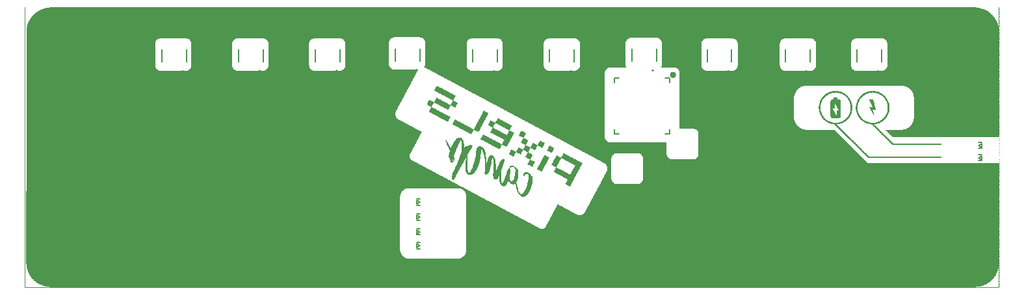
<source format=gbo>
G04*
G04 #@! TF.GenerationSoftware,Altium Limited,Altium Designer,19.0.14 (431)*
G04*
G04 Layer_Color=32896*
%FSLAX44Y44*%
%MOMM*%
G71*
G01*
G75*
%ADD10C,0.2500*%
%ADD11C,0.2540*%
%ADD14C,0.2000*%
%ADD16C,0.1270*%
%ADD73C,0.4000*%
G36*
X1559646Y1248077D02*
Y1247716D01*
Y1247356D01*
Y1246995D01*
Y1246634D01*
Y1246273D01*
Y1245912D01*
Y1245552D01*
X1560368D01*
Y1245191D01*
Y1244830D01*
X1559646D01*
Y1244469D01*
Y1244108D01*
Y1243747D01*
Y1243387D01*
Y1243026D01*
Y1242665D01*
Y1242304D01*
X1560368D01*
Y1241943D01*
Y1241583D01*
X1559646D01*
Y1241222D01*
Y1240861D01*
Y1240500D01*
Y1240139D01*
Y1239779D01*
Y1239418D01*
X1560368D01*
Y1239057D01*
Y1238696D01*
X1559646D01*
Y1238335D01*
Y1237974D01*
Y1237614D01*
Y1237253D01*
Y1236892D01*
Y1236531D01*
X1560368D01*
Y1236170D01*
Y1235810D01*
X1559646D01*
Y1235449D01*
Y1235088D01*
Y1234727D01*
Y1234366D01*
Y1234006D01*
Y1233645D01*
Y1233284D01*
X1560368D01*
Y1232923D01*
Y1232562D01*
X1559646D01*
Y1232201D01*
Y1231841D01*
Y1231480D01*
Y1231119D01*
Y1230758D01*
Y1230397D01*
X1560368D01*
Y1230037D01*
Y1229676D01*
X1559646D01*
Y1229315D01*
Y1228954D01*
Y1228593D01*
Y1228232D01*
Y1227872D01*
Y1227511D01*
X1560368D01*
Y1227150D01*
Y1226789D01*
X1559646D01*
Y1226428D01*
Y1226068D01*
Y1225707D01*
Y1225346D01*
Y1224985D01*
Y1224624D01*
Y1224264D01*
X1560368D01*
Y1223903D01*
Y1223542D01*
X1559646D01*
Y1223181D01*
Y1222820D01*
Y1222459D01*
Y1222099D01*
Y1221738D01*
Y1221377D01*
X1560368D01*
Y1221016D01*
Y1220655D01*
X1559646D01*
Y1220295D01*
Y1219934D01*
Y1219573D01*
Y1219212D01*
Y1218851D01*
Y1218491D01*
X1560368D01*
Y1218130D01*
Y1217769D01*
X1559646D01*
Y1217408D01*
Y1217047D01*
Y1216686D01*
Y1216326D01*
Y1215965D01*
Y1215604D01*
Y1215243D01*
X1560368D01*
Y1214882D01*
Y1214522D01*
X1559646D01*
Y1214161D01*
Y1213800D01*
Y1213439D01*
Y1213078D01*
Y1212718D01*
Y1212357D01*
X1560368D01*
Y1211996D01*
Y1211635D01*
X1559646D01*
Y1211274D01*
Y1210913D01*
Y1210553D01*
Y1210192D01*
Y1209831D01*
Y1209470D01*
X1560368D01*
Y1209109D01*
Y1208749D01*
X1559646D01*
Y1208388D01*
Y1208027D01*
Y1207666D01*
Y1207305D01*
Y1206945D01*
Y1206584D01*
Y1206223D01*
X1560368D01*
Y1205862D01*
Y1205501D01*
X1559646D01*
Y1205141D01*
Y1204780D01*
Y1204419D01*
Y1204058D01*
Y1203697D01*
Y1203336D01*
X1560368D01*
Y1202976D01*
Y1202615D01*
X1559646D01*
Y1202254D01*
Y1201893D01*
Y1201532D01*
Y1201171D01*
Y1200811D01*
Y1200450D01*
X1560368D01*
Y1200089D01*
Y1199728D01*
X1559646D01*
Y1199368D01*
Y1199007D01*
Y1198646D01*
Y1198285D01*
Y1197924D01*
Y1197563D01*
Y1197203D01*
X1560368D01*
Y1196842D01*
Y1196481D01*
X1559646D01*
Y1196120D01*
Y1195759D01*
Y1195398D01*
Y1195038D01*
Y1194677D01*
Y1194316D01*
X1560368D01*
Y1193955D01*
Y1193594D01*
X1559646D01*
Y1193234D01*
Y1192873D01*
Y1192512D01*
Y1192151D01*
Y1191790D01*
Y1191430D01*
X1560368D01*
Y1191069D01*
Y1190708D01*
X1559646D01*
Y1190347D01*
Y1189986D01*
Y1189625D01*
Y1189265D01*
Y1188904D01*
Y1188543D01*
Y1188182D01*
X1560368D01*
Y1187821D01*
Y1187461D01*
X1559646D01*
Y1187100D01*
Y1186739D01*
Y1186378D01*
Y1186017D01*
Y1185657D01*
Y1185296D01*
X1560368D01*
Y1184935D01*
Y1184574D01*
X1559646D01*
Y1184213D01*
Y1183852D01*
Y1183492D01*
Y1183131D01*
Y1182770D01*
Y1182409D01*
X1560368D01*
Y1182048D01*
Y1181688D01*
X1559646D01*
Y1181327D01*
Y1180966D01*
Y1180605D01*
Y1180244D01*
Y1179883D01*
Y1179523D01*
Y1179162D01*
X1560368D01*
Y1178801D01*
Y1178440D01*
X1559646D01*
Y1178080D01*
Y1177719D01*
Y1177358D01*
Y1176997D01*
Y1176636D01*
Y1176275D01*
X1560368D01*
Y1175915D01*
Y1175554D01*
X1559646D01*
Y1175193D01*
Y1174832D01*
Y1174471D01*
Y1174111D01*
Y1173750D01*
Y1173389D01*
X1560368D01*
Y1173028D01*
Y1172667D01*
X1559646D01*
Y1172307D01*
Y1171946D01*
Y1171585D01*
Y1171224D01*
Y1170863D01*
Y1170502D01*
Y1170142D01*
X1560368D01*
Y1169781D01*
Y1169420D01*
X1559646D01*
Y1169059D01*
Y1168698D01*
Y1168337D01*
Y1167977D01*
Y1167616D01*
Y1167255D01*
X1560368D01*
Y1166894D01*
Y1166534D01*
X1559646D01*
Y1166173D01*
Y1165812D01*
Y1165451D01*
Y1165090D01*
Y1164729D01*
Y1164369D01*
X1560368D01*
Y1164008D01*
Y1163647D01*
X1559646D01*
Y1163286D01*
Y1162925D01*
Y1162564D01*
Y1162204D01*
Y1161843D01*
Y1161482D01*
Y1161121D01*
X1560368D01*
Y1160760D01*
Y1160400D01*
X1559646D01*
Y1160039D01*
Y1159678D01*
Y1159317D01*
Y1158956D01*
Y1158596D01*
Y1158235D01*
X1560368D01*
Y1157874D01*
Y1157513D01*
X1559646D01*
Y1157152D01*
Y1156792D01*
Y1156431D01*
Y1156070D01*
Y1155709D01*
Y1155348D01*
X1560368D01*
Y1154987D01*
Y1154627D01*
X1559646D01*
Y1154266D01*
Y1153905D01*
Y1153544D01*
Y1153183D01*
Y1152823D01*
Y1152462D01*
Y1152101D01*
X1560368D01*
Y1151740D01*
Y1151379D01*
X1559646D01*
Y1151019D01*
Y1150658D01*
Y1150297D01*
Y1149936D01*
Y1149575D01*
Y1149214D01*
X1560368D01*
Y1148854D01*
Y1148493D01*
X1559646D01*
Y1148132D01*
Y1147771D01*
Y1147410D01*
Y1147050D01*
Y1146689D01*
Y1146328D01*
X1560368D01*
Y1145967D01*
Y1145606D01*
X1559646D01*
Y1145246D01*
Y1144885D01*
Y1144524D01*
Y1144163D01*
Y1143802D01*
Y1143441D01*
Y1143081D01*
X1560368D01*
Y1142720D01*
Y1142359D01*
X1559646D01*
Y1141998D01*
Y1141637D01*
Y1141277D01*
Y1140916D01*
Y1140555D01*
Y1140194D01*
X1560368D01*
Y1139833D01*
Y1139473D01*
X1559646D01*
Y1139112D01*
Y1138751D01*
Y1138390D01*
Y1138029D01*
Y1137668D01*
Y1137308D01*
X1560368D01*
Y1136947D01*
Y1136586D01*
X1559646D01*
Y1136225D01*
Y1135864D01*
Y1135503D01*
Y1135143D01*
Y1134782D01*
Y1134421D01*
Y1134060D01*
X1560368D01*
Y1133699D01*
Y1133339D01*
X1559646D01*
Y1132978D01*
Y1132617D01*
Y1132256D01*
Y1131895D01*
Y1131535D01*
Y1131174D01*
X1560368D01*
Y1130813D01*
Y1130452D01*
X1559646D01*
Y1130091D01*
Y1129731D01*
Y1129370D01*
Y1129009D01*
Y1128648D01*
Y1128287D01*
X1560368D01*
Y1127926D01*
Y1127566D01*
X1559646D01*
Y1127205D01*
Y1126844D01*
Y1126483D01*
Y1126122D01*
Y1125762D01*
Y1125401D01*
Y1125040D01*
X1560368D01*
Y1124679D01*
Y1124318D01*
X1559646D01*
Y1123958D01*
Y1123597D01*
Y1123236D01*
Y1122875D01*
Y1122514D01*
Y1122153D01*
X1560368D01*
Y1121793D01*
Y1121432D01*
X1559646D01*
Y1121071D01*
Y1120710D01*
Y1120349D01*
Y1119989D01*
Y1119628D01*
Y1119267D01*
X1560368D01*
Y1118906D01*
Y1118545D01*
X1559646D01*
Y1118185D01*
Y1117824D01*
Y1117463D01*
Y1117102D01*
Y1116741D01*
Y1116380D01*
Y1116020D01*
X1560368D01*
Y1115659D01*
Y1115298D01*
X1559646D01*
Y1114937D01*
Y1114576D01*
Y1114216D01*
Y1113855D01*
Y1113494D01*
Y1113133D01*
X1560368D01*
Y1112772D01*
Y1112411D01*
X1559646D01*
Y1112051D01*
Y1111690D01*
Y1111329D01*
Y1110968D01*
Y1110607D01*
Y1110247D01*
X1560368D01*
Y1109886D01*
Y1109525D01*
X1559646D01*
Y1109164D01*
Y1108803D01*
Y1108443D01*
Y1108082D01*
Y1107721D01*
Y1107360D01*
Y1106999D01*
X1560368D01*
Y1106638D01*
Y1106278D01*
X1559646D01*
Y1105917D01*
Y1105556D01*
Y1105195D01*
Y1104834D01*
Y1104474D01*
Y1104113D01*
X1560368D01*
Y1103752D01*
Y1103391D01*
X1559646D01*
Y1103030D01*
Y1102670D01*
Y1102309D01*
Y1101948D01*
Y1101587D01*
Y1101226D01*
X1560368D01*
Y1100865D01*
Y1100505D01*
X1559646D01*
Y1100144D01*
Y1099783D01*
Y1099422D01*
Y1099061D01*
Y1098701D01*
Y1098340D01*
Y1097979D01*
X1560368D01*
Y1097618D01*
Y1097257D01*
X1559646D01*
Y1096897D01*
Y1096536D01*
Y1096175D01*
Y1095814D01*
Y1095453D01*
Y1095092D01*
X1560368D01*
Y1094732D01*
Y1094371D01*
X1559646D01*
Y1094010D01*
Y1093649D01*
Y1093288D01*
Y1092928D01*
Y1092567D01*
Y1092206D01*
X1560368D01*
Y1091845D01*
Y1091484D01*
X1559646D01*
Y1091124D01*
Y1090763D01*
Y1090402D01*
Y1090041D01*
Y1089680D01*
Y1089320D01*
Y1088959D01*
X1560368D01*
Y1088598D01*
Y1088237D01*
X1559646D01*
Y1087876D01*
Y1087515D01*
Y1087155D01*
Y1086794D01*
Y1086433D01*
Y1086072D01*
X1560368D01*
Y1085711D01*
Y1085350D01*
X1559646D01*
Y1084990D01*
Y1084629D01*
Y1084268D01*
Y1083907D01*
Y1083546D01*
Y1083186D01*
X1560368D01*
Y1082825D01*
Y1082464D01*
X1559646D01*
Y1082103D01*
Y1081742D01*
Y1081382D01*
Y1081021D01*
Y1080660D01*
Y1080299D01*
Y1079938D01*
X1560368D01*
Y1079577D01*
Y1079217D01*
X1559646D01*
Y1078856D01*
Y1078495D01*
Y1078134D01*
Y1077773D01*
Y1077413D01*
Y1077052D01*
X1560368D01*
Y1076691D01*
Y1076330D01*
X1559646D01*
Y1075969D01*
Y1075609D01*
Y1075248D01*
Y1074887D01*
Y1074526D01*
Y1074165D01*
X1560368D01*
Y1073804D01*
Y1073444D01*
X1559646D01*
Y1073083D01*
Y1072722D01*
Y1072361D01*
Y1072000D01*
Y1071640D01*
Y1071279D01*
Y1070918D01*
X1560368D01*
Y1070557D01*
Y1070196D01*
X1559646D01*
Y1069836D01*
Y1069475D01*
Y1069114D01*
Y1068753D01*
Y1068392D01*
Y1068031D01*
X1560368D01*
Y1067671D01*
Y1067310D01*
X1559646D01*
Y1066949D01*
Y1066588D01*
Y1066227D01*
Y1065867D01*
Y1065506D01*
Y1065145D01*
X1560368D01*
Y1064784D01*
Y1064423D01*
X1559646D01*
Y1064062D01*
Y1063702D01*
Y1063341D01*
Y1062980D01*
Y1062619D01*
Y1062259D01*
Y1061898D01*
X1560368D01*
Y1061537D01*
Y1061176D01*
X1559646D01*
Y1060815D01*
Y1060454D01*
Y1060094D01*
Y1059733D01*
Y1059372D01*
Y1059011D01*
X1560368D01*
Y1058650D01*
Y1058290D01*
X1559646D01*
Y1057929D01*
Y1057568D01*
Y1057207D01*
Y1056846D01*
Y1056486D01*
Y1056125D01*
X1560368D01*
Y1055764D01*
Y1055403D01*
X1559646D01*
Y1055042D01*
Y1054681D01*
Y1054321D01*
Y1053960D01*
Y1053599D01*
Y1053238D01*
Y1052877D01*
X1560368D01*
Y1052516D01*
Y1052156D01*
X1559646D01*
Y1051795D01*
Y1051434D01*
Y1051073D01*
Y1050713D01*
Y1050352D01*
Y1049991D01*
X1560368D01*
Y1049630D01*
Y1049269D01*
X1559646D01*
Y1048908D01*
Y1048548D01*
Y1048187D01*
Y1047826D01*
Y1047465D01*
Y1047104D01*
X1560368D01*
Y1046743D01*
Y1046383D01*
X1559646D01*
Y1046022D01*
Y1045661D01*
Y1045300D01*
Y1044939D01*
Y1044579D01*
Y1044218D01*
Y1043857D01*
X1560368D01*
Y1043496D01*
Y1043135D01*
X1559646D01*
Y1042775D01*
Y1042414D01*
Y1042053D01*
Y1041692D01*
Y1041331D01*
Y1040971D01*
X1560368D01*
Y1040610D01*
Y1040249D01*
X1559646D01*
Y1039888D01*
Y1039527D01*
Y1039166D01*
Y1038806D01*
Y1038445D01*
Y1038084D01*
X1560368D01*
Y1037723D01*
Y1037362D01*
X1559646D01*
Y1037002D01*
Y1036641D01*
Y1036280D01*
Y1035919D01*
Y1035558D01*
Y1035198D01*
Y1034837D01*
X1560368D01*
Y1034476D01*
Y1034115D01*
X1559646D01*
Y1033754D01*
Y1033393D01*
Y1033033D01*
Y1032672D01*
Y1032311D01*
Y1031950D01*
X1560368D01*
Y1031589D01*
Y1031229D01*
X1559646D01*
Y1030868D01*
Y1030507D01*
Y1030146D01*
Y1029785D01*
Y1029425D01*
Y1029064D01*
X1560368D01*
Y1028703D01*
Y1028342D01*
X1559646D01*
Y1027981D01*
Y1027620D01*
Y1027260D01*
Y1026899D01*
Y1026538D01*
Y1026177D01*
Y1025816D01*
X1560368D01*
Y1025455D01*
Y1025095D01*
X1559646D01*
Y1024734D01*
Y1024373D01*
Y1024012D01*
Y1023652D01*
Y1023291D01*
Y1022930D01*
X1560368D01*
Y1022569D01*
Y1022208D01*
X1559646D01*
Y1021847D01*
Y1021487D01*
Y1021126D01*
Y1020765D01*
Y1020404D01*
Y1020043D01*
X1560368D01*
Y1019682D01*
Y1019322D01*
X1559646D01*
Y1018961D01*
Y1018600D01*
Y1018239D01*
Y1017878D01*
Y1017518D01*
Y1017157D01*
Y1016796D01*
X1560368D01*
Y1016435D01*
Y1016074D01*
X1559646D01*
Y1015714D01*
Y1015353D01*
Y1014992D01*
Y1014631D01*
Y1014270D01*
Y1013910D01*
X1560368D01*
Y1013549D01*
Y1013188D01*
X1559646D01*
Y1012827D01*
Y1012466D01*
Y1012105D01*
Y1011745D01*
Y1011384D01*
Y1011023D01*
X1560368D01*
Y1010662D01*
Y1010301D01*
X1559646D01*
Y1009941D01*
Y1009580D01*
Y1009219D01*
Y1008858D01*
Y1008497D01*
Y1008137D01*
Y1007776D01*
X1560368D01*
Y1007415D01*
Y1007054D01*
X1559646D01*
Y1006693D01*
Y1006332D01*
Y1005972D01*
Y1005611D01*
Y1005250D01*
Y1004889D01*
X1560368D01*
Y1004528D01*
Y1004168D01*
X1559646D01*
Y1003807D01*
Y1003446D01*
Y1003085D01*
Y1002724D01*
Y1002364D01*
Y1002003D01*
X1560368D01*
Y1001642D01*
Y1001281D01*
X1559646D01*
Y1000920D01*
Y1000559D01*
Y1000199D01*
Y999838D01*
Y999477D01*
Y999116D01*
Y998755D01*
X1560368D01*
Y998395D01*
Y998034D01*
X1559646D01*
Y997673D01*
Y997312D01*
Y996951D01*
Y996590D01*
Y996230D01*
Y995869D01*
X1560368D01*
Y995508D01*
Y995147D01*
X1559646D01*
Y994787D01*
Y994426D01*
Y994065D01*
Y993704D01*
Y993343D01*
Y992982D01*
X1560368D01*
Y992622D01*
Y992261D01*
X1559646D01*
Y991900D01*
Y991539D01*
Y991178D01*
Y990817D01*
Y990457D01*
Y990096D01*
Y989735D01*
X1560368D01*
Y989374D01*
Y989013D01*
X1559646D01*
Y988653D01*
Y988292D01*
Y987931D01*
Y987570D01*
Y987209D01*
Y986849D01*
X1560368D01*
Y986488D01*
Y986127D01*
X1559646D01*
Y985766D01*
Y985405D01*
Y985044D01*
Y984684D01*
Y984323D01*
Y983962D01*
X1560368D01*
Y983601D01*
Y983240D01*
X1559646D01*
Y982880D01*
Y982519D01*
Y982158D01*
Y981797D01*
Y981436D01*
Y981076D01*
Y980715D01*
X1560368D01*
Y980354D01*
Y979993D01*
X1559646D01*
Y979632D01*
Y979271D01*
Y978911D01*
Y978550D01*
Y978189D01*
Y977828D01*
X1560368D01*
Y977467D01*
Y977107D01*
X1559646D01*
Y976746D01*
Y976385D01*
Y976024D01*
Y975663D01*
Y975303D01*
Y974942D01*
X1560368D01*
Y974581D01*
Y974220D01*
X1559646D01*
Y973859D01*
Y973499D01*
Y973138D01*
Y972777D01*
Y972416D01*
Y972055D01*
Y971694D01*
X1560368D01*
Y971334D01*
Y970973D01*
X1559646D01*
Y970612D01*
Y970251D01*
Y969890D01*
Y969529D01*
Y969169D01*
Y968808D01*
X1560368D01*
Y968447D01*
Y968086D01*
X1559646D01*
Y967726D01*
Y967365D01*
Y967004D01*
Y966643D01*
Y966282D01*
Y965921D01*
X1560368D01*
Y965561D01*
Y965200D01*
X1559646D01*
Y964839D01*
Y964478D01*
Y964117D01*
Y963756D01*
Y963396D01*
Y963035D01*
Y962674D01*
X1560368D01*
Y962313D01*
Y961953D01*
X1559646D01*
Y961592D01*
Y961231D01*
Y960870D01*
Y960509D01*
Y960148D01*
Y959788D01*
X1560368D01*
Y959427D01*
Y959066D01*
X1559646D01*
Y958705D01*
Y958344D01*
Y957983D01*
Y957623D01*
Y957262D01*
Y956901D01*
X1560368D01*
Y956540D01*
Y956179D01*
X1559646D01*
Y955819D01*
Y955458D01*
Y955097D01*
Y954736D01*
Y954375D01*
Y954015D01*
Y953654D01*
X1560368D01*
Y953293D01*
Y952932D01*
X1559646D01*
Y952571D01*
Y952210D01*
Y951850D01*
Y951489D01*
Y951128D01*
Y950767D01*
X1560368D01*
Y950406D01*
Y950046D01*
X1559646D01*
Y949685D01*
Y949324D01*
Y948963D01*
Y948602D01*
Y948242D01*
Y947881D01*
X1560368D01*
Y947520D01*
Y947159D01*
X1559646D01*
Y946798D01*
Y946438D01*
Y946077D01*
Y945716D01*
Y945355D01*
Y944994D01*
Y944633D01*
X1560368D01*
Y944273D01*
Y943912D01*
X1559646D01*
Y943551D01*
Y943190D01*
Y942829D01*
Y942469D01*
Y942108D01*
Y941747D01*
X1560368D01*
Y941386D01*
Y941025D01*
X1559646D01*
Y940665D01*
Y940304D01*
Y939943D01*
Y939582D01*
Y939221D01*
Y938860D01*
X1560368D01*
Y938500D01*
Y938139D01*
X1559646D01*
Y937778D01*
Y937417D01*
Y937056D01*
Y936695D01*
Y936335D01*
Y935974D01*
Y935613D01*
X1560368D01*
Y935252D01*
Y934892D01*
X1559646D01*
Y934531D01*
Y934170D01*
Y933809D01*
Y933448D01*
Y933087D01*
Y932727D01*
X1560368D01*
Y932366D01*
Y932005D01*
X1559646D01*
Y931644D01*
Y931283D01*
Y930922D01*
Y930562D01*
Y930201D01*
Y929840D01*
X1560368D01*
Y929479D01*
Y929118D01*
X1559646D01*
Y928758D01*
Y928397D01*
Y928036D01*
Y927675D01*
Y927314D01*
Y926954D01*
Y926593D01*
X1560368D01*
Y926232D01*
Y925871D01*
X1559646D01*
Y925510D01*
Y925150D01*
Y924789D01*
Y924428D01*
Y924067D01*
Y923706D01*
X1560368D01*
Y923345D01*
Y922985D01*
X1559646D01*
Y922624D01*
Y922263D01*
Y921902D01*
Y921541D01*
Y921181D01*
Y920820D01*
X1560368D01*
Y920459D01*
Y920098D01*
X1559646D01*
Y919737D01*
Y919377D01*
Y919016D01*
Y918655D01*
Y918294D01*
Y917933D01*
Y917572D01*
X1560368D01*
Y917212D01*
Y916851D01*
X1559646D01*
Y916490D01*
Y916129D01*
Y915768D01*
Y915408D01*
Y915047D01*
Y914686D01*
X1560368D01*
Y914325D01*
Y913964D01*
X1559646D01*
Y913604D01*
Y913243D01*
Y912882D01*
Y912521D01*
Y912160D01*
Y911799D01*
X1560368D01*
Y911439D01*
Y911078D01*
X1559646D01*
Y910717D01*
Y910356D01*
Y909995D01*
Y909635D01*
Y909274D01*
Y908913D01*
Y908552D01*
X1560368D01*
Y908191D01*
Y907831D01*
X1559646D01*
Y907470D01*
Y907109D01*
Y906748D01*
Y906387D01*
Y906026D01*
Y905666D01*
X1560368D01*
Y905305D01*
Y904944D01*
X1559646D01*
Y904583D01*
Y904222D01*
Y903861D01*
Y903501D01*
Y903140D01*
Y902779D01*
X1560368D01*
Y902418D01*
Y902057D01*
X1559646D01*
Y901697D01*
Y901336D01*
Y900975D01*
Y900614D01*
Y900253D01*
Y899893D01*
Y899532D01*
X1560368D01*
Y899171D01*
Y898810D01*
X1559646D01*
Y898449D01*
Y898089D01*
Y897728D01*
Y897367D01*
Y897006D01*
Y896645D01*
X1560368D01*
Y896284D01*
Y895924D01*
X1559646D01*
Y895563D01*
Y895202D01*
Y894841D01*
Y894480D01*
Y894120D01*
Y893759D01*
X1560368D01*
Y893398D01*
Y893037D01*
X1559646D01*
Y892676D01*
Y892316D01*
Y891955D01*
Y891594D01*
Y891233D01*
Y890872D01*
Y890511D01*
X1560368D01*
Y890151D01*
Y889790D01*
X1559646D01*
Y889429D01*
Y889068D01*
Y888707D01*
Y888347D01*
Y887986D01*
Y887625D01*
X1560368D01*
Y887264D01*
Y886903D01*
X1559646D01*
Y886543D01*
Y886182D01*
Y885821D01*
Y885460D01*
Y885099D01*
Y884738D01*
X1560368D01*
Y884378D01*
Y884017D01*
X1559646D01*
Y883656D01*
Y883295D01*
Y882934D01*
Y882574D01*
Y882213D01*
X290667D01*
Y882574D01*
X289945D01*
Y882934D01*
Y883295D01*
Y883656D01*
Y884017D01*
Y884378D01*
Y884738D01*
Y885099D01*
Y885460D01*
Y885821D01*
Y886182D01*
Y886543D01*
Y886903D01*
Y887264D01*
Y887625D01*
Y887986D01*
Y888347D01*
Y888707D01*
Y889068D01*
Y889429D01*
Y889790D01*
Y890151D01*
Y890511D01*
Y890872D01*
Y891233D01*
Y891594D01*
Y891955D01*
Y892316D01*
Y892676D01*
Y893037D01*
Y893398D01*
Y893759D01*
Y894120D01*
Y894480D01*
Y894841D01*
Y895202D01*
Y895563D01*
Y895924D01*
Y896284D01*
Y896645D01*
Y897006D01*
Y897367D01*
Y897728D01*
Y898089D01*
Y898449D01*
Y898810D01*
Y899171D01*
Y899532D01*
Y899893D01*
Y900253D01*
Y900614D01*
Y900975D01*
Y901336D01*
Y901697D01*
Y902057D01*
Y902418D01*
Y902779D01*
Y903140D01*
Y903501D01*
Y903861D01*
Y904222D01*
Y904583D01*
Y904944D01*
Y905305D01*
Y905666D01*
Y906026D01*
Y906387D01*
Y906748D01*
Y907109D01*
Y907470D01*
Y907831D01*
Y908191D01*
Y908552D01*
Y908913D01*
Y909274D01*
Y909635D01*
Y909995D01*
Y910356D01*
Y910717D01*
Y911078D01*
Y911439D01*
Y911799D01*
Y912160D01*
Y912521D01*
Y912882D01*
Y913243D01*
Y913604D01*
Y913964D01*
Y914325D01*
Y914686D01*
Y915047D01*
Y915408D01*
Y915768D01*
Y916129D01*
Y916490D01*
Y916851D01*
Y917212D01*
Y917572D01*
Y917933D01*
Y918294D01*
Y918655D01*
Y919016D01*
Y919377D01*
Y919737D01*
Y920098D01*
Y920459D01*
Y920820D01*
Y921181D01*
Y921541D01*
Y921902D01*
Y922263D01*
Y922624D01*
Y922985D01*
Y923345D01*
Y923706D01*
Y924067D01*
Y924428D01*
Y924789D01*
Y925150D01*
Y925510D01*
Y925871D01*
Y926232D01*
Y926593D01*
Y926954D01*
Y927314D01*
Y927675D01*
Y928036D01*
Y928397D01*
Y928758D01*
Y929118D01*
Y929479D01*
Y929840D01*
Y930201D01*
Y930562D01*
Y930922D01*
Y931283D01*
Y931644D01*
Y932005D01*
Y932366D01*
Y932727D01*
Y933087D01*
Y933448D01*
Y933809D01*
Y934170D01*
Y934531D01*
Y934892D01*
Y935252D01*
Y935613D01*
Y935974D01*
Y936335D01*
Y936695D01*
Y937056D01*
Y937417D01*
Y937778D01*
Y938139D01*
Y938500D01*
Y938860D01*
Y939221D01*
Y939582D01*
Y939943D01*
Y940304D01*
Y940665D01*
Y941025D01*
Y941386D01*
Y941747D01*
Y942108D01*
Y942469D01*
Y942829D01*
Y943190D01*
Y943551D01*
Y943912D01*
Y944273D01*
Y944633D01*
Y944994D01*
Y945355D01*
Y945716D01*
Y946077D01*
Y946438D01*
Y946798D01*
Y947159D01*
Y947520D01*
Y947881D01*
Y948242D01*
Y948602D01*
Y948963D01*
Y949324D01*
Y949685D01*
Y950046D01*
Y950406D01*
Y950767D01*
Y951128D01*
Y951489D01*
Y951850D01*
Y952210D01*
Y952571D01*
Y952932D01*
Y953293D01*
Y953654D01*
Y954015D01*
Y954375D01*
Y954736D01*
Y955097D01*
Y955458D01*
Y955819D01*
Y956179D01*
Y956540D01*
Y956901D01*
Y957262D01*
Y957623D01*
Y957983D01*
Y958344D01*
Y958705D01*
Y959066D01*
Y959427D01*
Y959788D01*
Y960148D01*
Y960509D01*
Y960870D01*
Y961231D01*
Y961592D01*
Y961953D01*
Y962313D01*
Y962674D01*
Y963035D01*
Y963396D01*
Y963756D01*
Y964117D01*
Y964478D01*
Y964839D01*
Y965200D01*
Y965561D01*
Y965921D01*
Y966282D01*
Y966643D01*
Y967004D01*
Y967365D01*
Y967726D01*
Y968086D01*
Y968447D01*
Y968808D01*
Y969169D01*
Y969529D01*
Y969890D01*
Y970251D01*
Y970612D01*
Y970973D01*
Y971334D01*
Y971694D01*
Y972055D01*
Y972416D01*
Y972777D01*
Y973138D01*
Y973499D01*
Y973859D01*
Y974220D01*
Y974581D01*
Y974942D01*
Y975303D01*
Y975663D01*
Y976024D01*
Y976385D01*
Y976746D01*
Y977107D01*
Y977467D01*
Y977828D01*
Y978189D01*
Y978550D01*
Y978911D01*
Y979271D01*
Y979632D01*
Y979993D01*
Y980354D01*
Y980715D01*
Y981076D01*
Y981436D01*
Y981797D01*
Y982158D01*
Y982519D01*
Y982880D01*
Y983240D01*
Y983601D01*
Y983962D01*
Y984323D01*
Y984684D01*
Y985044D01*
Y985405D01*
Y985766D01*
Y986127D01*
Y986488D01*
Y986849D01*
Y987209D01*
Y987570D01*
Y987931D01*
Y988292D01*
Y988653D01*
Y989013D01*
Y989374D01*
Y989735D01*
Y990096D01*
Y990457D01*
Y990817D01*
Y991178D01*
Y991539D01*
Y991900D01*
Y992261D01*
Y992622D01*
Y992982D01*
Y993343D01*
Y993704D01*
Y994065D01*
Y994426D01*
Y994787D01*
Y995147D01*
Y995508D01*
Y995869D01*
Y996230D01*
Y996590D01*
Y996951D01*
Y997312D01*
Y997673D01*
Y998034D01*
Y998395D01*
Y998755D01*
Y999116D01*
Y999477D01*
Y999838D01*
Y1000199D01*
Y1000559D01*
Y1000920D01*
Y1001281D01*
Y1001642D01*
Y1002003D01*
Y1002364D01*
Y1002724D01*
Y1003085D01*
Y1003446D01*
Y1003807D01*
Y1004168D01*
Y1004528D01*
Y1004889D01*
Y1005250D01*
Y1005611D01*
Y1005972D01*
Y1006332D01*
Y1006693D01*
Y1007054D01*
Y1007415D01*
Y1007776D01*
Y1008137D01*
Y1008497D01*
Y1008858D01*
Y1009219D01*
Y1009580D01*
Y1009941D01*
Y1010301D01*
Y1010662D01*
Y1011023D01*
Y1011384D01*
Y1011745D01*
Y1012105D01*
Y1012466D01*
Y1012827D01*
Y1013188D01*
Y1013549D01*
Y1013910D01*
Y1014270D01*
Y1014631D01*
Y1014992D01*
Y1015353D01*
Y1015714D01*
Y1016074D01*
Y1016435D01*
Y1016796D01*
Y1017157D01*
Y1017518D01*
Y1017878D01*
Y1018239D01*
Y1018600D01*
Y1018961D01*
Y1019322D01*
Y1019682D01*
Y1020043D01*
Y1020404D01*
Y1020765D01*
Y1021126D01*
Y1021487D01*
Y1021847D01*
Y1022208D01*
Y1022569D01*
Y1022930D01*
Y1023291D01*
Y1023652D01*
Y1024012D01*
Y1024373D01*
Y1024734D01*
Y1025095D01*
Y1025455D01*
Y1025816D01*
Y1026177D01*
Y1026538D01*
Y1026899D01*
Y1027260D01*
Y1027620D01*
Y1027981D01*
Y1028342D01*
Y1028703D01*
Y1029064D01*
Y1029425D01*
Y1029785D01*
Y1030146D01*
Y1030507D01*
Y1030868D01*
Y1031229D01*
Y1031589D01*
Y1031950D01*
Y1032311D01*
Y1032672D01*
Y1033033D01*
Y1033393D01*
Y1033754D01*
Y1034115D01*
Y1034476D01*
Y1034837D01*
Y1035198D01*
Y1035558D01*
Y1035919D01*
Y1036280D01*
Y1036641D01*
Y1037002D01*
Y1037362D01*
Y1037723D01*
Y1038084D01*
Y1038445D01*
Y1038806D01*
Y1039166D01*
Y1039527D01*
Y1039888D01*
Y1040249D01*
Y1040610D01*
Y1040971D01*
Y1041331D01*
Y1041692D01*
Y1042053D01*
Y1042414D01*
Y1042775D01*
Y1043135D01*
Y1043496D01*
Y1043857D01*
Y1044218D01*
Y1044579D01*
Y1044939D01*
Y1045300D01*
Y1045661D01*
Y1046022D01*
Y1046383D01*
Y1046743D01*
Y1047104D01*
Y1047465D01*
Y1047826D01*
Y1048187D01*
Y1048548D01*
Y1048908D01*
Y1049269D01*
Y1049630D01*
Y1049991D01*
Y1050352D01*
Y1050713D01*
Y1051073D01*
Y1051434D01*
Y1051795D01*
Y1052156D01*
Y1052516D01*
Y1052877D01*
Y1053238D01*
Y1053599D01*
Y1053960D01*
Y1054321D01*
Y1054681D01*
Y1055042D01*
Y1055403D01*
Y1055764D01*
Y1056125D01*
Y1056486D01*
Y1056846D01*
Y1057207D01*
Y1057568D01*
Y1057929D01*
Y1058290D01*
Y1058650D01*
Y1059011D01*
Y1059372D01*
Y1059733D01*
Y1060094D01*
Y1060454D01*
Y1060815D01*
Y1061176D01*
Y1061537D01*
Y1061898D01*
Y1062259D01*
Y1062619D01*
Y1062980D01*
Y1063341D01*
Y1063702D01*
Y1064062D01*
Y1064423D01*
Y1064784D01*
Y1065145D01*
Y1065506D01*
Y1065867D01*
Y1066227D01*
Y1066588D01*
Y1066949D01*
Y1067310D01*
Y1067671D01*
Y1068031D01*
Y1068392D01*
Y1068753D01*
Y1069114D01*
Y1069475D01*
Y1069836D01*
Y1070196D01*
Y1070557D01*
Y1070918D01*
Y1071279D01*
Y1071640D01*
Y1072000D01*
Y1072361D01*
Y1072722D01*
Y1073083D01*
Y1073444D01*
Y1073804D01*
Y1074165D01*
Y1074526D01*
Y1074887D01*
Y1075248D01*
Y1075609D01*
Y1075969D01*
Y1076330D01*
Y1076691D01*
Y1077052D01*
Y1077413D01*
Y1077773D01*
Y1078134D01*
Y1078495D01*
Y1078856D01*
Y1079217D01*
Y1079577D01*
Y1079938D01*
Y1080299D01*
Y1080660D01*
Y1081021D01*
Y1081382D01*
Y1081742D01*
Y1082103D01*
Y1082464D01*
Y1082825D01*
Y1083186D01*
Y1083546D01*
Y1083907D01*
Y1084268D01*
Y1084629D01*
Y1084990D01*
Y1085350D01*
Y1085711D01*
Y1086072D01*
Y1086433D01*
Y1086794D01*
Y1087155D01*
Y1087515D01*
Y1087876D01*
Y1088237D01*
Y1088598D01*
Y1088959D01*
Y1089320D01*
Y1089680D01*
Y1090041D01*
Y1090402D01*
Y1090763D01*
Y1091124D01*
Y1091484D01*
Y1091845D01*
Y1092206D01*
Y1092567D01*
Y1092928D01*
Y1093288D01*
Y1093649D01*
Y1094010D01*
Y1094371D01*
Y1094732D01*
Y1095092D01*
Y1095453D01*
Y1095814D01*
Y1096175D01*
Y1096536D01*
Y1096897D01*
Y1097257D01*
Y1097618D01*
Y1097979D01*
Y1098340D01*
Y1098701D01*
Y1099061D01*
Y1099422D01*
Y1099783D01*
Y1100144D01*
Y1100505D01*
Y1100865D01*
Y1101226D01*
Y1101587D01*
Y1101948D01*
Y1102309D01*
Y1102670D01*
Y1103030D01*
Y1103391D01*
Y1103752D01*
Y1104113D01*
Y1104474D01*
Y1104834D01*
Y1105195D01*
Y1105556D01*
Y1105917D01*
Y1106278D01*
Y1106638D01*
Y1106999D01*
Y1107360D01*
Y1107721D01*
Y1108082D01*
Y1108443D01*
Y1108803D01*
Y1109164D01*
Y1109525D01*
Y1109886D01*
Y1110247D01*
Y1110607D01*
Y1110968D01*
Y1111329D01*
Y1111690D01*
Y1112051D01*
Y1112411D01*
Y1112772D01*
Y1113133D01*
Y1113494D01*
Y1113855D01*
Y1114216D01*
Y1114576D01*
Y1114937D01*
Y1115298D01*
Y1115659D01*
Y1116020D01*
Y1116380D01*
Y1116741D01*
Y1117102D01*
Y1117463D01*
Y1117824D01*
Y1118185D01*
Y1118545D01*
Y1118906D01*
Y1119267D01*
Y1119628D01*
Y1119989D01*
Y1120349D01*
Y1120710D01*
Y1121071D01*
Y1121432D01*
Y1121793D01*
Y1122153D01*
Y1122514D01*
Y1122875D01*
Y1123236D01*
Y1123597D01*
Y1123958D01*
Y1124318D01*
Y1124679D01*
Y1125040D01*
Y1125401D01*
Y1125762D01*
Y1126122D01*
Y1126483D01*
Y1126844D01*
Y1127205D01*
Y1127566D01*
Y1127926D01*
Y1128287D01*
Y1128648D01*
Y1129009D01*
Y1129370D01*
Y1129731D01*
Y1130091D01*
Y1130452D01*
Y1130813D01*
Y1131174D01*
Y1131535D01*
Y1131895D01*
Y1132256D01*
Y1132617D01*
Y1132978D01*
Y1133339D01*
Y1133699D01*
Y1134060D01*
Y1134421D01*
Y1134782D01*
Y1135143D01*
Y1135503D01*
Y1135864D01*
Y1136225D01*
Y1136586D01*
Y1136947D01*
Y1137308D01*
Y1137668D01*
Y1138029D01*
Y1138390D01*
Y1138751D01*
Y1139112D01*
Y1139473D01*
Y1139833D01*
Y1140194D01*
Y1140555D01*
Y1140916D01*
Y1141277D01*
Y1141637D01*
Y1141998D01*
Y1142359D01*
Y1142720D01*
Y1143081D01*
Y1143441D01*
Y1143802D01*
Y1144163D01*
Y1144524D01*
Y1144885D01*
Y1145246D01*
Y1145606D01*
Y1145967D01*
Y1146328D01*
Y1146689D01*
Y1147050D01*
Y1147410D01*
Y1147771D01*
Y1148132D01*
Y1148493D01*
Y1148854D01*
Y1149214D01*
Y1149575D01*
Y1149936D01*
Y1150297D01*
Y1150658D01*
Y1151019D01*
Y1151379D01*
Y1151740D01*
Y1152101D01*
Y1152462D01*
Y1152823D01*
Y1153183D01*
Y1153544D01*
Y1153905D01*
Y1154266D01*
Y1154627D01*
Y1154987D01*
Y1155348D01*
Y1155709D01*
Y1156070D01*
Y1156431D01*
Y1156792D01*
Y1157152D01*
Y1157513D01*
Y1157874D01*
Y1158235D01*
Y1158596D01*
Y1158956D01*
Y1159317D01*
Y1159678D01*
Y1160039D01*
Y1160400D01*
Y1160760D01*
Y1161121D01*
Y1161482D01*
Y1161843D01*
Y1162204D01*
Y1162564D01*
Y1162925D01*
Y1163286D01*
Y1163647D01*
Y1164008D01*
Y1164369D01*
Y1164729D01*
Y1165090D01*
Y1165451D01*
Y1165812D01*
Y1166173D01*
Y1166534D01*
Y1166894D01*
Y1167255D01*
Y1167616D01*
Y1167977D01*
Y1168337D01*
Y1168698D01*
Y1169059D01*
Y1169420D01*
Y1169781D01*
Y1170142D01*
Y1170502D01*
Y1170863D01*
Y1171224D01*
Y1171585D01*
Y1171946D01*
Y1172307D01*
Y1172667D01*
Y1173028D01*
Y1173389D01*
Y1173750D01*
Y1174111D01*
Y1174471D01*
Y1174832D01*
Y1175193D01*
Y1175554D01*
Y1175915D01*
Y1176275D01*
Y1176636D01*
Y1176997D01*
Y1177358D01*
Y1177719D01*
Y1178080D01*
Y1178440D01*
Y1178801D01*
Y1179162D01*
Y1179523D01*
Y1179883D01*
Y1180244D01*
Y1180605D01*
Y1180966D01*
Y1181327D01*
Y1181688D01*
Y1182048D01*
Y1182409D01*
Y1182770D01*
Y1183131D01*
Y1183492D01*
Y1183852D01*
Y1184213D01*
Y1184574D01*
Y1184935D01*
Y1185296D01*
Y1185657D01*
Y1186017D01*
Y1186378D01*
Y1186739D01*
Y1187100D01*
Y1187461D01*
Y1187821D01*
Y1188182D01*
Y1188543D01*
Y1188904D01*
Y1189265D01*
Y1189625D01*
Y1189986D01*
Y1190347D01*
Y1190708D01*
Y1191069D01*
Y1191430D01*
Y1191790D01*
Y1192151D01*
Y1192512D01*
Y1192873D01*
Y1193234D01*
Y1193594D01*
Y1193955D01*
Y1194316D01*
Y1194677D01*
Y1195038D01*
Y1195398D01*
Y1195759D01*
Y1196120D01*
Y1196481D01*
Y1196842D01*
Y1197203D01*
Y1197563D01*
Y1197924D01*
Y1198285D01*
Y1198646D01*
Y1199007D01*
Y1199368D01*
Y1199728D01*
Y1200089D01*
Y1200450D01*
Y1200811D01*
Y1201171D01*
Y1201532D01*
Y1201893D01*
Y1202254D01*
Y1202615D01*
Y1202976D01*
Y1203336D01*
Y1203697D01*
Y1204058D01*
Y1204419D01*
Y1204780D01*
Y1205141D01*
Y1205501D01*
Y1205862D01*
Y1206223D01*
Y1206584D01*
Y1206945D01*
Y1207305D01*
Y1207666D01*
Y1208027D01*
Y1208388D01*
Y1208749D01*
Y1209109D01*
Y1209470D01*
Y1209831D01*
Y1210192D01*
Y1210553D01*
Y1210913D01*
Y1211274D01*
Y1211635D01*
Y1211996D01*
Y1212357D01*
Y1212718D01*
Y1213078D01*
Y1213439D01*
Y1213800D01*
Y1214161D01*
Y1214522D01*
Y1214882D01*
Y1215243D01*
Y1215604D01*
Y1215965D01*
Y1216326D01*
Y1216686D01*
Y1217047D01*
Y1217408D01*
Y1217769D01*
Y1218130D01*
Y1218491D01*
Y1218851D01*
Y1219212D01*
Y1219573D01*
Y1219934D01*
Y1220295D01*
Y1220655D01*
Y1221016D01*
Y1221377D01*
Y1221738D01*
Y1222099D01*
Y1222459D01*
Y1222820D01*
Y1223181D01*
Y1223542D01*
Y1223903D01*
Y1224264D01*
Y1224624D01*
Y1224985D01*
Y1225346D01*
Y1225707D01*
Y1226068D01*
Y1226428D01*
Y1226789D01*
Y1227150D01*
Y1227511D01*
Y1227872D01*
Y1228232D01*
Y1228593D01*
Y1228954D01*
Y1229315D01*
Y1229676D01*
Y1230037D01*
Y1230397D01*
Y1230758D01*
Y1231119D01*
Y1231480D01*
Y1231841D01*
Y1232201D01*
Y1232562D01*
Y1232923D01*
Y1233284D01*
Y1233645D01*
Y1234006D01*
Y1234366D01*
Y1234727D01*
Y1235088D01*
Y1235449D01*
Y1235810D01*
Y1236170D01*
Y1236531D01*
Y1236892D01*
Y1237253D01*
Y1237614D01*
Y1237974D01*
Y1238335D01*
Y1238696D01*
Y1239057D01*
Y1239418D01*
Y1239779D01*
Y1240139D01*
Y1240500D01*
Y1240861D01*
Y1241222D01*
Y1241583D01*
Y1241943D01*
Y1242304D01*
Y1242665D01*
Y1243026D01*
Y1243387D01*
Y1243747D01*
Y1244108D01*
Y1244469D01*
Y1244830D01*
Y1245191D01*
Y1245552D01*
X290667D01*
Y1245912D01*
Y1246273D01*
Y1246634D01*
Y1246995D01*
Y1247356D01*
Y1247716D01*
Y1248077D01*
Y1248438D01*
X1559646D01*
Y1248077D01*
D02*
G37*
%LPC*%
G36*
X1558925Y1247716D02*
X1529699D01*
Y1247356D01*
X1532586D01*
Y1246995D01*
X1534390D01*
Y1246634D01*
X1535833D01*
Y1246273D01*
X1536915D01*
Y1245912D01*
X1537998D01*
Y1245552D01*
X1539080D01*
Y1245191D01*
X1539802D01*
Y1244830D01*
X1540884D01*
Y1244469D01*
X1541606D01*
Y1244108D01*
X1542328D01*
Y1243747D01*
X1543049D01*
Y1243387D01*
X1543771D01*
Y1243026D01*
X1544132D01*
Y1242665D01*
X1544853D01*
Y1242304D01*
X1545214D01*
Y1241943D01*
X1545936D01*
Y1241583D01*
X1546297D01*
Y1241222D01*
X1546657D01*
Y1240861D01*
X1547379D01*
Y1240500D01*
X1547740D01*
Y1240139D01*
X1548100D01*
Y1239779D01*
X1548461D01*
Y1239418D01*
X1548822D01*
Y1239057D01*
X1549183D01*
Y1238696D01*
X1549544D01*
Y1238335D01*
X1549905D01*
Y1237974D01*
X1550265D01*
Y1237614D01*
X1550626D01*
Y1237253D01*
X1550987D01*
Y1236892D01*
X1551348D01*
Y1236531D01*
X1551709D01*
Y1236170D01*
X1552070D01*
Y1235810D01*
X1552430D01*
Y1235449D01*
Y1235088D01*
X1552791D01*
Y1234727D01*
X1553152D01*
Y1234366D01*
X1553513D01*
Y1234006D01*
Y1233645D01*
X1553873D01*
Y1233284D01*
X1554234D01*
Y1232923D01*
Y1232562D01*
X1554595D01*
Y1232201D01*
X1554956D01*
Y1231841D01*
Y1231480D01*
X1555317D01*
Y1231119D01*
Y1230758D01*
X1555678D01*
Y1230397D01*
Y1230037D01*
X1556038D01*
Y1229676D01*
Y1229315D01*
X1556399D01*
Y1228954D01*
Y1228593D01*
X1556760D01*
Y1228232D01*
Y1227872D01*
X1557121D01*
Y1227511D01*
Y1227150D01*
Y1226789D01*
X1557482D01*
Y1226428D01*
Y1226068D01*
Y1225707D01*
X1557843D01*
Y1225346D01*
Y1224985D01*
Y1224624D01*
X1558203D01*
Y1224264D01*
Y1223903D01*
Y1223542D01*
Y1223181D01*
X1558564D01*
Y1222820D01*
Y1222459D01*
Y1222099D01*
Y1221738D01*
X1558925D01*
Y1222099D01*
Y1222459D01*
Y1222820D01*
Y1223181D01*
Y1223542D01*
Y1223903D01*
Y1224264D01*
Y1224624D01*
Y1224985D01*
Y1225346D01*
Y1225707D01*
Y1226068D01*
Y1226428D01*
Y1226789D01*
Y1227150D01*
Y1227511D01*
Y1227872D01*
Y1228232D01*
Y1228593D01*
Y1228954D01*
Y1229315D01*
Y1229676D01*
Y1230037D01*
Y1230397D01*
Y1230758D01*
Y1231119D01*
Y1231480D01*
Y1231841D01*
Y1232201D01*
Y1232562D01*
Y1232923D01*
Y1233284D01*
Y1233645D01*
Y1234006D01*
Y1234366D01*
Y1234727D01*
Y1235088D01*
Y1235449D01*
Y1235810D01*
Y1236170D01*
Y1236531D01*
Y1236892D01*
Y1237253D01*
Y1237614D01*
Y1237974D01*
Y1238335D01*
Y1238696D01*
Y1239057D01*
Y1239418D01*
Y1239779D01*
Y1240139D01*
Y1240500D01*
Y1240861D01*
Y1241222D01*
Y1241583D01*
Y1241943D01*
Y1242304D01*
Y1242665D01*
Y1243026D01*
Y1243387D01*
Y1243747D01*
Y1244108D01*
Y1244469D01*
Y1244830D01*
Y1245191D01*
Y1245552D01*
Y1245912D01*
Y1246273D01*
Y1246634D01*
Y1246995D01*
Y1247356D01*
Y1247716D01*
D02*
G37*
G36*
X1408466Y1207305D02*
X1371663D01*
Y1206945D01*
X1370580D01*
Y1206584D01*
X1369859D01*
Y1206223D01*
X1369498D01*
Y1205862D01*
X1369137D01*
Y1205501D01*
X1368416D01*
Y1205141D01*
X1368055D01*
Y1204780D01*
Y1204419D01*
X1367694D01*
Y1204058D01*
X1367333D01*
Y1203697D01*
Y1203336D01*
X1366972D01*
Y1202976D01*
Y1202615D01*
X1366612D01*
Y1202254D01*
Y1201893D01*
Y1201532D01*
Y1201171D01*
X1366251D01*
Y1200811D01*
Y1200450D01*
Y1200089D01*
Y1199728D01*
Y1199368D01*
Y1199007D01*
Y1198646D01*
Y1198285D01*
Y1197924D01*
Y1197563D01*
Y1197203D01*
Y1196842D01*
Y1196481D01*
Y1196120D01*
Y1195759D01*
Y1195398D01*
Y1195038D01*
Y1194677D01*
Y1194316D01*
Y1193955D01*
Y1193594D01*
Y1193234D01*
Y1192873D01*
Y1192512D01*
Y1192151D01*
Y1191790D01*
Y1191430D01*
Y1191069D01*
Y1190708D01*
Y1190347D01*
Y1189986D01*
Y1189625D01*
Y1189265D01*
Y1188904D01*
Y1188543D01*
Y1188182D01*
Y1187821D01*
Y1187461D01*
Y1187100D01*
Y1186739D01*
Y1186378D01*
Y1186017D01*
Y1185657D01*
Y1185296D01*
Y1184935D01*
Y1184574D01*
Y1184213D01*
Y1183852D01*
Y1183492D01*
Y1183131D01*
Y1182770D01*
Y1182409D01*
Y1182048D01*
Y1181688D01*
Y1181327D01*
Y1180966D01*
Y1180605D01*
Y1180244D01*
Y1179883D01*
Y1179523D01*
Y1179162D01*
Y1178801D01*
Y1178440D01*
Y1178080D01*
Y1177719D01*
Y1177358D01*
Y1176997D01*
Y1176636D01*
Y1176275D01*
Y1175915D01*
Y1175554D01*
Y1175193D01*
Y1174832D01*
Y1174471D01*
Y1174111D01*
Y1173750D01*
Y1173389D01*
Y1173028D01*
Y1172667D01*
Y1172307D01*
Y1171946D01*
Y1171585D01*
Y1171224D01*
X1366612D01*
Y1170863D01*
Y1170502D01*
Y1170142D01*
X1366972D01*
Y1169781D01*
Y1169420D01*
Y1169059D01*
X1367333D01*
Y1168698D01*
X1367694D01*
Y1168337D01*
Y1167977D01*
X1368055D01*
Y1167616D01*
X1368416D01*
Y1167255D01*
X1368776D01*
Y1166894D01*
X1369137D01*
Y1166534D01*
X1369859D01*
Y1166173D01*
X1370220D01*
Y1165812D01*
X1370941D01*
Y1165451D01*
X1372385D01*
Y1165090D01*
X1407744D01*
Y1165451D01*
X1408827D01*
Y1165812D01*
X1409548D01*
Y1166173D01*
X1410270D01*
Y1166534D01*
X1410631D01*
Y1166894D01*
X1411352D01*
Y1167255D01*
X1411713D01*
Y1167616D01*
Y1167977D01*
X1412074D01*
Y1168337D01*
X1412435D01*
Y1168698D01*
X1412796D01*
Y1169059D01*
Y1169420D01*
X1413156D01*
Y1169781D01*
Y1170142D01*
Y1170502D01*
X1413517D01*
Y1170863D01*
Y1171224D01*
Y1171585D01*
Y1171946D01*
Y1172307D01*
Y1172667D01*
Y1173028D01*
Y1173389D01*
Y1173750D01*
Y1174111D01*
Y1174471D01*
Y1174832D01*
Y1175193D01*
Y1175554D01*
Y1175915D01*
Y1176275D01*
Y1176636D01*
Y1176997D01*
Y1177358D01*
Y1177719D01*
Y1178080D01*
Y1178440D01*
Y1178801D01*
Y1179162D01*
Y1179523D01*
Y1179883D01*
Y1180244D01*
Y1180605D01*
Y1180966D01*
Y1181327D01*
Y1181688D01*
Y1182048D01*
Y1182409D01*
Y1182770D01*
Y1183131D01*
Y1183492D01*
Y1183852D01*
Y1184213D01*
Y1184574D01*
Y1184935D01*
Y1185296D01*
Y1185657D01*
Y1186017D01*
Y1186378D01*
Y1186739D01*
Y1187100D01*
Y1187461D01*
Y1187821D01*
Y1188182D01*
Y1188543D01*
Y1188904D01*
Y1189265D01*
Y1189625D01*
Y1189986D01*
Y1190347D01*
Y1190708D01*
Y1191069D01*
Y1191430D01*
Y1191790D01*
Y1192151D01*
Y1192512D01*
Y1192873D01*
Y1193234D01*
Y1193594D01*
Y1193955D01*
Y1194316D01*
Y1194677D01*
Y1195038D01*
Y1195398D01*
Y1195759D01*
Y1196120D01*
Y1196481D01*
Y1196842D01*
Y1197203D01*
Y1197563D01*
Y1197924D01*
Y1198285D01*
Y1198646D01*
Y1199007D01*
Y1199368D01*
Y1199728D01*
Y1200089D01*
Y1200450D01*
Y1200811D01*
Y1201171D01*
Y1201532D01*
Y1201893D01*
X1413156D01*
Y1202254D01*
Y1202615D01*
Y1202976D01*
X1412796D01*
Y1203336D01*
Y1203697D01*
X1412435D01*
Y1204058D01*
Y1204419D01*
X1412074D01*
Y1204780D01*
X1411713D01*
Y1205141D01*
X1411352D01*
Y1205501D01*
X1410992D01*
Y1205862D01*
X1410631D01*
Y1206223D01*
X1409909D01*
Y1206584D01*
X1409187D01*
Y1206945D01*
X1408466D01*
Y1207305D01*
D02*
G37*
G36*
X1315737D02*
X1278934D01*
Y1206945D01*
X1277851D01*
Y1206584D01*
X1277491D01*
Y1206223D01*
X1276769D01*
Y1205862D01*
X1276408D01*
Y1205501D01*
X1276048D01*
Y1205141D01*
X1275687D01*
Y1204780D01*
X1275326D01*
Y1204419D01*
X1274965D01*
Y1204058D01*
Y1203697D01*
X1274604D01*
Y1203336D01*
X1274243D01*
Y1202976D01*
Y1202615D01*
Y1202254D01*
X1273883D01*
Y1201893D01*
Y1201532D01*
Y1201171D01*
Y1200811D01*
Y1200450D01*
X1273522D01*
Y1200089D01*
Y1199728D01*
Y1199368D01*
Y1199007D01*
Y1198646D01*
Y1198285D01*
Y1197924D01*
Y1197563D01*
Y1197203D01*
Y1196842D01*
Y1196481D01*
Y1196120D01*
Y1195759D01*
Y1195398D01*
Y1195038D01*
Y1194677D01*
Y1194316D01*
Y1193955D01*
Y1193594D01*
Y1193234D01*
Y1192873D01*
Y1192512D01*
Y1192151D01*
Y1191790D01*
Y1191430D01*
Y1191069D01*
Y1190708D01*
Y1190347D01*
Y1189986D01*
Y1189625D01*
Y1189265D01*
Y1188904D01*
Y1188543D01*
Y1188182D01*
Y1187821D01*
Y1187461D01*
Y1187100D01*
Y1186739D01*
Y1186378D01*
Y1186017D01*
Y1185657D01*
Y1185296D01*
Y1184935D01*
Y1184574D01*
Y1184213D01*
Y1183852D01*
Y1183492D01*
Y1183131D01*
Y1182770D01*
Y1182409D01*
Y1182048D01*
Y1181688D01*
Y1181327D01*
Y1180966D01*
Y1180605D01*
Y1180244D01*
Y1179883D01*
Y1179523D01*
Y1179162D01*
Y1178801D01*
Y1178440D01*
Y1178080D01*
Y1177719D01*
Y1177358D01*
Y1176997D01*
Y1176636D01*
Y1176275D01*
Y1175915D01*
Y1175554D01*
Y1175193D01*
Y1174832D01*
Y1174471D01*
Y1174111D01*
Y1173750D01*
Y1173389D01*
Y1173028D01*
Y1172667D01*
Y1172307D01*
X1273883D01*
Y1171946D01*
Y1171585D01*
Y1171224D01*
Y1170863D01*
Y1170502D01*
Y1170142D01*
X1274243D01*
Y1169781D01*
Y1169420D01*
X1274604D01*
Y1169059D01*
Y1168698D01*
X1274965D01*
Y1168337D01*
Y1167977D01*
X1275326D01*
Y1167616D01*
X1275687D01*
Y1167255D01*
X1276048D01*
Y1166894D01*
X1276408D01*
Y1166534D01*
X1277130D01*
Y1166173D01*
X1277491D01*
Y1165812D01*
X1278212D01*
Y1165451D01*
X1279656D01*
Y1165090D01*
X1315015D01*
Y1165451D01*
X1316098D01*
Y1165812D01*
X1317180D01*
Y1166173D01*
X1317541D01*
Y1166534D01*
X1318263D01*
Y1166894D01*
X1318623D01*
Y1167255D01*
X1318984D01*
Y1167616D01*
X1319345D01*
Y1167977D01*
Y1168337D01*
X1319706D01*
Y1168698D01*
X1320067D01*
Y1169059D01*
Y1169420D01*
X1320428D01*
Y1169781D01*
Y1170142D01*
X1320788D01*
Y1170502D01*
Y1170863D01*
Y1171224D01*
Y1171585D01*
Y1171946D01*
Y1172307D01*
Y1172667D01*
Y1173028D01*
Y1173389D01*
Y1173750D01*
Y1174111D01*
Y1174471D01*
Y1174832D01*
Y1175193D01*
Y1175554D01*
Y1175915D01*
Y1176275D01*
Y1176636D01*
Y1176997D01*
Y1177358D01*
Y1177719D01*
Y1178080D01*
Y1178440D01*
Y1178801D01*
Y1179162D01*
Y1179523D01*
Y1179883D01*
Y1180244D01*
Y1180605D01*
Y1180966D01*
Y1181327D01*
Y1181688D01*
Y1182048D01*
Y1182409D01*
Y1182770D01*
Y1183131D01*
Y1183492D01*
Y1183852D01*
Y1184213D01*
Y1184574D01*
Y1184935D01*
Y1185296D01*
Y1185657D01*
Y1186017D01*
Y1186378D01*
Y1186739D01*
Y1187100D01*
Y1187461D01*
Y1187821D01*
Y1188182D01*
Y1188543D01*
Y1188904D01*
Y1189265D01*
Y1189625D01*
Y1189986D01*
Y1190347D01*
Y1190708D01*
Y1191069D01*
Y1191430D01*
Y1191790D01*
Y1192151D01*
Y1192512D01*
Y1192873D01*
Y1193234D01*
Y1193594D01*
Y1193955D01*
Y1194316D01*
Y1194677D01*
Y1195038D01*
Y1195398D01*
Y1195759D01*
Y1196120D01*
Y1196481D01*
Y1196842D01*
Y1197203D01*
Y1197563D01*
Y1197924D01*
Y1198285D01*
Y1198646D01*
Y1199007D01*
Y1199368D01*
Y1199728D01*
Y1200089D01*
Y1200450D01*
Y1200811D01*
Y1201171D01*
Y1201532D01*
Y1201893D01*
Y1202254D01*
X1320428D01*
Y1202615D01*
Y1202976D01*
Y1203336D01*
X1320067D01*
Y1203697D01*
X1319706D01*
Y1204058D01*
Y1204419D01*
X1319345D01*
Y1204780D01*
X1318984D01*
Y1205141D01*
X1318623D01*
Y1205501D01*
X1318263D01*
Y1205862D01*
X1317902D01*
Y1206223D01*
X1317180D01*
Y1206584D01*
X1316459D01*
Y1206945D01*
X1315737D01*
Y1207305D01*
D02*
G37*
G36*
X1213627D02*
X1176824D01*
Y1206945D01*
X1176102D01*
Y1206584D01*
X1175381D01*
Y1206223D01*
X1174659D01*
Y1205862D01*
X1174298D01*
Y1205501D01*
X1173937D01*
Y1205141D01*
X1173577D01*
Y1204780D01*
X1173216D01*
Y1204419D01*
Y1204058D01*
X1172855D01*
Y1203697D01*
X1172494D01*
Y1203336D01*
Y1202976D01*
X1172133D01*
Y1202615D01*
Y1202254D01*
Y1201893D01*
X1171773D01*
Y1201532D01*
Y1201171D01*
Y1200811D01*
Y1200450D01*
Y1200089D01*
Y1199728D01*
Y1199368D01*
Y1199007D01*
Y1198646D01*
Y1198285D01*
Y1197924D01*
Y1197563D01*
Y1197203D01*
Y1196842D01*
Y1196481D01*
Y1196120D01*
Y1195759D01*
Y1195398D01*
Y1195038D01*
Y1194677D01*
Y1194316D01*
Y1193955D01*
Y1193594D01*
Y1193234D01*
Y1192873D01*
Y1192512D01*
Y1192151D01*
Y1191790D01*
Y1191430D01*
Y1191069D01*
Y1190708D01*
Y1190347D01*
Y1189986D01*
Y1189625D01*
Y1189265D01*
Y1188904D01*
Y1188543D01*
Y1188182D01*
Y1187821D01*
Y1187461D01*
Y1187100D01*
Y1186739D01*
Y1186378D01*
Y1186017D01*
Y1185657D01*
Y1185296D01*
Y1184935D01*
Y1184574D01*
Y1184213D01*
Y1183852D01*
Y1183492D01*
Y1183131D01*
Y1182770D01*
Y1182409D01*
Y1182048D01*
Y1181688D01*
Y1181327D01*
Y1180966D01*
Y1180605D01*
Y1180244D01*
Y1179883D01*
Y1179523D01*
Y1179162D01*
Y1178801D01*
Y1178440D01*
Y1178080D01*
Y1177719D01*
Y1177358D01*
Y1176997D01*
Y1176636D01*
Y1176275D01*
Y1175915D01*
Y1175554D01*
Y1175193D01*
Y1174832D01*
Y1174471D01*
Y1174111D01*
Y1173750D01*
Y1173389D01*
Y1173028D01*
Y1172667D01*
Y1172307D01*
Y1171946D01*
Y1171585D01*
Y1171224D01*
Y1170863D01*
Y1170502D01*
X1172133D01*
Y1170142D01*
Y1169781D01*
X1172494D01*
Y1169420D01*
Y1169059D01*
X1172855D01*
Y1168698D01*
Y1168337D01*
X1173216D01*
Y1167977D01*
X1173577D01*
Y1167616D01*
Y1167255D01*
X1173937D01*
Y1166894D01*
X1174659D01*
Y1166534D01*
X1175020D01*
Y1166173D01*
X1175742D01*
Y1165812D01*
X1176463D01*
Y1165451D01*
X1177545D01*
Y1165090D01*
X1213266D01*
Y1165451D01*
X1214348D01*
Y1165812D01*
X1215070D01*
Y1166173D01*
X1215792D01*
Y1166534D01*
X1216152D01*
Y1166894D01*
X1216513D01*
Y1167255D01*
X1216874D01*
Y1167616D01*
X1217235D01*
Y1167977D01*
X1217596D01*
Y1168337D01*
Y1168698D01*
X1217957D01*
Y1169059D01*
X1218317D01*
Y1169420D01*
Y1169781D01*
X1218678D01*
Y1170142D01*
Y1170502D01*
Y1170863D01*
Y1171224D01*
X1219039D01*
Y1171585D01*
Y1171946D01*
Y1172307D01*
Y1172667D01*
Y1173028D01*
Y1173389D01*
Y1173750D01*
Y1174111D01*
Y1174471D01*
Y1174832D01*
Y1175193D01*
Y1175554D01*
Y1175915D01*
Y1176275D01*
Y1176636D01*
Y1176997D01*
Y1177358D01*
Y1177719D01*
Y1178080D01*
Y1178440D01*
Y1178801D01*
Y1179162D01*
Y1179523D01*
Y1179883D01*
Y1180244D01*
Y1180605D01*
Y1180966D01*
Y1181327D01*
Y1181688D01*
Y1182048D01*
Y1182409D01*
Y1182770D01*
Y1183131D01*
Y1183492D01*
Y1183852D01*
Y1184213D01*
Y1184574D01*
Y1184935D01*
Y1185296D01*
Y1185657D01*
Y1186017D01*
Y1186378D01*
Y1186739D01*
Y1187100D01*
Y1187461D01*
Y1187821D01*
Y1188182D01*
Y1188543D01*
Y1188904D01*
Y1189265D01*
Y1189625D01*
Y1189986D01*
Y1190347D01*
Y1190708D01*
Y1191069D01*
Y1191430D01*
Y1191790D01*
Y1192151D01*
Y1192512D01*
Y1192873D01*
Y1193234D01*
Y1193594D01*
Y1193955D01*
Y1194316D01*
Y1194677D01*
Y1195038D01*
Y1195398D01*
Y1195759D01*
Y1196120D01*
Y1196481D01*
Y1196842D01*
Y1197203D01*
Y1197563D01*
Y1197924D01*
Y1198285D01*
Y1198646D01*
Y1199007D01*
Y1199368D01*
Y1199728D01*
Y1200089D01*
Y1200450D01*
Y1200811D01*
Y1201171D01*
X1218678D01*
Y1201532D01*
Y1201893D01*
Y1202254D01*
Y1202615D01*
X1218317D01*
Y1202976D01*
Y1203336D01*
X1217957D01*
Y1203697D01*
Y1204058D01*
X1217596D01*
Y1204419D01*
X1217235D01*
Y1204780D01*
Y1205141D01*
X1216874D01*
Y1205501D01*
X1216513D01*
Y1205862D01*
X1215792D01*
Y1206223D01*
X1215431D01*
Y1206584D01*
X1214709D01*
Y1206945D01*
X1213627D01*
Y1207305D01*
D02*
G37*
G36*
X1007963D02*
X971521D01*
Y1206945D01*
X970439D01*
Y1206584D01*
X969717D01*
Y1206223D01*
X969356D01*
Y1205862D01*
X968635D01*
Y1205501D01*
X968274D01*
Y1205141D01*
X967913D01*
Y1204780D01*
Y1204419D01*
X967552D01*
Y1204058D01*
X967191D01*
Y1203697D01*
Y1203336D01*
X966831D01*
Y1202976D01*
Y1202615D01*
X966470D01*
Y1202254D01*
Y1201893D01*
Y1201532D01*
X966109D01*
Y1201171D01*
Y1200811D01*
Y1200450D01*
Y1200089D01*
Y1199728D01*
Y1199368D01*
Y1199007D01*
Y1198646D01*
Y1198285D01*
Y1197924D01*
Y1197563D01*
Y1197203D01*
Y1196842D01*
Y1196481D01*
Y1196120D01*
Y1195759D01*
Y1195398D01*
Y1195038D01*
Y1194677D01*
Y1194316D01*
Y1193955D01*
Y1193594D01*
Y1193234D01*
Y1192873D01*
Y1192512D01*
Y1192151D01*
Y1191790D01*
Y1191430D01*
Y1191069D01*
Y1190708D01*
Y1190347D01*
Y1189986D01*
Y1189625D01*
Y1189265D01*
Y1188904D01*
Y1188543D01*
Y1188182D01*
Y1187821D01*
Y1187461D01*
Y1187100D01*
Y1186739D01*
Y1186378D01*
Y1186017D01*
Y1185657D01*
Y1185296D01*
Y1184935D01*
Y1184574D01*
Y1184213D01*
Y1183852D01*
Y1183492D01*
Y1183131D01*
Y1182770D01*
Y1182409D01*
Y1182048D01*
Y1181688D01*
Y1181327D01*
Y1180966D01*
Y1180605D01*
Y1180244D01*
Y1179883D01*
Y1179523D01*
Y1179162D01*
Y1178801D01*
Y1178440D01*
Y1178080D01*
Y1177719D01*
Y1177358D01*
Y1176997D01*
Y1176636D01*
Y1176275D01*
Y1175915D01*
Y1175554D01*
Y1175193D01*
Y1174832D01*
Y1174471D01*
Y1174111D01*
Y1173750D01*
Y1173389D01*
Y1173028D01*
Y1172667D01*
Y1172307D01*
Y1171946D01*
Y1171585D01*
Y1171224D01*
X966470D01*
Y1170863D01*
Y1170502D01*
Y1170142D01*
Y1169781D01*
X966831D01*
Y1169420D01*
Y1169059D01*
X967191D01*
Y1168698D01*
Y1168337D01*
X967552D01*
Y1167977D01*
X967913D01*
Y1167616D01*
X968274D01*
Y1167255D01*
X968635D01*
Y1166894D01*
X968996D01*
Y1166534D01*
X969356D01*
Y1166173D01*
X970078D01*
Y1165812D01*
X970800D01*
Y1165451D01*
X971882D01*
Y1165090D01*
X1007603D01*
Y1165451D01*
X1008685D01*
Y1165812D01*
X1009407D01*
Y1166173D01*
X1010128D01*
Y1166534D01*
X1010489D01*
Y1166894D01*
X1010850D01*
Y1167255D01*
X1011211D01*
Y1167616D01*
X1011572D01*
Y1167977D01*
X1011932D01*
Y1168337D01*
X1012293D01*
Y1168698D01*
Y1169059D01*
X1012654D01*
Y1169420D01*
Y1169781D01*
X1013015D01*
Y1170142D01*
Y1170502D01*
Y1170863D01*
X1013376D01*
Y1171224D01*
Y1171585D01*
Y1171946D01*
Y1172307D01*
Y1172667D01*
Y1173028D01*
Y1173389D01*
Y1173750D01*
Y1174111D01*
Y1174471D01*
Y1174832D01*
Y1175193D01*
Y1175554D01*
Y1175915D01*
Y1176275D01*
Y1176636D01*
Y1176997D01*
Y1177358D01*
Y1177719D01*
Y1178080D01*
Y1178440D01*
Y1178801D01*
Y1179162D01*
Y1179523D01*
Y1179883D01*
Y1180244D01*
Y1180605D01*
Y1180966D01*
Y1181327D01*
Y1181688D01*
Y1182048D01*
Y1182409D01*
Y1182770D01*
Y1183131D01*
Y1183492D01*
Y1183852D01*
Y1184213D01*
Y1184574D01*
Y1184935D01*
Y1185296D01*
Y1185657D01*
Y1186017D01*
Y1186378D01*
Y1186739D01*
Y1187100D01*
Y1187461D01*
Y1187821D01*
Y1188182D01*
Y1188543D01*
Y1188904D01*
Y1189265D01*
Y1189625D01*
Y1189986D01*
Y1190347D01*
Y1190708D01*
Y1191069D01*
Y1191430D01*
Y1191790D01*
Y1192151D01*
Y1192512D01*
Y1192873D01*
Y1193234D01*
Y1193594D01*
Y1193955D01*
Y1194316D01*
Y1194677D01*
Y1195038D01*
Y1195398D01*
Y1195759D01*
Y1196120D01*
Y1196481D01*
Y1196842D01*
Y1197203D01*
Y1197563D01*
Y1197924D01*
Y1198285D01*
Y1198646D01*
Y1199007D01*
Y1199368D01*
Y1199728D01*
Y1200089D01*
Y1200450D01*
Y1200811D01*
Y1201171D01*
Y1201532D01*
Y1201893D01*
X1013015D01*
Y1202254D01*
Y1202615D01*
Y1202976D01*
X1012654D01*
Y1203336D01*
Y1203697D01*
X1012293D01*
Y1204058D01*
X1011932D01*
Y1204419D01*
Y1204780D01*
X1011572D01*
Y1205141D01*
X1011211D01*
Y1205501D01*
X1010850D01*
Y1205862D01*
X1010128D01*
Y1206223D01*
X1009767D01*
Y1206584D01*
X1009046D01*
Y1206945D01*
X1007963D01*
Y1207305D01*
D02*
G37*
G36*
X907657D02*
X870854D01*
Y1206945D01*
X870133D01*
Y1206584D01*
X869411D01*
Y1206223D01*
X868689D01*
Y1205862D01*
X868329D01*
Y1205501D01*
X867968D01*
Y1205141D01*
X867607D01*
Y1204780D01*
X867246D01*
Y1204419D01*
X866886D01*
Y1204058D01*
Y1203697D01*
X866525D01*
Y1203336D01*
Y1202976D01*
X866164D01*
Y1202615D01*
Y1202254D01*
X865803D01*
Y1201893D01*
Y1201532D01*
Y1201171D01*
Y1200811D01*
Y1200450D01*
Y1200089D01*
Y1199728D01*
Y1199368D01*
Y1199007D01*
Y1198646D01*
Y1198285D01*
Y1197924D01*
Y1197563D01*
Y1197203D01*
Y1196842D01*
Y1196481D01*
Y1196120D01*
Y1195759D01*
Y1195398D01*
Y1195038D01*
Y1194677D01*
Y1194316D01*
Y1193955D01*
Y1193594D01*
Y1193234D01*
Y1192873D01*
Y1192512D01*
Y1192151D01*
Y1191790D01*
Y1191430D01*
Y1191069D01*
Y1190708D01*
Y1190347D01*
Y1189986D01*
Y1189625D01*
Y1189265D01*
Y1188904D01*
Y1188543D01*
Y1188182D01*
Y1187821D01*
Y1187461D01*
Y1187100D01*
Y1186739D01*
Y1186378D01*
Y1186017D01*
Y1185657D01*
Y1185296D01*
Y1184935D01*
Y1184574D01*
Y1184213D01*
Y1183852D01*
Y1183492D01*
Y1183131D01*
Y1182770D01*
Y1182409D01*
Y1182048D01*
Y1181688D01*
Y1181327D01*
Y1180966D01*
Y1180605D01*
Y1180244D01*
Y1179883D01*
Y1179523D01*
Y1179162D01*
Y1178801D01*
Y1178440D01*
Y1178080D01*
Y1177719D01*
Y1177358D01*
Y1176997D01*
Y1176636D01*
Y1176275D01*
Y1175915D01*
Y1175554D01*
Y1175193D01*
Y1174832D01*
Y1174471D01*
Y1174111D01*
Y1173750D01*
Y1173389D01*
Y1173028D01*
Y1172667D01*
Y1172307D01*
Y1171946D01*
Y1171585D01*
Y1171224D01*
Y1170863D01*
Y1170502D01*
X866164D01*
Y1170142D01*
Y1169781D01*
Y1169420D01*
X866525D01*
Y1169059D01*
Y1168698D01*
X866886D01*
Y1168337D01*
X867246D01*
Y1167977D01*
Y1167616D01*
X867607D01*
Y1167255D01*
X867968D01*
Y1166894D01*
X868689D01*
Y1166534D01*
X869050D01*
Y1166173D01*
X869772D01*
Y1165812D01*
X870494D01*
Y1165451D01*
X871576D01*
Y1165090D01*
X906936D01*
Y1165451D01*
X908379D01*
Y1165812D01*
X909101D01*
Y1166173D01*
X909461D01*
Y1166534D01*
X910183D01*
Y1166894D01*
X910544D01*
Y1167255D01*
X910905D01*
Y1167616D01*
X911265D01*
Y1167977D01*
X911626D01*
Y1168337D01*
Y1168698D01*
X911987D01*
Y1169059D01*
X912348D01*
Y1169420D01*
Y1169781D01*
Y1170142D01*
X912709D01*
Y1170502D01*
Y1170863D01*
Y1171224D01*
Y1171585D01*
X913070D01*
Y1171946D01*
Y1172307D01*
Y1172667D01*
Y1173028D01*
Y1173389D01*
Y1173750D01*
Y1174111D01*
Y1174471D01*
Y1174832D01*
Y1175193D01*
Y1175554D01*
Y1175915D01*
Y1176275D01*
Y1176636D01*
Y1176997D01*
Y1177358D01*
Y1177719D01*
Y1178080D01*
Y1178440D01*
Y1178801D01*
Y1179162D01*
Y1179523D01*
Y1179883D01*
Y1180244D01*
Y1180605D01*
Y1180966D01*
Y1181327D01*
Y1181688D01*
Y1182048D01*
Y1182409D01*
Y1182770D01*
Y1183131D01*
Y1183492D01*
Y1183852D01*
Y1184213D01*
Y1184574D01*
Y1184935D01*
Y1185296D01*
Y1185657D01*
Y1186017D01*
Y1186378D01*
Y1186739D01*
Y1187100D01*
Y1187461D01*
Y1187821D01*
Y1188182D01*
Y1188543D01*
Y1188904D01*
Y1189265D01*
Y1189625D01*
Y1189986D01*
Y1190347D01*
Y1190708D01*
Y1191069D01*
Y1191430D01*
Y1191790D01*
Y1192151D01*
Y1192512D01*
Y1192873D01*
Y1193234D01*
Y1193594D01*
Y1193955D01*
Y1194316D01*
Y1194677D01*
Y1195038D01*
Y1195398D01*
Y1195759D01*
Y1196120D01*
Y1196481D01*
Y1196842D01*
Y1197203D01*
Y1197563D01*
Y1197924D01*
Y1198285D01*
Y1198646D01*
Y1199007D01*
Y1199368D01*
Y1199728D01*
Y1200089D01*
Y1200450D01*
Y1200811D01*
X912709D01*
Y1201171D01*
Y1201532D01*
Y1201893D01*
Y1202254D01*
Y1202615D01*
X912348D01*
Y1202976D01*
Y1203336D01*
X911987D01*
Y1203697D01*
Y1204058D01*
X911626D01*
Y1204419D01*
X911265D01*
Y1204780D01*
X910905D01*
Y1205141D01*
Y1205501D01*
X910183D01*
Y1205862D01*
X909822D01*
Y1206223D01*
X909461D01*
Y1206584D01*
X908740D01*
Y1206945D01*
X907657D01*
Y1207305D01*
D02*
G37*
G36*
X702716D02*
X665913D01*
Y1206945D01*
X664830D01*
Y1206584D01*
X664109D01*
Y1206223D01*
X663748D01*
Y1205862D01*
X663387D01*
Y1205501D01*
X662665D01*
Y1205141D01*
Y1204780D01*
X662304D01*
Y1204419D01*
X661944D01*
Y1204058D01*
X661583D01*
Y1203697D01*
Y1203336D01*
X661222D01*
Y1202976D01*
Y1202615D01*
X660861D01*
Y1202254D01*
Y1201893D01*
Y1201532D01*
Y1201171D01*
X660500D01*
Y1200811D01*
Y1200450D01*
Y1200089D01*
Y1199728D01*
Y1199368D01*
Y1199007D01*
Y1198646D01*
Y1198285D01*
Y1197924D01*
Y1197563D01*
Y1197203D01*
Y1196842D01*
Y1196481D01*
Y1196120D01*
Y1195759D01*
Y1195398D01*
Y1195038D01*
Y1194677D01*
Y1194316D01*
Y1193955D01*
Y1193594D01*
Y1193234D01*
Y1192873D01*
Y1192512D01*
Y1192151D01*
Y1191790D01*
Y1191430D01*
Y1191069D01*
Y1190708D01*
Y1190347D01*
Y1189986D01*
Y1189625D01*
Y1189265D01*
Y1188904D01*
Y1188543D01*
Y1188182D01*
Y1187821D01*
Y1187461D01*
Y1187100D01*
Y1186739D01*
Y1186378D01*
Y1186017D01*
Y1185657D01*
Y1185296D01*
Y1184935D01*
Y1184574D01*
Y1184213D01*
Y1183852D01*
Y1183492D01*
Y1183131D01*
Y1182770D01*
Y1182409D01*
Y1182048D01*
Y1181688D01*
Y1181327D01*
Y1180966D01*
Y1180605D01*
Y1180244D01*
Y1179883D01*
Y1179523D01*
Y1179162D01*
Y1178801D01*
Y1178440D01*
Y1178080D01*
Y1177719D01*
Y1177358D01*
Y1176997D01*
Y1176636D01*
Y1176275D01*
Y1175915D01*
Y1175554D01*
Y1175193D01*
Y1174832D01*
Y1174471D01*
Y1174111D01*
Y1173750D01*
Y1173389D01*
Y1173028D01*
Y1172667D01*
Y1172307D01*
Y1171946D01*
Y1171585D01*
X660861D01*
Y1171224D01*
Y1170863D01*
Y1170502D01*
Y1170142D01*
X661222D01*
Y1169781D01*
Y1169420D01*
Y1169059D01*
X661583D01*
Y1168698D01*
X661944D01*
Y1168337D01*
Y1167977D01*
X662304D01*
Y1167616D01*
X662665D01*
Y1167255D01*
X663026D01*
Y1166894D01*
X663387D01*
Y1166534D01*
X664109D01*
Y1166173D01*
X664469D01*
Y1165812D01*
X665191D01*
Y1165451D01*
X666634D01*
Y1165090D01*
X701994D01*
Y1165451D01*
X703076D01*
Y1165812D01*
X703798D01*
Y1166173D01*
X704520D01*
Y1166534D01*
X704880D01*
Y1166894D01*
X705602D01*
Y1167255D01*
X705963D01*
Y1167616D01*
X706324D01*
Y1167977D01*
Y1168337D01*
X706684D01*
Y1168698D01*
X707045D01*
Y1169059D01*
Y1169420D01*
X707406D01*
Y1169781D01*
Y1170142D01*
Y1170502D01*
X707767D01*
Y1170863D01*
Y1171224D01*
Y1171585D01*
Y1171946D01*
Y1172307D01*
Y1172667D01*
Y1173028D01*
Y1173389D01*
Y1173750D01*
Y1174111D01*
Y1174471D01*
Y1174832D01*
Y1175193D01*
Y1175554D01*
Y1175915D01*
Y1176275D01*
Y1176636D01*
Y1176997D01*
Y1177358D01*
Y1177719D01*
Y1178080D01*
Y1178440D01*
Y1178801D01*
Y1179162D01*
Y1179523D01*
Y1179883D01*
Y1180244D01*
Y1180605D01*
Y1180966D01*
Y1181327D01*
Y1181688D01*
Y1182048D01*
Y1182409D01*
Y1182770D01*
Y1183131D01*
Y1183492D01*
Y1183852D01*
Y1184213D01*
Y1184574D01*
Y1184935D01*
Y1185296D01*
Y1185657D01*
Y1186017D01*
Y1186378D01*
Y1186739D01*
Y1187100D01*
Y1187461D01*
Y1187821D01*
Y1188182D01*
Y1188543D01*
Y1188904D01*
Y1189265D01*
Y1189625D01*
Y1189986D01*
Y1190347D01*
Y1190708D01*
Y1191069D01*
Y1191430D01*
Y1191790D01*
Y1192151D01*
Y1192512D01*
Y1192873D01*
Y1193234D01*
Y1193594D01*
Y1193955D01*
Y1194316D01*
Y1194677D01*
Y1195038D01*
Y1195398D01*
Y1195759D01*
Y1196120D01*
Y1196481D01*
Y1196842D01*
Y1197203D01*
Y1197563D01*
Y1197924D01*
Y1198285D01*
Y1198646D01*
Y1199007D01*
Y1199368D01*
Y1199728D01*
Y1200089D01*
Y1200450D01*
Y1200811D01*
Y1201171D01*
Y1201532D01*
Y1201893D01*
X707406D01*
Y1202254D01*
Y1202615D01*
Y1202976D01*
X707045D01*
Y1203336D01*
Y1203697D01*
X706684D01*
Y1204058D01*
Y1204419D01*
X706324D01*
Y1204780D01*
X705963D01*
Y1205141D01*
X705602D01*
Y1205501D01*
X705241D01*
Y1205862D01*
X704880D01*
Y1206223D01*
X704159D01*
Y1206584D01*
X703437D01*
Y1206945D01*
X702716D01*
Y1207305D01*
D02*
G37*
G36*
X602410D02*
X565606D01*
Y1206945D01*
X564885D01*
Y1206584D01*
X564163D01*
Y1206223D01*
X563442D01*
Y1205862D01*
X563081D01*
Y1205501D01*
X562720D01*
Y1205141D01*
X562359D01*
Y1204780D01*
X561998D01*
Y1204419D01*
X561638D01*
Y1204058D01*
Y1203697D01*
X561277D01*
Y1203336D01*
Y1202976D01*
X560916D01*
Y1202615D01*
Y1202254D01*
X560555D01*
Y1201893D01*
Y1201532D01*
Y1201171D01*
Y1200811D01*
Y1200450D01*
Y1200089D01*
Y1199728D01*
Y1199368D01*
Y1199007D01*
Y1198646D01*
Y1198285D01*
Y1197924D01*
Y1197563D01*
Y1197203D01*
Y1196842D01*
Y1196481D01*
Y1196120D01*
Y1195759D01*
Y1195398D01*
Y1195038D01*
Y1194677D01*
Y1194316D01*
Y1193955D01*
Y1193594D01*
Y1193234D01*
Y1192873D01*
Y1192512D01*
Y1192151D01*
Y1191790D01*
Y1191430D01*
Y1191069D01*
Y1190708D01*
Y1190347D01*
Y1189986D01*
Y1189625D01*
Y1189265D01*
Y1188904D01*
Y1188543D01*
Y1188182D01*
Y1187821D01*
Y1187461D01*
Y1187100D01*
Y1186739D01*
Y1186378D01*
Y1186017D01*
Y1185657D01*
Y1185296D01*
Y1184935D01*
Y1184574D01*
Y1184213D01*
Y1183852D01*
Y1183492D01*
Y1183131D01*
Y1182770D01*
Y1182409D01*
Y1182048D01*
Y1181688D01*
Y1181327D01*
Y1180966D01*
Y1180605D01*
Y1180244D01*
Y1179883D01*
Y1179523D01*
Y1179162D01*
Y1178801D01*
Y1178440D01*
Y1178080D01*
Y1177719D01*
Y1177358D01*
Y1176997D01*
Y1176636D01*
Y1176275D01*
Y1175915D01*
Y1175554D01*
Y1175193D01*
Y1174832D01*
Y1174471D01*
Y1174111D01*
Y1173750D01*
Y1173389D01*
Y1173028D01*
Y1172667D01*
Y1172307D01*
Y1171946D01*
Y1171585D01*
Y1171224D01*
Y1170863D01*
Y1170502D01*
X560916D01*
Y1170142D01*
Y1169781D01*
Y1169420D01*
X561277D01*
Y1169059D01*
Y1168698D01*
X561638D01*
Y1168337D01*
X561998D01*
Y1167977D01*
Y1167616D01*
X562359D01*
Y1167255D01*
X562720D01*
Y1166894D01*
X563442D01*
Y1166534D01*
X563802D01*
Y1166173D01*
X564524D01*
Y1165812D01*
X565246D01*
Y1165451D01*
X566328D01*
Y1165090D01*
X601688D01*
Y1165451D01*
X603131D01*
Y1165812D01*
X603853D01*
Y1166173D01*
X604213D01*
Y1166534D01*
X604935D01*
Y1166894D01*
X605296D01*
Y1167255D01*
X605657D01*
Y1167616D01*
X606018D01*
Y1167977D01*
X606378D01*
Y1168337D01*
Y1168698D01*
X606739D01*
Y1169059D01*
X607100D01*
Y1169420D01*
Y1169781D01*
Y1170142D01*
X607461D01*
Y1170502D01*
Y1170863D01*
Y1171224D01*
Y1171585D01*
X607822D01*
Y1171946D01*
Y1172307D01*
Y1172667D01*
Y1173028D01*
Y1173389D01*
Y1173750D01*
Y1174111D01*
Y1174471D01*
Y1174832D01*
Y1175193D01*
Y1175554D01*
Y1175915D01*
Y1176275D01*
Y1176636D01*
Y1176997D01*
Y1177358D01*
Y1177719D01*
Y1178080D01*
Y1178440D01*
Y1178801D01*
Y1179162D01*
Y1179523D01*
Y1179883D01*
Y1180244D01*
Y1180605D01*
Y1180966D01*
Y1181327D01*
Y1181688D01*
Y1182048D01*
Y1182409D01*
Y1182770D01*
Y1183131D01*
Y1183492D01*
Y1183852D01*
Y1184213D01*
Y1184574D01*
Y1184935D01*
Y1185296D01*
Y1185657D01*
Y1186017D01*
Y1186378D01*
Y1186739D01*
Y1187100D01*
Y1187461D01*
Y1187821D01*
Y1188182D01*
Y1188543D01*
Y1188904D01*
Y1189265D01*
Y1189625D01*
Y1189986D01*
Y1190347D01*
Y1190708D01*
Y1191069D01*
Y1191430D01*
Y1191790D01*
Y1192151D01*
Y1192512D01*
Y1192873D01*
Y1193234D01*
Y1193594D01*
Y1193955D01*
Y1194316D01*
Y1194677D01*
Y1195038D01*
Y1195398D01*
Y1195759D01*
Y1196120D01*
Y1196481D01*
Y1196842D01*
Y1197203D01*
Y1197563D01*
Y1197924D01*
Y1198285D01*
Y1198646D01*
Y1199007D01*
Y1199368D01*
Y1199728D01*
Y1200089D01*
Y1200450D01*
Y1200811D01*
X607461D01*
Y1201171D01*
Y1201532D01*
Y1201893D01*
Y1202254D01*
Y1202615D01*
X607100D01*
Y1202976D01*
Y1203336D01*
X606739D01*
Y1203697D01*
Y1204058D01*
X606378D01*
Y1204419D01*
X606018D01*
Y1204780D01*
X605657D01*
Y1205141D01*
Y1205501D01*
X604935D01*
Y1205862D01*
X604574D01*
Y1206223D01*
X604213D01*
Y1206584D01*
X603492D01*
Y1206945D01*
X602410D01*
Y1207305D01*
D02*
G37*
G36*
X502103D02*
X465300D01*
Y1206945D01*
X464579D01*
Y1206584D01*
X463857D01*
Y1206223D01*
X463136D01*
Y1205862D01*
X462775D01*
Y1205501D01*
X462414D01*
Y1205141D01*
X462053D01*
Y1204780D01*
X461692D01*
Y1204419D01*
X461332D01*
Y1204058D01*
Y1203697D01*
X460971D01*
Y1203336D01*
X460610D01*
Y1202976D01*
Y1202615D01*
Y1202254D01*
X460249D01*
Y1201893D01*
Y1201532D01*
Y1201171D01*
Y1200811D01*
Y1200450D01*
Y1200089D01*
Y1199728D01*
Y1199368D01*
Y1199007D01*
Y1198646D01*
Y1198285D01*
Y1197924D01*
Y1197563D01*
Y1197203D01*
Y1196842D01*
Y1196481D01*
Y1196120D01*
Y1195759D01*
Y1195398D01*
Y1195038D01*
Y1194677D01*
Y1194316D01*
Y1193955D01*
Y1193594D01*
Y1193234D01*
Y1192873D01*
Y1192512D01*
Y1192151D01*
Y1191790D01*
Y1191430D01*
Y1191069D01*
Y1190708D01*
Y1190347D01*
Y1189986D01*
Y1189625D01*
Y1189265D01*
Y1188904D01*
Y1188543D01*
Y1188182D01*
Y1187821D01*
Y1187461D01*
Y1187100D01*
Y1186739D01*
Y1186378D01*
Y1186017D01*
Y1185657D01*
Y1185296D01*
Y1184935D01*
Y1184574D01*
Y1184213D01*
Y1183852D01*
Y1183492D01*
Y1183131D01*
Y1182770D01*
Y1182409D01*
Y1182048D01*
Y1181688D01*
Y1181327D01*
Y1180966D01*
Y1180605D01*
Y1180244D01*
Y1179883D01*
Y1179523D01*
Y1179162D01*
Y1178801D01*
Y1178440D01*
Y1178080D01*
Y1177719D01*
Y1177358D01*
Y1176997D01*
Y1176636D01*
Y1176275D01*
Y1175915D01*
Y1175554D01*
Y1175193D01*
Y1174832D01*
Y1174471D01*
Y1174111D01*
Y1173750D01*
Y1173389D01*
Y1173028D01*
Y1172667D01*
Y1172307D01*
Y1171946D01*
Y1171585D01*
Y1171224D01*
Y1170863D01*
Y1170502D01*
Y1170142D01*
X460610D01*
Y1169781D01*
Y1169420D01*
X460971D01*
Y1169059D01*
Y1168698D01*
X461332D01*
Y1168337D01*
X461692D01*
Y1167977D01*
Y1167616D01*
X462053D01*
Y1167255D01*
X462414D01*
Y1166894D01*
X462775D01*
Y1166534D01*
X463496D01*
Y1166173D01*
X463857D01*
Y1165812D01*
X464940D01*
Y1165451D01*
X466022D01*
Y1165090D01*
X501382D01*
Y1165451D01*
X502825D01*
Y1165812D01*
X503547D01*
Y1166173D01*
X503908D01*
Y1166534D01*
X504629D01*
Y1166894D01*
X504990D01*
Y1167255D01*
X505351D01*
Y1167616D01*
X505712D01*
Y1167977D01*
X506072D01*
Y1168337D01*
Y1168698D01*
X506433D01*
Y1169059D01*
Y1169420D01*
X506794D01*
Y1169781D01*
Y1170142D01*
X507155D01*
Y1170502D01*
Y1170863D01*
Y1171224D01*
Y1171585D01*
Y1171946D01*
X507516D01*
Y1172307D01*
Y1172667D01*
Y1173028D01*
Y1173389D01*
Y1173750D01*
Y1174111D01*
Y1174471D01*
Y1174832D01*
Y1175193D01*
Y1175554D01*
Y1175915D01*
Y1176275D01*
Y1176636D01*
Y1176997D01*
Y1177358D01*
Y1177719D01*
Y1178080D01*
Y1178440D01*
Y1178801D01*
Y1179162D01*
Y1179523D01*
Y1179883D01*
Y1180244D01*
Y1180605D01*
Y1180966D01*
Y1181327D01*
Y1181688D01*
Y1182048D01*
Y1182409D01*
Y1182770D01*
Y1183131D01*
Y1183492D01*
Y1183852D01*
Y1184213D01*
Y1184574D01*
Y1184935D01*
Y1185296D01*
Y1185657D01*
Y1186017D01*
Y1186378D01*
Y1186739D01*
Y1187100D01*
Y1187461D01*
Y1187821D01*
Y1188182D01*
Y1188543D01*
Y1188904D01*
Y1189265D01*
Y1189625D01*
Y1189986D01*
Y1190347D01*
Y1190708D01*
Y1191069D01*
Y1191430D01*
Y1191790D01*
Y1192151D01*
Y1192512D01*
Y1192873D01*
Y1193234D01*
Y1193594D01*
Y1193955D01*
Y1194316D01*
Y1194677D01*
Y1195038D01*
Y1195398D01*
Y1195759D01*
Y1196120D01*
Y1196481D01*
Y1196842D01*
Y1197203D01*
Y1197563D01*
Y1197924D01*
Y1198285D01*
Y1198646D01*
Y1199007D01*
Y1199368D01*
Y1199728D01*
Y1200089D01*
Y1200450D01*
X507155D01*
Y1200811D01*
Y1201171D01*
Y1201532D01*
Y1201893D01*
Y1202254D01*
X506794D01*
Y1202615D01*
Y1202976D01*
Y1203336D01*
X506433D01*
Y1203697D01*
X506072D01*
Y1204058D01*
Y1204419D01*
X505712D01*
Y1204780D01*
X505351D01*
Y1205141D01*
X504990D01*
Y1205501D01*
X504629D01*
Y1205862D01*
X504268D01*
Y1206223D01*
X503547D01*
Y1206584D01*
X503186D01*
Y1206945D01*
X502103D01*
Y1207305D01*
D02*
G37*
G36*
X1114764Y1208027D02*
X1077961D01*
Y1207666D01*
X1076879D01*
Y1207305D01*
X1076518D01*
Y1206945D01*
X1075796D01*
Y1206584D01*
X1075435D01*
Y1206223D01*
X1075075D01*
Y1205862D01*
X1074714D01*
Y1205501D01*
X1074353D01*
Y1205141D01*
X1073992D01*
Y1204780D01*
Y1204419D01*
X1073631D01*
Y1204058D01*
X1073270D01*
Y1203697D01*
Y1203336D01*
Y1202976D01*
X1072910D01*
Y1202615D01*
Y1202254D01*
Y1201893D01*
Y1201532D01*
Y1201171D01*
Y1200811D01*
Y1200450D01*
Y1200089D01*
Y1199728D01*
Y1199368D01*
Y1199007D01*
Y1198646D01*
Y1198285D01*
Y1197924D01*
Y1197563D01*
Y1197203D01*
Y1196842D01*
Y1196481D01*
Y1196120D01*
Y1195759D01*
Y1195398D01*
Y1195038D01*
Y1194677D01*
Y1194316D01*
Y1193955D01*
Y1193594D01*
Y1193234D01*
Y1192873D01*
Y1192512D01*
Y1192151D01*
Y1191790D01*
Y1191430D01*
Y1191069D01*
Y1190708D01*
Y1190347D01*
Y1189986D01*
Y1189625D01*
Y1189265D01*
Y1188904D01*
Y1188543D01*
Y1188182D01*
Y1187821D01*
Y1187461D01*
Y1187100D01*
Y1186739D01*
Y1186378D01*
Y1186017D01*
Y1185657D01*
Y1185296D01*
Y1184935D01*
Y1184574D01*
Y1184213D01*
Y1183852D01*
Y1183492D01*
Y1183131D01*
Y1182770D01*
Y1182409D01*
Y1182048D01*
Y1181688D01*
Y1181327D01*
Y1180966D01*
Y1180605D01*
Y1180244D01*
Y1179883D01*
Y1179523D01*
Y1179162D01*
Y1178801D01*
Y1178440D01*
Y1178080D01*
Y1177719D01*
Y1177358D01*
Y1176997D01*
Y1176636D01*
Y1176275D01*
Y1175915D01*
Y1175554D01*
Y1175193D01*
Y1174832D01*
Y1174471D01*
Y1174111D01*
Y1173750D01*
Y1173389D01*
Y1173028D01*
Y1172667D01*
Y1172307D01*
Y1171946D01*
Y1171585D01*
Y1171224D01*
X1073270D01*
Y1170863D01*
Y1170502D01*
Y1170142D01*
X1073631D01*
Y1169781D01*
Y1169420D01*
X1051261D01*
Y1169059D01*
X1050179D01*
Y1168698D01*
X1049457D01*
Y1168337D01*
X1048735D01*
Y1167977D01*
X1048374D01*
Y1167616D01*
X1048014D01*
Y1167255D01*
X1047653D01*
Y1166894D01*
X1047292D01*
Y1166534D01*
X1046931D01*
Y1166173D01*
Y1165812D01*
X1046570D01*
Y1165451D01*
Y1165090D01*
X1046210D01*
Y1164729D01*
Y1164369D01*
X1045849D01*
Y1164008D01*
Y1163647D01*
Y1163286D01*
Y1162925D01*
Y1162564D01*
Y1162204D01*
Y1161843D01*
Y1161482D01*
Y1161121D01*
Y1160760D01*
Y1160400D01*
Y1160039D01*
Y1159678D01*
Y1159317D01*
Y1158956D01*
Y1158596D01*
Y1158235D01*
Y1157874D01*
Y1157513D01*
Y1157152D01*
Y1156792D01*
Y1156431D01*
Y1156070D01*
Y1155709D01*
Y1155348D01*
Y1154987D01*
Y1154627D01*
Y1154266D01*
Y1153905D01*
Y1153544D01*
Y1153183D01*
Y1152823D01*
Y1152462D01*
Y1152101D01*
Y1151740D01*
Y1151379D01*
Y1151019D01*
Y1150658D01*
Y1150297D01*
Y1149936D01*
Y1149575D01*
Y1149214D01*
Y1148854D01*
Y1148493D01*
Y1148132D01*
Y1147771D01*
Y1147410D01*
Y1147050D01*
Y1146689D01*
Y1146328D01*
Y1145967D01*
Y1145606D01*
Y1145246D01*
Y1144885D01*
Y1144524D01*
Y1144163D01*
Y1143802D01*
Y1143441D01*
Y1143081D01*
Y1142720D01*
Y1142359D01*
Y1141998D01*
Y1141637D01*
Y1141277D01*
Y1140916D01*
Y1140555D01*
Y1140194D01*
Y1139833D01*
Y1139473D01*
Y1139112D01*
Y1138751D01*
Y1138390D01*
Y1138029D01*
Y1137668D01*
Y1137308D01*
Y1136947D01*
Y1136586D01*
Y1136225D01*
Y1135864D01*
Y1135503D01*
Y1135143D01*
Y1134782D01*
Y1134421D01*
Y1134060D01*
Y1133699D01*
Y1133339D01*
Y1132978D01*
Y1132617D01*
Y1132256D01*
Y1131895D01*
Y1131535D01*
Y1131174D01*
Y1130813D01*
Y1130452D01*
Y1130091D01*
Y1129731D01*
Y1129370D01*
Y1129009D01*
Y1128648D01*
Y1128287D01*
Y1127926D01*
Y1127566D01*
Y1127205D01*
Y1126844D01*
Y1126483D01*
Y1126122D01*
Y1125762D01*
Y1125401D01*
Y1125040D01*
Y1124679D01*
Y1124318D01*
Y1123958D01*
Y1123597D01*
Y1123236D01*
Y1122875D01*
Y1122514D01*
Y1122153D01*
Y1121793D01*
Y1121432D01*
Y1121071D01*
Y1120710D01*
Y1120349D01*
Y1119989D01*
Y1119628D01*
Y1119267D01*
Y1118906D01*
Y1118545D01*
Y1118185D01*
Y1117824D01*
Y1117463D01*
Y1117102D01*
Y1116741D01*
Y1116380D01*
Y1116020D01*
Y1115659D01*
Y1115298D01*
Y1114937D01*
Y1114576D01*
Y1114216D01*
Y1113855D01*
Y1113494D01*
Y1113133D01*
Y1112772D01*
Y1112411D01*
Y1112051D01*
Y1111690D01*
Y1111329D01*
Y1110968D01*
Y1110607D01*
Y1110247D01*
Y1109886D01*
Y1109525D01*
Y1109164D01*
Y1108803D01*
Y1108443D01*
Y1108082D01*
Y1107721D01*
Y1107360D01*
Y1106999D01*
Y1106638D01*
Y1106278D01*
Y1105917D01*
Y1105556D01*
Y1105195D01*
Y1104834D01*
Y1104474D01*
Y1104113D01*
Y1103752D01*
Y1103391D01*
Y1103030D01*
Y1102670D01*
Y1102309D01*
Y1101948D01*
Y1101587D01*
Y1101226D01*
Y1100865D01*
Y1100505D01*
Y1100144D01*
Y1099783D01*
Y1099422D01*
Y1099061D01*
Y1098701D01*
Y1098340D01*
Y1097979D01*
Y1097618D01*
Y1097257D01*
Y1096897D01*
Y1096536D01*
Y1096175D01*
Y1095814D01*
Y1095453D01*
Y1095092D01*
Y1094732D01*
Y1094371D01*
Y1094010D01*
Y1093649D01*
Y1093288D01*
Y1092928D01*
Y1092567D01*
Y1092206D01*
Y1091845D01*
Y1091484D01*
Y1091124D01*
Y1090763D01*
Y1090402D01*
Y1090041D01*
Y1089680D01*
Y1089320D01*
Y1088959D01*
Y1088598D01*
Y1088237D01*
Y1087876D01*
Y1087515D01*
Y1087155D01*
Y1086794D01*
Y1086433D01*
Y1086072D01*
Y1085711D01*
Y1085350D01*
Y1084990D01*
Y1084629D01*
Y1084268D01*
Y1083907D01*
Y1083546D01*
Y1083186D01*
Y1082825D01*
Y1082464D01*
Y1082103D01*
Y1081742D01*
Y1081382D01*
Y1081021D01*
Y1080660D01*
Y1080299D01*
Y1079938D01*
Y1079577D01*
Y1079217D01*
Y1078856D01*
Y1078495D01*
Y1078134D01*
Y1077773D01*
Y1077413D01*
Y1077052D01*
X1046210D01*
Y1076691D01*
Y1076330D01*
X1046570D01*
Y1075969D01*
Y1075609D01*
X1046931D01*
Y1075248D01*
Y1074887D01*
X1047292D01*
Y1074526D01*
X1047653D01*
Y1074165D01*
X1048014D01*
Y1073804D01*
X1048374D01*
Y1073444D01*
X1049096D01*
Y1073083D01*
X1049457D01*
Y1072722D01*
X1050179D01*
Y1072361D01*
X1051261D01*
Y1072000D01*
X1126310D01*
Y1071640D01*
Y1071279D01*
Y1070918D01*
Y1070557D01*
Y1070196D01*
Y1069836D01*
Y1069475D01*
Y1069114D01*
Y1068753D01*
Y1068392D01*
Y1068031D01*
Y1067671D01*
Y1067310D01*
Y1066949D01*
Y1066588D01*
Y1066227D01*
Y1065867D01*
Y1065506D01*
Y1065145D01*
Y1064784D01*
Y1064423D01*
Y1064062D01*
Y1063702D01*
Y1063341D01*
Y1062980D01*
Y1062619D01*
Y1062259D01*
Y1061898D01*
Y1061537D01*
Y1061176D01*
Y1060815D01*
Y1060454D01*
Y1060094D01*
Y1059733D01*
Y1059372D01*
Y1059011D01*
Y1058650D01*
Y1058290D01*
Y1057929D01*
Y1057568D01*
Y1057207D01*
Y1056846D01*
Y1056486D01*
Y1056125D01*
Y1055764D01*
X1126671D01*
Y1055403D01*
Y1055042D01*
Y1054681D01*
X1127032D01*
Y1054321D01*
Y1053960D01*
Y1053599D01*
X1127393D01*
Y1053238D01*
X1127753D01*
Y1052877D01*
Y1052516D01*
X1128114D01*
Y1052156D01*
X1128475D01*
Y1051795D01*
X1128836D01*
Y1051434D01*
X1129196D01*
Y1051073D01*
X1129918D01*
Y1050713D01*
X1130640D01*
Y1050352D01*
X1131361D01*
Y1049991D01*
X1132805D01*
Y1049630D01*
X1161309D01*
Y1049991D01*
X1162752D01*
Y1050352D01*
X1163835D01*
Y1050713D01*
X1164195D01*
Y1051073D01*
X1164917D01*
Y1051434D01*
X1165278D01*
Y1051795D01*
X1165639D01*
Y1052156D01*
X1166000D01*
Y1052516D01*
X1166360D01*
Y1052877D01*
Y1053238D01*
X1166721D01*
Y1053599D01*
X1167082D01*
Y1053960D01*
Y1054321D01*
X1167443D01*
Y1054681D01*
Y1055042D01*
Y1055403D01*
Y1055764D01*
X1167804D01*
Y1056125D01*
Y1056486D01*
Y1056846D01*
Y1057207D01*
Y1057568D01*
Y1057929D01*
Y1058290D01*
Y1058650D01*
Y1059011D01*
Y1059372D01*
Y1059733D01*
Y1060094D01*
Y1060454D01*
Y1060815D01*
Y1061176D01*
Y1061537D01*
Y1061898D01*
Y1062259D01*
Y1062619D01*
Y1062980D01*
Y1063341D01*
Y1063702D01*
Y1064062D01*
Y1064423D01*
Y1064784D01*
Y1065145D01*
Y1065506D01*
Y1065867D01*
Y1066227D01*
Y1066588D01*
Y1066949D01*
Y1067310D01*
Y1067671D01*
Y1068031D01*
Y1068392D01*
Y1068753D01*
Y1069114D01*
Y1069475D01*
Y1069836D01*
Y1070196D01*
Y1070557D01*
Y1070918D01*
Y1071279D01*
Y1071640D01*
Y1072000D01*
Y1072361D01*
Y1072722D01*
Y1073083D01*
Y1073444D01*
Y1073804D01*
Y1074165D01*
Y1074526D01*
Y1074887D01*
Y1075248D01*
Y1075609D01*
Y1075969D01*
Y1076330D01*
Y1076691D01*
Y1077052D01*
Y1077413D01*
Y1077773D01*
Y1078134D01*
Y1078495D01*
Y1078856D01*
Y1079217D01*
Y1079577D01*
Y1079938D01*
Y1080299D01*
Y1080660D01*
Y1081021D01*
Y1081382D01*
Y1081742D01*
Y1082103D01*
Y1082464D01*
Y1082825D01*
Y1083186D01*
Y1083546D01*
Y1083907D01*
Y1084268D01*
X1167443D01*
Y1084629D01*
Y1084990D01*
Y1085350D01*
X1167082D01*
Y1085711D01*
Y1086072D01*
X1166721D01*
Y1086433D01*
X1166360D01*
Y1086794D01*
Y1087155D01*
X1166000D01*
Y1087515D01*
X1165639D01*
Y1087876D01*
X1165278D01*
Y1088237D01*
X1164917D01*
Y1088598D01*
X1164195D01*
Y1088959D01*
X1163835D01*
Y1089320D01*
X1162752D01*
Y1089680D01*
X1161309D01*
Y1090041D01*
X1143268D01*
Y1090402D01*
Y1090763D01*
Y1091124D01*
Y1091484D01*
Y1091845D01*
Y1092206D01*
Y1092567D01*
Y1092928D01*
Y1093288D01*
Y1093649D01*
Y1094010D01*
Y1094371D01*
Y1094732D01*
Y1095092D01*
Y1095453D01*
Y1095814D01*
Y1096175D01*
Y1096536D01*
Y1096897D01*
Y1097257D01*
Y1097618D01*
Y1097979D01*
Y1098340D01*
Y1098701D01*
Y1099061D01*
Y1099422D01*
Y1099783D01*
Y1100144D01*
Y1100505D01*
Y1100865D01*
Y1101226D01*
Y1101587D01*
Y1101948D01*
Y1102309D01*
Y1102670D01*
Y1103030D01*
Y1103391D01*
Y1103752D01*
Y1104113D01*
Y1104474D01*
Y1104834D01*
Y1105195D01*
Y1105556D01*
Y1105917D01*
Y1106278D01*
Y1106638D01*
Y1106999D01*
Y1107360D01*
Y1107721D01*
Y1108082D01*
Y1108443D01*
Y1108803D01*
Y1109164D01*
Y1109525D01*
Y1109886D01*
Y1110247D01*
Y1110607D01*
Y1110968D01*
Y1111329D01*
Y1111690D01*
Y1112051D01*
Y1112411D01*
Y1112772D01*
Y1113133D01*
Y1113494D01*
Y1113855D01*
Y1114216D01*
Y1114576D01*
Y1114937D01*
Y1115298D01*
Y1115659D01*
Y1116020D01*
Y1116380D01*
Y1116741D01*
Y1117102D01*
Y1117463D01*
Y1117824D01*
Y1118185D01*
Y1118545D01*
Y1118906D01*
Y1119267D01*
Y1119628D01*
Y1119989D01*
Y1120349D01*
Y1120710D01*
Y1121071D01*
Y1121432D01*
Y1121793D01*
Y1122153D01*
Y1122514D01*
Y1122875D01*
Y1123236D01*
Y1123597D01*
Y1123958D01*
Y1124318D01*
Y1124679D01*
Y1125040D01*
Y1125401D01*
Y1125762D01*
Y1126122D01*
Y1126483D01*
Y1126844D01*
Y1127205D01*
Y1127566D01*
Y1127926D01*
Y1128287D01*
Y1128648D01*
Y1129009D01*
Y1129370D01*
Y1129731D01*
Y1130091D01*
Y1130452D01*
Y1130813D01*
Y1131174D01*
Y1131535D01*
Y1131895D01*
Y1132256D01*
Y1132617D01*
Y1132978D01*
Y1133339D01*
Y1133699D01*
Y1134060D01*
Y1134421D01*
Y1134782D01*
Y1135143D01*
Y1135503D01*
Y1135864D01*
Y1136225D01*
Y1136586D01*
Y1136947D01*
Y1137308D01*
Y1137668D01*
Y1138029D01*
Y1138390D01*
Y1138751D01*
Y1139112D01*
Y1139473D01*
Y1139833D01*
Y1140194D01*
Y1140555D01*
Y1140916D01*
Y1141277D01*
Y1141637D01*
Y1141998D01*
Y1142359D01*
Y1142720D01*
Y1143081D01*
Y1143441D01*
Y1143802D01*
Y1144163D01*
Y1144524D01*
Y1144885D01*
Y1145246D01*
Y1145606D01*
Y1145967D01*
Y1146328D01*
Y1146689D01*
Y1147050D01*
Y1147410D01*
Y1147771D01*
Y1148132D01*
Y1148493D01*
Y1148854D01*
Y1149214D01*
Y1149575D01*
Y1149936D01*
Y1150297D01*
Y1150658D01*
Y1151019D01*
Y1151379D01*
Y1151740D01*
Y1152101D01*
Y1152462D01*
Y1152823D01*
Y1153183D01*
Y1153544D01*
Y1153905D01*
Y1154266D01*
Y1154627D01*
Y1154987D01*
Y1155348D01*
Y1155709D01*
Y1156070D01*
Y1156431D01*
Y1156792D01*
Y1157152D01*
Y1157513D01*
Y1157874D01*
Y1158235D01*
Y1158596D01*
Y1158956D01*
Y1159317D01*
Y1159678D01*
Y1160039D01*
Y1160400D01*
Y1160760D01*
Y1161121D01*
Y1161482D01*
Y1161843D01*
Y1162204D01*
Y1162564D01*
Y1162925D01*
Y1163286D01*
Y1163647D01*
X1142907D01*
Y1164008D01*
Y1164369D01*
Y1164729D01*
X1142547D01*
Y1165090D01*
Y1165451D01*
X1142186D01*
Y1165812D01*
Y1166173D01*
X1141825D01*
Y1166534D01*
X1141464D01*
Y1166894D01*
Y1167255D01*
X1141103D01*
Y1167616D01*
X1140382D01*
Y1167977D01*
X1140021D01*
Y1168337D01*
X1139299D01*
Y1168698D01*
X1138939D01*
Y1169059D01*
X1137856D01*
Y1169420D01*
X1119094D01*
Y1169781D01*
Y1170142D01*
X1119455D01*
Y1170502D01*
Y1170863D01*
X1119815D01*
Y1171224D01*
Y1171585D01*
Y1171946D01*
Y1172307D01*
Y1172667D01*
X1120176D01*
Y1173028D01*
Y1173389D01*
Y1173750D01*
Y1174111D01*
Y1174471D01*
Y1174832D01*
Y1175193D01*
Y1175554D01*
Y1175915D01*
Y1176275D01*
Y1176636D01*
Y1176997D01*
Y1177358D01*
Y1177719D01*
Y1178080D01*
Y1178440D01*
Y1178801D01*
Y1179162D01*
Y1179523D01*
Y1179883D01*
Y1180244D01*
Y1180605D01*
Y1180966D01*
Y1181327D01*
Y1181688D01*
Y1182048D01*
Y1182409D01*
Y1182770D01*
Y1183131D01*
Y1183492D01*
Y1183852D01*
Y1184213D01*
Y1184574D01*
Y1184935D01*
Y1185296D01*
Y1185657D01*
Y1186017D01*
Y1186378D01*
Y1186739D01*
Y1187100D01*
Y1187461D01*
Y1187821D01*
Y1188182D01*
Y1188543D01*
Y1188904D01*
Y1189265D01*
Y1189625D01*
Y1189986D01*
Y1190347D01*
Y1190708D01*
Y1191069D01*
Y1191430D01*
Y1191790D01*
Y1192151D01*
Y1192512D01*
Y1192873D01*
Y1193234D01*
Y1193594D01*
Y1193955D01*
Y1194316D01*
Y1194677D01*
Y1195038D01*
Y1195398D01*
Y1195759D01*
Y1196120D01*
Y1196481D01*
Y1196842D01*
Y1197203D01*
Y1197563D01*
Y1197924D01*
Y1198285D01*
Y1198646D01*
Y1199007D01*
Y1199368D01*
Y1199728D01*
Y1200089D01*
Y1200450D01*
Y1200811D01*
Y1201171D01*
X1119815D01*
Y1201532D01*
Y1201893D01*
Y1202254D01*
Y1202615D01*
Y1202976D01*
X1119455D01*
Y1203336D01*
Y1203697D01*
Y1204058D01*
X1119094D01*
Y1204419D01*
Y1204780D01*
X1118733D01*
Y1205141D01*
X1118372D01*
Y1205501D01*
X1118011D01*
Y1205862D01*
X1117651D01*
Y1206223D01*
X1117290D01*
Y1206584D01*
X1116929D01*
Y1206945D01*
X1116568D01*
Y1207305D01*
X1115846D01*
Y1207666D01*
X1114764D01*
Y1208027D01*
D02*
G37*
G36*
X1434084Y1145967D02*
X1306717D01*
Y1145606D01*
X1304913D01*
Y1145246D01*
X1303469D01*
Y1144885D01*
X1302748D01*
Y1144524D01*
X1301665D01*
Y1144163D01*
X1300944D01*
Y1143802D01*
X1300583D01*
Y1143441D01*
X1299861D01*
Y1143081D01*
X1299500D01*
Y1142720D01*
X1298779D01*
Y1142359D01*
X1298418D01*
Y1141998D01*
X1298057D01*
Y1141637D01*
X1297696D01*
Y1141277D01*
X1297336D01*
Y1140916D01*
X1296975D01*
Y1140555D01*
X1296614D01*
Y1140194D01*
X1296253D01*
Y1139833D01*
X1295892D01*
Y1139473D01*
X1295531D01*
Y1139112D01*
X1295171D01*
Y1138751D01*
Y1138390D01*
X1294810D01*
Y1138029D01*
Y1137668D01*
X1294449D01*
Y1137308D01*
X1294088D01*
Y1136947D01*
Y1136586D01*
X1293727D01*
Y1136225D01*
Y1135864D01*
X1293367D01*
Y1135503D01*
Y1135143D01*
Y1134782D01*
X1293006D01*
Y1134421D01*
Y1134060D01*
Y1133699D01*
X1292645D01*
Y1133339D01*
Y1132978D01*
Y1132617D01*
Y1132256D01*
X1292284D01*
Y1131895D01*
Y1131535D01*
Y1131174D01*
Y1130813D01*
Y1130452D01*
Y1130091D01*
Y1129731D01*
Y1129370D01*
Y1129009D01*
Y1128648D01*
Y1128287D01*
Y1127926D01*
Y1127566D01*
Y1127205D01*
Y1126844D01*
Y1126483D01*
Y1126122D01*
Y1125762D01*
Y1125401D01*
Y1125040D01*
Y1124679D01*
Y1124318D01*
Y1123958D01*
Y1123597D01*
Y1123236D01*
Y1122875D01*
Y1122514D01*
Y1122153D01*
Y1121793D01*
Y1121432D01*
Y1121071D01*
Y1120710D01*
Y1120349D01*
Y1119989D01*
Y1119628D01*
Y1119267D01*
Y1118906D01*
Y1118545D01*
Y1118185D01*
Y1117824D01*
Y1117463D01*
Y1117102D01*
Y1116741D01*
Y1116380D01*
Y1116020D01*
Y1115659D01*
Y1115298D01*
Y1114937D01*
Y1114576D01*
Y1114216D01*
Y1113855D01*
Y1113494D01*
Y1113133D01*
Y1112772D01*
Y1112411D01*
Y1112051D01*
Y1111690D01*
Y1111329D01*
Y1110968D01*
Y1110607D01*
Y1110247D01*
Y1109886D01*
Y1109525D01*
Y1109164D01*
Y1108803D01*
Y1108443D01*
Y1108082D01*
Y1107721D01*
Y1107360D01*
Y1106999D01*
Y1106638D01*
Y1106278D01*
Y1105917D01*
Y1105556D01*
Y1105195D01*
Y1104834D01*
Y1104474D01*
Y1104113D01*
Y1103752D01*
Y1103391D01*
Y1103030D01*
Y1102670D01*
Y1102309D01*
Y1101948D01*
X1292645D01*
Y1101587D01*
Y1101226D01*
Y1100865D01*
Y1100505D01*
X1293006D01*
Y1100144D01*
Y1099783D01*
Y1099422D01*
X1293367D01*
Y1099061D01*
Y1098701D01*
Y1098340D01*
X1293727D01*
Y1097979D01*
Y1097618D01*
X1294088D01*
Y1097257D01*
Y1096897D01*
X1294449D01*
Y1096536D01*
Y1096175D01*
X1294810D01*
Y1095814D01*
X1295171D01*
Y1095453D01*
Y1095092D01*
X1295531D01*
Y1094732D01*
X1295892D01*
Y1094371D01*
X1296253D01*
Y1094010D01*
X1296614D01*
Y1093649D01*
Y1093288D01*
X1296975D01*
Y1092928D01*
X1297696D01*
Y1092567D01*
X1298057D01*
Y1092206D01*
X1298418D01*
Y1091845D01*
X1298779D01*
Y1091484D01*
X1299500D01*
Y1091124D01*
X1299861D01*
Y1090763D01*
X1300583D01*
Y1090402D01*
X1300944D01*
Y1090041D01*
X1301665D01*
Y1089680D01*
X1302748D01*
Y1089320D01*
X1303469D01*
Y1088959D01*
X1304913D01*
Y1088598D01*
X1306356D01*
Y1088237D01*
X1344963D01*
Y1087876D01*
X1345324D01*
Y1087515D01*
X1345684D01*
Y1087155D01*
X1346045D01*
Y1086794D01*
X1346406D01*
Y1086433D01*
X1346767D01*
Y1086072D01*
X1347128D01*
Y1085711D01*
X1347489D01*
Y1085350D01*
X1347849D01*
Y1084990D01*
X1348210D01*
Y1084629D01*
X1348571D01*
Y1084268D01*
X1348932D01*
Y1083907D01*
X1349292D01*
Y1083546D01*
X1349653D01*
Y1083186D01*
X1350014D01*
Y1082825D01*
X1350375D01*
Y1082464D01*
X1350736D01*
Y1082103D01*
X1351097D01*
Y1081742D01*
X1351457D01*
Y1081382D01*
X1351818D01*
Y1081021D01*
X1352179D01*
Y1080660D01*
X1352540D01*
Y1080299D01*
X1352901D01*
Y1079938D01*
X1353262D01*
Y1079577D01*
X1353622D01*
Y1079217D01*
X1353983D01*
Y1078856D01*
X1354344D01*
Y1078495D01*
X1354705D01*
Y1078134D01*
X1355065D01*
Y1077773D01*
X1355426D01*
Y1077413D01*
X1355787D01*
Y1077052D01*
X1356148D01*
Y1076691D01*
X1356509D01*
Y1076330D01*
X1356870D01*
Y1075969D01*
X1357230D01*
Y1075609D01*
X1357591D01*
Y1075248D01*
X1357952D01*
Y1074887D01*
X1358313D01*
Y1074526D01*
X1358674D01*
Y1074165D01*
X1359034D01*
Y1073804D01*
X1359395D01*
Y1073444D01*
X1359756D01*
Y1073083D01*
X1360117D01*
Y1072722D01*
X1360478D01*
Y1072361D01*
X1360838D01*
Y1072000D01*
X1361199D01*
Y1071640D01*
X1361560D01*
Y1071279D01*
X1361921D01*
Y1070918D01*
X1362282D01*
Y1070557D01*
X1362643D01*
Y1070196D01*
X1363003D01*
Y1069836D01*
X1363364D01*
Y1069475D01*
X1363725D01*
Y1069114D01*
X1364086D01*
Y1068753D01*
X1364447D01*
Y1068392D01*
X1364807D01*
Y1068031D01*
X1365168D01*
Y1067671D01*
X1365529D01*
Y1067310D01*
X1365890D01*
Y1066949D01*
X1366251D01*
Y1066588D01*
X1366612D01*
Y1066227D01*
X1366972D01*
Y1065867D01*
X1367333D01*
Y1065506D01*
X1367694D01*
Y1065145D01*
X1368055D01*
Y1064784D01*
X1368416D01*
Y1064423D01*
X1368776D01*
Y1064062D01*
X1369137D01*
Y1063702D01*
X1369498D01*
Y1063341D01*
X1369859D01*
Y1062980D01*
X1370220D01*
Y1062619D01*
X1370580D01*
Y1062259D01*
X1370941D01*
Y1061898D01*
X1371302D01*
Y1061537D01*
X1371663D01*
Y1061176D01*
X1372024D01*
Y1060815D01*
X1372385D01*
Y1060454D01*
X1372745D01*
Y1060094D01*
X1373106D01*
Y1059733D01*
X1373467D01*
Y1059372D01*
X1373828D01*
Y1059011D01*
X1374189D01*
Y1058650D01*
X1374550D01*
Y1058290D01*
X1374910D01*
Y1057929D01*
X1375271D01*
Y1057568D01*
X1375632D01*
Y1057207D01*
X1375993D01*
Y1056846D01*
X1376353D01*
Y1056486D01*
X1376714D01*
Y1056125D01*
X1377075D01*
Y1055764D01*
X1377436D01*
Y1055403D01*
X1377797D01*
Y1055042D01*
X1378158D01*
Y1054681D01*
X1378518D01*
Y1054321D01*
X1378879D01*
Y1053960D01*
X1379240D01*
Y1053599D01*
X1379601D01*
Y1053238D01*
X1379962D01*
Y1052877D01*
X1380323D01*
Y1052516D01*
X1380683D01*
Y1052156D01*
X1381044D01*
Y1051795D01*
X1381405D01*
Y1051434D01*
X1381766D01*
Y1051073D01*
X1382126D01*
Y1050713D01*
X1382487D01*
Y1050352D01*
X1382848D01*
Y1049991D01*
X1383209D01*
Y1049630D01*
X1383570D01*
Y1049269D01*
X1383931D01*
Y1048908D01*
X1384291D01*
Y1048548D01*
X1384652D01*
Y1048187D01*
X1385013D01*
Y1047826D01*
X1385374D01*
Y1047465D01*
X1385735D01*
Y1047104D01*
X1386095D01*
Y1046743D01*
X1386456D01*
Y1046383D01*
X1386817D01*
Y1046022D01*
X1387178D01*
Y1045661D01*
X1387539D01*
Y1045300D01*
X1387899D01*
Y1044939D01*
X1559286D01*
Y1045300D01*
Y1045661D01*
Y1046022D01*
Y1046383D01*
Y1046743D01*
Y1047104D01*
Y1047465D01*
Y1047826D01*
Y1048187D01*
Y1048548D01*
Y1048908D01*
Y1049269D01*
Y1049630D01*
Y1049991D01*
Y1050352D01*
Y1050713D01*
Y1051073D01*
Y1051434D01*
Y1051795D01*
Y1052156D01*
Y1052516D01*
Y1052877D01*
Y1053238D01*
Y1053599D01*
Y1053960D01*
Y1054321D01*
Y1054681D01*
Y1055042D01*
Y1055403D01*
Y1055764D01*
Y1056125D01*
Y1056486D01*
Y1056846D01*
Y1057207D01*
Y1057568D01*
Y1057929D01*
Y1058290D01*
Y1058650D01*
Y1059011D01*
Y1059372D01*
Y1059733D01*
Y1060094D01*
Y1060454D01*
Y1060815D01*
Y1061176D01*
Y1061537D01*
Y1061898D01*
Y1062259D01*
Y1062619D01*
Y1062980D01*
Y1063341D01*
Y1063702D01*
Y1064062D01*
Y1064423D01*
Y1064784D01*
Y1065145D01*
Y1065506D01*
Y1065867D01*
Y1066227D01*
Y1066588D01*
Y1066949D01*
Y1067310D01*
Y1067671D01*
Y1068031D01*
Y1068392D01*
Y1068753D01*
Y1069114D01*
Y1069475D01*
Y1069836D01*
Y1070196D01*
Y1070557D01*
Y1070918D01*
Y1071279D01*
Y1071640D01*
Y1072000D01*
Y1072361D01*
Y1072722D01*
Y1073083D01*
Y1073444D01*
Y1073804D01*
Y1074165D01*
Y1074526D01*
Y1074887D01*
Y1075248D01*
Y1075609D01*
Y1075969D01*
Y1076330D01*
Y1076691D01*
Y1077052D01*
Y1077413D01*
Y1077773D01*
Y1078134D01*
Y1078495D01*
X1420733D01*
Y1078856D01*
X1420373D01*
Y1079217D01*
X1420012D01*
Y1079577D01*
X1419651D01*
Y1079938D01*
X1419290D01*
Y1080299D01*
X1418929D01*
Y1080660D01*
X1418569D01*
Y1081021D01*
X1418208D01*
Y1081382D01*
X1417847D01*
Y1081742D01*
X1417486D01*
Y1082103D01*
X1417125D01*
Y1082464D01*
X1416765D01*
Y1082825D01*
X1416404D01*
Y1083186D01*
X1416043D01*
Y1083546D01*
X1415682D01*
Y1083907D01*
X1415321D01*
Y1084268D01*
X1414960D01*
Y1084629D01*
X1414600D01*
Y1084990D01*
X1414239D01*
Y1085350D01*
X1413878D01*
Y1085711D01*
X1413517D01*
Y1086072D01*
X1413156D01*
Y1086433D01*
X1412796D01*
Y1086794D01*
X1412435D01*
Y1087155D01*
X1412074D01*
Y1087515D01*
X1411713D01*
Y1087876D01*
X1411352D01*
Y1088237D01*
X1434084D01*
Y1088598D01*
X1435888D01*
Y1088959D01*
X1437331D01*
Y1089320D01*
X1438053D01*
Y1089680D01*
X1438774D01*
Y1090041D01*
X1439496D01*
Y1090402D01*
X1440217D01*
Y1090763D01*
X1440939D01*
Y1091124D01*
X1441300D01*
Y1091484D01*
X1442021D01*
Y1091845D01*
X1442382D01*
Y1092206D01*
X1442743D01*
Y1092567D01*
X1443104D01*
Y1092928D01*
X1443465D01*
Y1093288D01*
X1443826D01*
Y1093649D01*
X1444186D01*
Y1094010D01*
X1444547D01*
Y1094371D01*
X1444908D01*
Y1094732D01*
X1445269D01*
Y1095092D01*
Y1095453D01*
X1445630D01*
Y1095814D01*
X1445990D01*
Y1096175D01*
Y1096536D01*
X1446351D01*
Y1096897D01*
Y1097257D01*
X1446712D01*
Y1097618D01*
Y1097979D01*
X1447073D01*
Y1098340D01*
Y1098701D01*
X1447434D01*
Y1099061D01*
Y1099422D01*
Y1099783D01*
X1447794D01*
Y1100144D01*
Y1100505D01*
Y1100865D01*
X1448155D01*
Y1101226D01*
Y1101587D01*
Y1101948D01*
Y1102309D01*
Y1102670D01*
X1448516D01*
Y1103030D01*
Y1103391D01*
Y1103752D01*
Y1104113D01*
Y1104474D01*
Y1104834D01*
Y1105195D01*
Y1105556D01*
Y1105917D01*
Y1106278D01*
Y1106638D01*
Y1106999D01*
Y1107360D01*
Y1107721D01*
Y1108082D01*
Y1108443D01*
Y1108803D01*
Y1109164D01*
Y1109525D01*
Y1109886D01*
Y1110247D01*
Y1110607D01*
Y1110968D01*
Y1111329D01*
Y1111690D01*
Y1112051D01*
Y1112411D01*
Y1112772D01*
Y1113133D01*
Y1113494D01*
Y1113855D01*
Y1114216D01*
Y1114576D01*
Y1114937D01*
Y1115298D01*
Y1115659D01*
Y1116020D01*
Y1116380D01*
Y1116741D01*
Y1117102D01*
Y1117463D01*
Y1117824D01*
Y1118185D01*
Y1118545D01*
Y1118906D01*
Y1119267D01*
Y1119628D01*
Y1119989D01*
Y1120349D01*
Y1120710D01*
Y1121071D01*
Y1121432D01*
Y1121793D01*
Y1122153D01*
Y1122514D01*
Y1122875D01*
Y1123236D01*
Y1123597D01*
Y1123958D01*
Y1124318D01*
Y1124679D01*
Y1125040D01*
Y1125401D01*
Y1125762D01*
Y1126122D01*
Y1126483D01*
Y1126844D01*
Y1127205D01*
Y1127566D01*
Y1127926D01*
Y1128287D01*
Y1128648D01*
Y1129009D01*
Y1129370D01*
Y1129731D01*
Y1130091D01*
Y1130452D01*
Y1130813D01*
Y1131174D01*
Y1131535D01*
X1448155D01*
Y1131895D01*
Y1132256D01*
Y1132617D01*
Y1132978D01*
Y1133339D01*
X1447794D01*
Y1133699D01*
Y1134060D01*
Y1134421D01*
X1447434D01*
Y1134782D01*
Y1135143D01*
Y1135503D01*
X1447073D01*
Y1135864D01*
Y1136225D01*
X1446712D01*
Y1136586D01*
Y1136947D01*
X1446351D01*
Y1137308D01*
Y1137668D01*
X1445990D01*
Y1138029D01*
Y1138390D01*
X1445630D01*
Y1138751D01*
X1445269D01*
Y1139112D01*
Y1139473D01*
X1444908D01*
Y1139833D01*
X1444547D01*
Y1140194D01*
X1444186D01*
Y1140555D01*
X1443826D01*
Y1140916D01*
X1443465D01*
Y1141277D01*
X1443104D01*
Y1141637D01*
X1442743D01*
Y1141998D01*
X1442382D01*
Y1142359D01*
X1441661D01*
Y1142720D01*
X1441300D01*
Y1143081D01*
X1440939D01*
Y1143441D01*
X1440217D01*
Y1143802D01*
X1439496D01*
Y1144163D01*
X1438774D01*
Y1144524D01*
X1438053D01*
Y1144885D01*
X1436970D01*
Y1145246D01*
X1435888D01*
Y1145606D01*
X1434084D01*
Y1145967D01*
D02*
G37*
G36*
X1089146Y1057929D02*
X1060642D01*
Y1057568D01*
X1059199D01*
Y1057207D01*
X1058477D01*
Y1056846D01*
X1057756D01*
Y1056486D01*
X1057034D01*
Y1056125D01*
X1056673D01*
Y1055764D01*
X1056312D01*
Y1055403D01*
X1055952D01*
Y1055042D01*
X1055591D01*
Y1054681D01*
Y1054321D01*
X1055230D01*
Y1053960D01*
Y1053599D01*
X1054869D01*
Y1053238D01*
Y1052877D01*
X1054508D01*
Y1052516D01*
Y1052156D01*
Y1051795D01*
X1054147D01*
Y1051434D01*
Y1051073D01*
Y1050713D01*
Y1050352D01*
Y1049991D01*
Y1049630D01*
Y1049269D01*
Y1048908D01*
Y1048548D01*
Y1048187D01*
Y1047826D01*
Y1047465D01*
Y1047104D01*
Y1046743D01*
Y1046383D01*
Y1046022D01*
Y1045661D01*
Y1045300D01*
Y1044939D01*
Y1044579D01*
Y1044218D01*
Y1043857D01*
Y1043496D01*
Y1043135D01*
Y1042775D01*
Y1042414D01*
Y1042053D01*
Y1041692D01*
Y1041331D01*
Y1040971D01*
Y1040610D01*
Y1040249D01*
Y1039888D01*
Y1039527D01*
Y1039166D01*
Y1038806D01*
Y1038445D01*
Y1038084D01*
Y1037723D01*
Y1037362D01*
Y1037002D01*
Y1036641D01*
Y1036280D01*
Y1035919D01*
Y1035558D01*
Y1035198D01*
Y1034837D01*
Y1034476D01*
Y1034115D01*
Y1033754D01*
Y1033393D01*
Y1033033D01*
Y1032672D01*
Y1032311D01*
Y1031950D01*
Y1031589D01*
Y1031229D01*
Y1030868D01*
Y1030507D01*
Y1030146D01*
Y1029785D01*
Y1029425D01*
Y1029064D01*
Y1028703D01*
Y1028342D01*
Y1027981D01*
Y1027620D01*
Y1027260D01*
Y1026899D01*
Y1026538D01*
Y1026177D01*
Y1025816D01*
Y1025455D01*
Y1025095D01*
Y1024734D01*
Y1024373D01*
Y1024012D01*
Y1023652D01*
X1054508D01*
Y1023291D01*
Y1022930D01*
Y1022569D01*
X1054869D01*
Y1022208D01*
Y1021847D01*
Y1021487D01*
X1055230D01*
Y1021126D01*
X1055591D01*
Y1020765D01*
Y1020404D01*
X1055952D01*
Y1020043D01*
X1056312D01*
Y1019682D01*
X1056673D01*
Y1019322D01*
X1057034D01*
Y1018961D01*
X1057756D01*
Y1018600D01*
X1058116D01*
Y1018239D01*
X1059199D01*
Y1017878D01*
X1060642D01*
Y1017518D01*
X1089146D01*
Y1017878D01*
X1090590D01*
Y1018239D01*
X1091672D01*
Y1018600D01*
X1092033D01*
Y1018961D01*
X1092755D01*
Y1019322D01*
X1093115D01*
Y1019682D01*
X1093476D01*
Y1020043D01*
X1093837D01*
Y1020404D01*
X1094198D01*
Y1020765D01*
Y1021126D01*
X1094558D01*
Y1021487D01*
X1094919D01*
Y1021847D01*
Y1022208D01*
X1095280D01*
Y1022569D01*
Y1022930D01*
Y1023291D01*
X1095641D01*
Y1023652D01*
Y1024012D01*
Y1024373D01*
Y1024734D01*
Y1025095D01*
Y1025455D01*
Y1025816D01*
Y1026177D01*
Y1026538D01*
Y1026899D01*
Y1027260D01*
Y1027620D01*
Y1027981D01*
Y1028342D01*
Y1028703D01*
Y1029064D01*
Y1029425D01*
Y1029785D01*
Y1030146D01*
Y1030507D01*
Y1030868D01*
Y1031229D01*
Y1031589D01*
Y1031950D01*
Y1032311D01*
Y1032672D01*
Y1033033D01*
Y1033393D01*
Y1033754D01*
Y1034115D01*
Y1034476D01*
Y1034837D01*
Y1035198D01*
Y1035558D01*
Y1035919D01*
Y1036280D01*
Y1036641D01*
Y1037002D01*
Y1037362D01*
Y1037723D01*
Y1038084D01*
Y1038445D01*
Y1038806D01*
Y1039166D01*
Y1039527D01*
Y1039888D01*
Y1040249D01*
Y1040610D01*
Y1040971D01*
Y1041331D01*
Y1041692D01*
Y1042053D01*
Y1042414D01*
Y1042775D01*
Y1043135D01*
Y1043496D01*
Y1043857D01*
Y1044218D01*
Y1044579D01*
Y1044939D01*
Y1045300D01*
Y1045661D01*
Y1046022D01*
Y1046383D01*
Y1046743D01*
Y1047104D01*
Y1047465D01*
Y1047826D01*
Y1048187D01*
Y1048548D01*
Y1048908D01*
Y1049269D01*
Y1049630D01*
Y1049991D01*
Y1050352D01*
Y1050713D01*
Y1051073D01*
Y1051434D01*
Y1051795D01*
X1095280D01*
Y1052156D01*
Y1052516D01*
Y1052877D01*
Y1053238D01*
X1094919D01*
Y1053599D01*
Y1053960D01*
X1094558D01*
Y1054321D01*
X1094198D01*
Y1054681D01*
Y1055042D01*
X1093837D01*
Y1055403D01*
X1093476D01*
Y1055764D01*
X1093115D01*
Y1056125D01*
X1092755D01*
Y1056486D01*
X1092033D01*
Y1056846D01*
X1091672D01*
Y1057207D01*
X1090590D01*
Y1057568D01*
X1089146D01*
Y1057929D01*
D02*
G37*
G36*
X805186Y1209109D02*
X771631D01*
Y1208749D01*
X769827D01*
Y1208388D01*
X768744D01*
Y1208027D01*
X768383D01*
Y1207666D01*
X767662D01*
Y1207305D01*
X767301D01*
Y1206945D01*
X766940D01*
Y1206584D01*
X766579D01*
Y1206223D01*
X766219D01*
Y1205862D01*
X765858D01*
Y1205501D01*
Y1205141D01*
X765497D01*
Y1204780D01*
Y1204419D01*
X765136D01*
Y1204058D01*
Y1203697D01*
Y1203336D01*
X764775D01*
Y1202976D01*
Y1202615D01*
Y1202254D01*
Y1201893D01*
Y1201532D01*
Y1201171D01*
Y1200811D01*
Y1200450D01*
Y1200089D01*
Y1199728D01*
Y1199368D01*
Y1199007D01*
Y1198646D01*
Y1198285D01*
Y1197924D01*
Y1197563D01*
Y1197203D01*
Y1196842D01*
Y1196481D01*
Y1196120D01*
Y1195759D01*
Y1195398D01*
Y1195038D01*
Y1194677D01*
Y1194316D01*
Y1193955D01*
Y1193594D01*
Y1193234D01*
Y1192873D01*
Y1192512D01*
Y1192151D01*
Y1191790D01*
Y1191430D01*
Y1191069D01*
Y1190708D01*
Y1190347D01*
Y1189986D01*
Y1189625D01*
Y1189265D01*
Y1188904D01*
Y1188543D01*
Y1188182D01*
Y1187821D01*
Y1187461D01*
Y1187100D01*
Y1186739D01*
Y1186378D01*
Y1186017D01*
Y1185657D01*
Y1185296D01*
Y1184935D01*
Y1184574D01*
Y1184213D01*
Y1183852D01*
Y1183492D01*
Y1183131D01*
Y1182770D01*
Y1182409D01*
Y1182048D01*
Y1181688D01*
Y1181327D01*
Y1180966D01*
Y1180605D01*
Y1180244D01*
Y1179883D01*
Y1179523D01*
Y1179162D01*
Y1178801D01*
Y1178440D01*
Y1178080D01*
Y1177719D01*
Y1177358D01*
Y1176997D01*
Y1176636D01*
Y1176275D01*
Y1175915D01*
Y1175554D01*
Y1175193D01*
Y1174832D01*
Y1174471D01*
Y1174111D01*
Y1173750D01*
Y1173389D01*
Y1173028D01*
Y1172667D01*
Y1172307D01*
X765136D01*
Y1171946D01*
Y1171585D01*
Y1171224D01*
X765497D01*
Y1170863D01*
Y1170502D01*
X765858D01*
Y1170142D01*
Y1169781D01*
X766219D01*
Y1169420D01*
X766579D01*
Y1169059D01*
X766940D01*
Y1168698D01*
X767301D01*
Y1168337D01*
X767662D01*
Y1167977D01*
X768023D01*
Y1167616D01*
X768744D01*
Y1167255D01*
X769466D01*
Y1166894D01*
X770909D01*
Y1166534D01*
X802661D01*
Y1166173D01*
X802300D01*
Y1165812D01*
Y1165451D01*
X801939D01*
Y1165090D01*
Y1164729D01*
X801578D01*
Y1164369D01*
Y1164008D01*
X801217D01*
Y1163647D01*
Y1163286D01*
X800857D01*
Y1162925D01*
X800496D01*
Y1162564D01*
Y1162204D01*
X800135D01*
Y1161843D01*
Y1161482D01*
X799774D01*
Y1161121D01*
Y1160760D01*
X799413D01*
Y1160400D01*
Y1160039D01*
X799053D01*
Y1159678D01*
Y1159317D01*
X798692D01*
Y1158956D01*
Y1158596D01*
X798331D01*
Y1158235D01*
Y1157874D01*
X797970D01*
Y1157513D01*
X797609D01*
Y1157152D01*
Y1156792D01*
X797249D01*
Y1156431D01*
Y1156070D01*
X796888D01*
Y1155709D01*
Y1155348D01*
X796527D01*
Y1154987D01*
Y1154627D01*
X796166D01*
Y1154266D01*
Y1153905D01*
X795805D01*
Y1153544D01*
Y1153183D01*
X795444D01*
Y1152823D01*
Y1152462D01*
X795084D01*
Y1152101D01*
X794723D01*
Y1151740D01*
Y1151379D01*
X794362D01*
Y1151019D01*
Y1150658D01*
X794001D01*
Y1150297D01*
Y1149936D01*
X793640D01*
Y1149575D01*
Y1149214D01*
X793280D01*
Y1148854D01*
Y1148493D01*
X792919D01*
Y1148132D01*
Y1147771D01*
X792558D01*
Y1147410D01*
Y1147050D01*
X792197D01*
Y1146689D01*
X791836D01*
Y1146328D01*
Y1145967D01*
X791476D01*
Y1145606D01*
Y1145246D01*
X791115D01*
Y1144885D01*
Y1144524D01*
X790754D01*
Y1144163D01*
Y1143802D01*
X790393D01*
Y1143441D01*
Y1143081D01*
X790032D01*
Y1142720D01*
Y1142359D01*
X789671D01*
Y1141998D01*
Y1141637D01*
X789311D01*
Y1141277D01*
X788950D01*
Y1140916D01*
Y1140555D01*
X788589D01*
Y1140194D01*
Y1139833D01*
X788228D01*
Y1139473D01*
Y1139112D01*
X787867D01*
Y1138751D01*
Y1138390D01*
X787507D01*
Y1138029D01*
Y1137668D01*
X787146D01*
Y1137308D01*
Y1136947D01*
X786785D01*
Y1136586D01*
Y1136225D01*
X786424D01*
Y1135864D01*
X786063D01*
Y1135503D01*
Y1135143D01*
X785703D01*
Y1134782D01*
Y1134421D01*
X785342D01*
Y1134060D01*
Y1133699D01*
X784981D01*
Y1133339D01*
Y1132978D01*
X784620D01*
Y1132617D01*
Y1132256D01*
X784259D01*
Y1131895D01*
Y1131535D01*
X783898D01*
Y1131174D01*
Y1130813D01*
X783538D01*
Y1130452D01*
X783177D01*
Y1130091D01*
Y1129731D01*
X782816D01*
Y1129370D01*
Y1129009D01*
X782455D01*
Y1128648D01*
Y1128287D01*
X782094D01*
Y1127926D01*
Y1127566D01*
X781734D01*
Y1127205D01*
Y1126844D01*
X781373D01*
Y1126483D01*
Y1126122D01*
X781012D01*
Y1125762D01*
Y1125401D01*
X780651D01*
Y1125040D01*
X780290D01*
Y1124679D01*
Y1124318D01*
X779930D01*
Y1123958D01*
Y1123597D01*
X779569D01*
Y1123236D01*
Y1122875D01*
X779208D01*
Y1122514D01*
Y1122153D01*
X778847D01*
Y1121793D01*
Y1121432D01*
X778486D01*
Y1121071D01*
Y1120710D01*
X778125D01*
Y1120349D01*
Y1119989D01*
X777765D01*
Y1119628D01*
X777404D01*
Y1119267D01*
Y1118906D01*
X777043D01*
Y1118545D01*
Y1118185D01*
X776682D01*
Y1117824D01*
Y1117463D01*
X776321D01*
Y1117102D01*
Y1116741D01*
X775961D01*
Y1116380D01*
Y1116020D01*
X775600D01*
Y1115659D01*
Y1115298D01*
X775239D01*
Y1114937D01*
Y1114576D01*
X774878D01*
Y1114216D01*
X774517D01*
Y1113855D01*
Y1113494D01*
X774156D01*
Y1113133D01*
Y1112772D01*
X773796D01*
Y1112411D01*
Y1112051D01*
X773435D01*
Y1111690D01*
Y1111329D01*
Y1110968D01*
Y1110607D01*
X773074D01*
Y1110247D01*
Y1109886D01*
Y1109525D01*
Y1109164D01*
Y1108803D01*
Y1108443D01*
Y1108082D01*
Y1107721D01*
Y1107360D01*
Y1106999D01*
X773435D01*
Y1106638D01*
Y1106278D01*
Y1105917D01*
X773796D01*
Y1105556D01*
Y1105195D01*
Y1104834D01*
X774156D01*
Y1104474D01*
X774517D01*
Y1104113D01*
Y1103752D01*
X774878D01*
Y1103391D01*
X775239D01*
Y1103030D01*
X775600D01*
Y1102670D01*
X775961D01*
Y1102309D01*
X776682D01*
Y1101948D01*
X777043D01*
Y1101587D01*
X777765D01*
Y1101226D01*
X778486D01*
Y1100865D01*
X779208D01*
Y1100505D01*
X779930D01*
Y1100144D01*
X780290D01*
Y1099783D01*
X781012D01*
Y1099422D01*
X781734D01*
Y1099061D01*
X782455D01*
Y1098701D01*
X783177D01*
Y1098340D01*
X783898D01*
Y1097979D01*
X784620D01*
Y1097618D01*
X785342D01*
Y1097257D01*
X785703D01*
Y1096897D01*
X786424D01*
Y1096536D01*
X787146D01*
Y1096175D01*
X787867D01*
Y1095814D01*
X788589D01*
Y1095453D01*
X789311D01*
Y1095092D01*
X790032D01*
Y1094732D01*
X790754D01*
Y1094371D01*
X791115D01*
Y1094010D01*
X791836D01*
Y1093649D01*
X792558D01*
Y1093288D01*
X793280D01*
Y1092928D01*
X794001D01*
Y1092567D01*
X794723D01*
Y1092206D01*
X795444D01*
Y1091845D01*
X796166D01*
Y1091484D01*
X796527D01*
Y1091124D01*
X797249D01*
Y1090763D01*
X797970D01*
Y1090402D01*
X798692D01*
Y1090041D01*
X799413D01*
Y1089680D01*
X800135D01*
Y1089320D01*
X800857D01*
Y1088959D01*
X801578D01*
Y1088598D01*
X801939D01*
Y1088237D01*
X802661D01*
Y1087876D01*
X803382D01*
Y1087515D01*
X804104D01*
Y1087155D01*
X804826D01*
Y1086794D01*
X805547D01*
Y1086433D01*
X806269D01*
Y1086072D01*
X806991D01*
Y1085711D01*
X807351D01*
Y1085350D01*
Y1084990D01*
X806991D01*
Y1084629D01*
Y1084268D01*
X806630D01*
Y1083907D01*
Y1083546D01*
X806269D01*
Y1083186D01*
Y1082825D01*
X805908D01*
Y1082464D01*
Y1082103D01*
X805547D01*
Y1081742D01*
Y1081382D01*
X805186D01*
Y1081021D01*
Y1080660D01*
X804826D01*
Y1080299D01*
X804465D01*
Y1079938D01*
Y1079577D01*
X804104D01*
Y1079217D01*
Y1078856D01*
X803743D01*
Y1078495D01*
Y1078134D01*
X803382D01*
Y1077773D01*
Y1077413D01*
X803021D01*
Y1077052D01*
Y1076691D01*
X802661D01*
Y1076330D01*
Y1075969D01*
X802300D01*
Y1075609D01*
Y1075248D01*
X801939D01*
Y1074887D01*
X801578D01*
Y1074526D01*
Y1074165D01*
X801217D01*
Y1073804D01*
Y1073444D01*
X800857D01*
Y1073083D01*
Y1072722D01*
X800496D01*
Y1072361D01*
Y1072000D01*
X800135D01*
Y1071640D01*
Y1071279D01*
X799774D01*
Y1070918D01*
Y1070557D01*
X799413D01*
Y1070196D01*
Y1069836D01*
X799053D01*
Y1069475D01*
X798692D01*
Y1069114D01*
Y1068753D01*
X798331D01*
Y1068392D01*
Y1068031D01*
X797970D01*
Y1067671D01*
Y1067310D01*
X797609D01*
Y1066949D01*
Y1066588D01*
X797249D01*
Y1066227D01*
Y1065867D01*
X796888D01*
Y1065506D01*
Y1065145D01*
X796527D01*
Y1064784D01*
Y1064423D01*
X796166D01*
Y1064062D01*
X795805D01*
Y1063702D01*
Y1063341D01*
X795444D01*
Y1062980D01*
Y1062619D01*
X795084D01*
Y1062259D01*
Y1061898D01*
X794723D01*
Y1061537D01*
Y1061176D01*
X794362D01*
Y1060815D01*
Y1060454D01*
X794001D01*
Y1060094D01*
Y1059733D01*
X793640D01*
Y1059372D01*
Y1059011D01*
X793280D01*
Y1058650D01*
X792919D01*
Y1058290D01*
Y1057929D01*
X792558D01*
Y1057568D01*
Y1057207D01*
X792197D01*
Y1056846D01*
Y1056486D01*
X791836D01*
Y1056125D01*
Y1055764D01*
Y1055403D01*
X791476D01*
Y1055042D01*
Y1054681D01*
Y1054321D01*
Y1053960D01*
Y1053599D01*
Y1053238D01*
Y1052877D01*
Y1052516D01*
X791836D01*
Y1052156D01*
Y1051795D01*
Y1051434D01*
X792197D01*
Y1051073D01*
Y1050713D01*
X792558D01*
Y1050352D01*
X792919D01*
Y1049991D01*
Y1049630D01*
X793280D01*
Y1049269D01*
X794001D01*
Y1048908D01*
X794362D01*
Y1048548D01*
X795084D01*
Y1048187D01*
X795805D01*
Y1047826D01*
X796527D01*
Y1047465D01*
X797249D01*
Y1047104D01*
X797609D01*
Y1046743D01*
X798331D01*
Y1046383D01*
X799053D01*
Y1046022D01*
X799774D01*
Y1045661D01*
X800496D01*
Y1045300D01*
X801217D01*
Y1044939D01*
X801939D01*
Y1044579D01*
X802661D01*
Y1044218D01*
X803021D01*
Y1043857D01*
X803743D01*
Y1043496D01*
X804465D01*
Y1043135D01*
X805186D01*
Y1042775D01*
X805908D01*
Y1042414D01*
X806630D01*
Y1042053D01*
X807351D01*
Y1041692D01*
X808073D01*
Y1041331D01*
X808434D01*
Y1040971D01*
X809155D01*
Y1040610D01*
X809877D01*
Y1040249D01*
X810599D01*
Y1039888D01*
X811320D01*
Y1039527D01*
X812042D01*
Y1039166D01*
X812764D01*
Y1038806D01*
X813485D01*
Y1038445D01*
X813846D01*
Y1038084D01*
X814568D01*
Y1037723D01*
X815289D01*
Y1037362D01*
X816011D01*
Y1037002D01*
X816732D01*
Y1036641D01*
X817454D01*
Y1036280D01*
X818176D01*
Y1035919D01*
X818897D01*
Y1035558D01*
X819258D01*
Y1035198D01*
X819980D01*
Y1034837D01*
X820701D01*
Y1034476D01*
X821423D01*
Y1034115D01*
X822145D01*
Y1033754D01*
X822866D01*
Y1033393D01*
X823588D01*
Y1033033D01*
X824309D01*
Y1032672D01*
X824670D01*
Y1032311D01*
X825392D01*
Y1031950D01*
X826114D01*
Y1031589D01*
X826835D01*
Y1031229D01*
X827557D01*
Y1030868D01*
X828279D01*
Y1030507D01*
X829000D01*
Y1030146D01*
X829722D01*
Y1029785D01*
X830082D01*
Y1029425D01*
X830804D01*
Y1029064D01*
X831526D01*
Y1028703D01*
X832247D01*
Y1028342D01*
X832969D01*
Y1027981D01*
X833691D01*
Y1027620D01*
X834412D01*
Y1027260D01*
X835134D01*
Y1026899D01*
X835495D01*
Y1026538D01*
X836216D01*
Y1026177D01*
X836938D01*
Y1025816D01*
X837660D01*
Y1025455D01*
X838381D01*
Y1025095D01*
X839103D01*
Y1024734D01*
X839825D01*
Y1024373D01*
X840546D01*
Y1024012D01*
X840907D01*
Y1023652D01*
X841628D01*
Y1023291D01*
X842350D01*
Y1022930D01*
X843072D01*
Y1022569D01*
X843793D01*
Y1022208D01*
X844515D01*
Y1021847D01*
X845237D01*
Y1021487D01*
X845958D01*
Y1021126D01*
X846319D01*
Y1020765D01*
X847041D01*
Y1020404D01*
X847762D01*
Y1020043D01*
X848484D01*
Y1019682D01*
X849206D01*
Y1019322D01*
X849927D01*
Y1018961D01*
X850649D01*
Y1018600D01*
X851370D01*
Y1018239D01*
X851731D01*
Y1017878D01*
X852453D01*
Y1017518D01*
X853175D01*
Y1017157D01*
X853896D01*
Y1016796D01*
X854618D01*
Y1016435D01*
X855339D01*
Y1016074D01*
X856061D01*
Y1015714D01*
X856783D01*
Y1015353D01*
X857504D01*
Y1014992D01*
X857865D01*
Y1014631D01*
X858587D01*
Y1014270D01*
X859308D01*
Y1013910D01*
X860030D01*
Y1013549D01*
X860752D01*
Y1013188D01*
X861473D01*
Y1012827D01*
X862195D01*
Y1012466D01*
X862916D01*
Y1012105D01*
X863277D01*
Y1011745D01*
X863999D01*
Y1011384D01*
X864721D01*
Y1011023D01*
X865442D01*
Y1010662D01*
X866164D01*
Y1010301D01*
X866886D01*
Y1009941D01*
X867607D01*
Y1009580D01*
X868329D01*
Y1009219D01*
X868689D01*
Y1008858D01*
X869411D01*
Y1008497D01*
X870133D01*
Y1008137D01*
X870854D01*
Y1007776D01*
X871576D01*
Y1007415D01*
X872298D01*
Y1007054D01*
X873019D01*
Y1006693D01*
X873741D01*
Y1006332D01*
X874102D01*
Y1005972D01*
X874823D01*
Y1005611D01*
X875545D01*
Y1005250D01*
X876267D01*
Y1004889D01*
X876988D01*
Y1004528D01*
X877710D01*
Y1004168D01*
X878431D01*
Y1003807D01*
X879153D01*
Y1003446D01*
X879514D01*
Y1003085D01*
X880236D01*
Y1002724D01*
X880957D01*
Y1002364D01*
X881679D01*
Y1002003D01*
X882400D01*
Y1001642D01*
X883122D01*
Y1001281D01*
X883844D01*
Y1000920D01*
X884565D01*
Y1000559D01*
X884926D01*
Y1000199D01*
X885648D01*
Y999838D01*
X886369D01*
Y999477D01*
X887091D01*
Y999116D01*
X887813D01*
Y998755D01*
X888534D01*
Y998395D01*
X889256D01*
Y998034D01*
X889977D01*
Y997673D01*
X890338D01*
Y997312D01*
X891060D01*
Y996951D01*
X891782D01*
Y996590D01*
X892503D01*
Y996230D01*
X893225D01*
Y995869D01*
X893946D01*
Y995508D01*
X894668D01*
Y995147D01*
X895390D01*
Y994787D01*
X895751D01*
Y994426D01*
X896472D01*
Y994065D01*
X897194D01*
Y993704D01*
X897915D01*
Y993343D01*
X898637D01*
Y992982D01*
X899359D01*
Y992622D01*
X900080D01*
Y992261D01*
X900802D01*
Y991900D01*
X901163D01*
Y991539D01*
X901884D01*
Y991178D01*
X902606D01*
Y990817D01*
X903328D01*
Y990457D01*
X904049D01*
Y990096D01*
X904771D01*
Y989735D01*
X905492D01*
Y989374D01*
X906214D01*
Y989013D01*
X906575D01*
Y988653D01*
X907297D01*
Y988292D01*
X908018D01*
Y987931D01*
X908740D01*
Y987570D01*
X909461D01*
Y987209D01*
X910183D01*
Y986849D01*
X910905D01*
Y986488D01*
X911626D01*
Y986127D01*
X911987D01*
Y985766D01*
X912709D01*
Y985405D01*
X913430D01*
Y985044D01*
X914152D01*
Y984684D01*
X914874D01*
Y984323D01*
X915595D01*
Y983962D01*
X916317D01*
Y983601D01*
X917038D01*
Y983240D01*
X917399D01*
Y982880D01*
X918121D01*
Y982519D01*
X918842D01*
Y982158D01*
X919564D01*
Y981797D01*
X920286D01*
Y981436D01*
X921007D01*
Y981076D01*
X921729D01*
Y980715D01*
X922451D01*
Y980354D01*
X922812D01*
Y979993D01*
X923533D01*
Y979632D01*
X924255D01*
Y979271D01*
X924976D01*
Y978911D01*
X925698D01*
Y978550D01*
X926420D01*
Y978189D01*
X927141D01*
Y977828D01*
X927863D01*
Y977467D01*
X928224D01*
Y977107D01*
X928945D01*
Y976746D01*
X929667D01*
Y976385D01*
X930389D01*
Y976024D01*
X931110D01*
Y975663D01*
X931832D01*
Y975303D01*
X932553D01*
Y974942D01*
X933275D01*
Y974581D01*
X933636D01*
Y974220D01*
X934358D01*
Y973859D01*
X935079D01*
Y973499D01*
X935801D01*
Y973138D01*
X936522D01*
Y972777D01*
X937244D01*
Y972416D01*
X937966D01*
Y972055D01*
X938687D01*
Y971694D01*
X939048D01*
Y971334D01*
X939770D01*
Y970973D01*
X940491D01*
Y970612D01*
X941213D01*
Y970251D01*
X941935D01*
Y969890D01*
X942656D01*
Y969529D01*
X943378D01*
Y969169D01*
X944100D01*
Y968808D01*
X944460D01*
Y968447D01*
X945182D01*
Y968086D01*
X945903D01*
Y967726D01*
X946625D01*
Y967365D01*
X947347D01*
Y967004D01*
X948068D01*
Y966643D01*
X948790D01*
Y966282D01*
X949512D01*
Y965921D01*
X949873D01*
Y965561D01*
X950594D01*
Y965200D01*
X951316D01*
Y964839D01*
X952037D01*
Y964478D01*
X952759D01*
Y964117D01*
X953481D01*
Y963756D01*
X954202D01*
Y963396D01*
X954924D01*
Y963035D01*
X955285D01*
Y962674D01*
X956006D01*
Y962313D01*
X956728D01*
Y961953D01*
X957449D01*
Y961592D01*
X958171D01*
Y961231D01*
X958893D01*
Y960870D01*
X959614D01*
Y960509D01*
X960336D01*
Y960148D01*
X960697D01*
Y959788D01*
X961779D01*
Y959427D01*
X965748D01*
Y959788D01*
X966470D01*
Y960148D01*
X967191D01*
Y960509D01*
X967552D01*
Y960870D01*
X967913D01*
Y961231D01*
X968274D01*
Y961592D01*
X968635D01*
Y961953D01*
X968996D01*
Y962313D01*
Y962674D01*
X969356D01*
Y963035D01*
Y963396D01*
X969717D01*
Y963756D01*
Y964117D01*
X970078D01*
Y964478D01*
X970439D01*
Y964839D01*
Y965200D01*
X970800D01*
Y965561D01*
Y965921D01*
X971160D01*
Y966282D01*
Y966643D01*
X971521D01*
Y967004D01*
Y967365D01*
X971882D01*
Y967726D01*
Y968086D01*
X972243D01*
Y968447D01*
Y968808D01*
X972604D01*
Y969169D01*
Y969529D01*
X972964D01*
Y969890D01*
X973325D01*
Y970251D01*
Y970612D01*
X973686D01*
Y970973D01*
Y971334D01*
X974047D01*
Y971694D01*
Y972055D01*
X974408D01*
Y972416D01*
Y972777D01*
X974769D01*
Y973138D01*
Y973499D01*
X975129D01*
Y973859D01*
Y974220D01*
X975490D01*
Y974581D01*
Y974942D01*
X975851D01*
Y975303D01*
X976212D01*
Y975663D01*
Y976024D01*
X976573D01*
Y976385D01*
Y976746D01*
X976934D01*
Y977107D01*
Y977467D01*
X977294D01*
Y977828D01*
Y978189D01*
X977655D01*
Y978550D01*
Y978911D01*
X978016D01*
Y979271D01*
Y979632D01*
X978377D01*
Y979993D01*
Y980354D01*
X978737D01*
Y980715D01*
X979098D01*
Y981076D01*
Y981436D01*
X979459D01*
Y981797D01*
Y982158D01*
X979820D01*
Y982519D01*
Y982880D01*
X980181D01*
Y983240D01*
Y983601D01*
X980542D01*
Y983962D01*
Y984323D01*
X980902D01*
Y984684D01*
Y985044D01*
X981263D01*
Y985405D01*
Y985766D01*
X981624D01*
Y986127D01*
X981985D01*
Y986488D01*
Y986849D01*
X982346D01*
Y987209D01*
Y987570D01*
X982707D01*
Y987931D01*
Y988292D01*
X983067D01*
Y988653D01*
Y989013D01*
X983428D01*
Y989374D01*
Y989735D01*
X983789D01*
Y990096D01*
Y990457D01*
X984150D01*
Y990817D01*
Y991178D01*
X984871D01*
Y990817D01*
X985593D01*
Y990457D01*
X986315D01*
Y990096D01*
X986675D01*
Y989735D01*
X987397D01*
Y989374D01*
X988119D01*
Y989013D01*
X988840D01*
Y988653D01*
X989562D01*
Y988292D01*
X990284D01*
Y987931D01*
X991005D01*
Y987570D01*
X991727D01*
Y987209D01*
X992088D01*
Y986849D01*
X992809D01*
Y986488D01*
X993531D01*
Y986127D01*
X994252D01*
Y985766D01*
X994974D01*
Y985405D01*
X995696D01*
Y985044D01*
X996417D01*
Y984684D01*
X997139D01*
Y984323D01*
X997500D01*
Y983962D01*
X998221D01*
Y983601D01*
X998943D01*
Y983240D01*
X999665D01*
Y982880D01*
X1000386D01*
Y982519D01*
X1001108D01*
Y982158D01*
X1001830D01*
Y981797D01*
X1002551D01*
Y981436D01*
X1002912D01*
Y981076D01*
X1003634D01*
Y980715D01*
X1004355D01*
Y980354D01*
X1005077D01*
Y979993D01*
X1005798D01*
Y979632D01*
X1006520D01*
Y979271D01*
X1007242D01*
Y978911D01*
X1007963D01*
Y978550D01*
X1008324D01*
Y978189D01*
X1009046D01*
Y977828D01*
X1010128D01*
Y977467D01*
X1011211D01*
Y977107D01*
X1014819D01*
Y977467D01*
X1015901D01*
Y977828D01*
X1016623D01*
Y978189D01*
X1017345D01*
Y978550D01*
X1017705D01*
Y978911D01*
X1018427D01*
Y979271D01*
X1018788D01*
Y979632D01*
X1019149D01*
Y979993D01*
X1019509D01*
Y980354D01*
Y980715D01*
X1019870D01*
Y981076D01*
X1020231D01*
Y981436D01*
Y981797D01*
X1020592D01*
Y982158D01*
Y982519D01*
X1020953D01*
Y982880D01*
Y983240D01*
X1021313D01*
Y983601D01*
Y983962D01*
X1021674D01*
Y984323D01*
Y984684D01*
X1022035D01*
Y985044D01*
Y985405D01*
X1022396D01*
Y985766D01*
X1022757D01*
Y986127D01*
Y986488D01*
X1023118D01*
Y986849D01*
Y987209D01*
X1023478D01*
Y987570D01*
Y987931D01*
X1023839D01*
Y988292D01*
Y988653D01*
X1024200D01*
Y989013D01*
Y989374D01*
X1024561D01*
Y989735D01*
Y990096D01*
X1024922D01*
Y990457D01*
Y990817D01*
X1025282D01*
Y991178D01*
X1025643D01*
Y991539D01*
Y991900D01*
X1026004D01*
Y992261D01*
Y992622D01*
X1026365D01*
Y992982D01*
Y993343D01*
X1026726D01*
Y993704D01*
Y994065D01*
X1027086D01*
Y994426D01*
Y994787D01*
X1027447D01*
Y995147D01*
Y995508D01*
X1027808D01*
Y995869D01*
Y996230D01*
X1028169D01*
Y996590D01*
X1028530D01*
Y996951D01*
Y997312D01*
X1028891D01*
Y997673D01*
Y998034D01*
X1029251D01*
Y998395D01*
Y998755D01*
X1029612D01*
Y999116D01*
Y999477D01*
X1029973D01*
Y999838D01*
Y1000199D01*
X1030334D01*
Y1000559D01*
Y1000920D01*
X1030695D01*
Y1001281D01*
Y1001642D01*
X1031055D01*
Y1002003D01*
X1031416D01*
Y1002364D01*
Y1002724D01*
X1031777D01*
Y1003085D01*
Y1003446D01*
X1032138D01*
Y1003807D01*
Y1004168D01*
X1032499D01*
Y1004528D01*
Y1004889D01*
X1032859D01*
Y1005250D01*
Y1005611D01*
X1033220D01*
Y1005972D01*
Y1006332D01*
X1033581D01*
Y1006693D01*
Y1007054D01*
X1033942D01*
Y1007415D01*
X1034303D01*
Y1007776D01*
Y1008137D01*
X1034663D01*
Y1008497D01*
Y1008858D01*
X1035024D01*
Y1009219D01*
Y1009580D01*
X1035385D01*
Y1009941D01*
Y1010301D01*
X1035746D01*
Y1010662D01*
Y1011023D01*
X1036107D01*
Y1011384D01*
Y1011745D01*
X1036468D01*
Y1012105D01*
Y1012466D01*
X1036828D01*
Y1012827D01*
X1037189D01*
Y1013188D01*
Y1013549D01*
X1037550D01*
Y1013910D01*
Y1014270D01*
X1037911D01*
Y1014631D01*
Y1014992D01*
X1038272D01*
Y1015353D01*
Y1015714D01*
X1038633D01*
Y1016074D01*
Y1016435D01*
X1038993D01*
Y1016796D01*
Y1017157D01*
X1039354D01*
Y1017518D01*
Y1017878D01*
X1039715D01*
Y1018239D01*
X1040076D01*
Y1018600D01*
Y1018961D01*
X1040437D01*
Y1019322D01*
Y1019682D01*
X1040797D01*
Y1020043D01*
Y1020404D01*
X1041158D01*
Y1020765D01*
Y1021126D01*
X1041519D01*
Y1021487D01*
Y1021847D01*
X1041880D01*
Y1022208D01*
Y1022569D01*
X1042241D01*
Y1022930D01*
Y1023291D01*
X1042601D01*
Y1023652D01*
Y1024012D01*
X1042962D01*
Y1024373D01*
X1043323D01*
Y1024734D01*
Y1025095D01*
X1043684D01*
Y1025455D01*
Y1025816D01*
X1044045D01*
Y1026177D01*
Y1026538D01*
X1044406D01*
Y1026899D01*
Y1027260D01*
X1044766D01*
Y1027620D01*
Y1027981D01*
X1045127D01*
Y1028342D01*
Y1028703D01*
X1045488D01*
Y1029064D01*
Y1029425D01*
X1045849D01*
Y1029785D01*
X1046210D01*
Y1030146D01*
Y1030507D01*
X1046570D01*
Y1030868D01*
Y1031229D01*
X1046931D01*
Y1031589D01*
Y1031950D01*
X1047292D01*
Y1032311D01*
Y1032672D01*
X1047653D01*
Y1033033D01*
Y1033393D01*
X1048014D01*
Y1033754D01*
Y1034115D01*
X1048374D01*
Y1034476D01*
Y1034837D01*
X1048735D01*
Y1035198D01*
Y1035558D01*
Y1035919D01*
X1049096D01*
Y1036280D01*
Y1036641D01*
Y1037002D01*
Y1037362D01*
Y1037723D01*
Y1038084D01*
Y1038445D01*
Y1038806D01*
Y1039166D01*
Y1039527D01*
Y1039888D01*
X1048735D01*
Y1040249D01*
Y1040610D01*
Y1040971D01*
X1048374D01*
Y1041331D01*
Y1041692D01*
X1048014D01*
Y1042053D01*
Y1042414D01*
X1047653D01*
Y1042775D01*
X1047292D01*
Y1043135D01*
X1046931D01*
Y1043496D01*
Y1043857D01*
X1046210D01*
Y1044218D01*
X1045849D01*
Y1044579D01*
X1045488D01*
Y1044939D01*
X1044766D01*
Y1045300D01*
X1044045D01*
Y1045661D01*
X1043323D01*
Y1046022D01*
X1042601D01*
Y1046383D01*
X1041880D01*
Y1046743D01*
X1041519D01*
Y1047104D01*
X1040797D01*
Y1047465D01*
X1040076D01*
Y1047826D01*
X1039354D01*
Y1048187D01*
X1038633D01*
Y1048548D01*
X1037911D01*
Y1048908D01*
X1037189D01*
Y1049269D01*
X1036468D01*
Y1049630D01*
X1036107D01*
Y1049991D01*
X1035385D01*
Y1050352D01*
X1034663D01*
Y1050713D01*
X1033942D01*
Y1051073D01*
X1033220D01*
Y1051434D01*
X1032499D01*
Y1051795D01*
X1031777D01*
Y1052156D01*
X1031055D01*
Y1052516D01*
X1030695D01*
Y1052877D01*
X1029973D01*
Y1053238D01*
X1029251D01*
Y1053599D01*
X1028530D01*
Y1053960D01*
X1027808D01*
Y1054321D01*
X1027086D01*
Y1054681D01*
X1026365D01*
Y1055042D01*
X1025643D01*
Y1055403D01*
X1025282D01*
Y1055764D01*
X1024561D01*
Y1056125D01*
X1023839D01*
Y1056486D01*
X1023118D01*
Y1056846D01*
X1022396D01*
Y1057207D01*
X1021674D01*
Y1057568D01*
X1020953D01*
Y1057929D01*
X1020231D01*
Y1058290D01*
X1019870D01*
Y1058650D01*
X1019149D01*
Y1059011D01*
X1018427D01*
Y1059372D01*
X1017705D01*
Y1059733D01*
X1016984D01*
Y1060094D01*
X1016262D01*
Y1060454D01*
X1015540D01*
Y1060815D01*
X1014819D01*
Y1061176D01*
X1014458D01*
Y1061537D01*
X1013736D01*
Y1061898D01*
X1013015D01*
Y1062259D01*
X1012293D01*
Y1062619D01*
X1011572D01*
Y1062980D01*
X1010850D01*
Y1063341D01*
X1010128D01*
Y1063702D01*
X1009407D01*
Y1064062D01*
X1009046D01*
Y1064423D01*
X1008324D01*
Y1064784D01*
X1007603D01*
Y1065145D01*
X1006881D01*
Y1065506D01*
X1006159D01*
Y1065867D01*
X1005438D01*
Y1066227D01*
X1004716D01*
Y1066588D01*
X1003994D01*
Y1066949D01*
X1003273D01*
Y1067310D01*
X1002912D01*
Y1067671D01*
X1002190D01*
Y1068031D01*
X1001469D01*
Y1068392D01*
X1000747D01*
Y1068753D01*
X1000025D01*
Y1069114D01*
X999304D01*
Y1069475D01*
X998582D01*
Y1069836D01*
X997861D01*
Y1070196D01*
X997500D01*
Y1070557D01*
X996778D01*
Y1070918D01*
X996057D01*
Y1071279D01*
X995335D01*
Y1071640D01*
X994613D01*
Y1072000D01*
X993892D01*
Y1072361D01*
X993170D01*
Y1072722D01*
X992448D01*
Y1073083D01*
X992088D01*
Y1073444D01*
X991366D01*
Y1073804D01*
X990644D01*
Y1074165D01*
X989923D01*
Y1074526D01*
X989201D01*
Y1074887D01*
X988480D01*
Y1075248D01*
X987758D01*
Y1075609D01*
X987036D01*
Y1075969D01*
X986675D01*
Y1076330D01*
X985954D01*
Y1076691D01*
X985232D01*
Y1077052D01*
X984510D01*
Y1077413D01*
X983789D01*
Y1077773D01*
X983067D01*
Y1078134D01*
X982346D01*
Y1078495D01*
X981624D01*
Y1078856D01*
X981263D01*
Y1079217D01*
X980542D01*
Y1079577D01*
X979820D01*
Y1079938D01*
X979098D01*
Y1080299D01*
X978377D01*
Y1080660D01*
X977655D01*
Y1081021D01*
X976934D01*
Y1081382D01*
X976212D01*
Y1081742D01*
X975851D01*
Y1082103D01*
X975129D01*
Y1082464D01*
X974408D01*
Y1082825D01*
X973686D01*
Y1083186D01*
X972964D01*
Y1083546D01*
X972243D01*
Y1083907D01*
X971521D01*
Y1084268D01*
X970800D01*
Y1084629D01*
X970439D01*
Y1084990D01*
X969717D01*
Y1085350D01*
X968996D01*
Y1085711D01*
X968274D01*
Y1086072D01*
X967552D01*
Y1086433D01*
X966831D01*
Y1086794D01*
X966109D01*
Y1087155D01*
X965387D01*
Y1087515D01*
X965027D01*
Y1087876D01*
X964305D01*
Y1088237D01*
X963583D01*
Y1088598D01*
X962862D01*
Y1088959D01*
X962140D01*
Y1089320D01*
X961419D01*
Y1089680D01*
X960697D01*
Y1090041D01*
X959975D01*
Y1090402D01*
X959614D01*
Y1090763D01*
X958893D01*
Y1091124D01*
X958171D01*
Y1091484D01*
X957449D01*
Y1091845D01*
X956728D01*
Y1092206D01*
X956006D01*
Y1092567D01*
X955285D01*
Y1092928D01*
X954563D01*
Y1093288D01*
X954202D01*
Y1093649D01*
X953481D01*
Y1094010D01*
X952759D01*
Y1094371D01*
X952037D01*
Y1094732D01*
X951316D01*
Y1095092D01*
X950594D01*
Y1095453D01*
X949873D01*
Y1095814D01*
X949151D01*
Y1096175D01*
X948790D01*
Y1096536D01*
X948068D01*
Y1096897D01*
X947347D01*
Y1097257D01*
X946625D01*
Y1097618D01*
X945903D01*
Y1097979D01*
X945182D01*
Y1098340D01*
X944460D01*
Y1098701D01*
X943739D01*
Y1099061D01*
X943378D01*
Y1099422D01*
X942656D01*
Y1099783D01*
X941935D01*
Y1100144D01*
X941213D01*
Y1100505D01*
X940491D01*
Y1100865D01*
X939770D01*
Y1101226D01*
X939048D01*
Y1101587D01*
X938326D01*
Y1101948D01*
X937966D01*
Y1102309D01*
X937244D01*
Y1102670D01*
X936522D01*
Y1103030D01*
X935801D01*
Y1103391D01*
X935079D01*
Y1103752D01*
X934358D01*
Y1104113D01*
X933636D01*
Y1104474D01*
X932914D01*
Y1104834D01*
X932553D01*
Y1105195D01*
X931832D01*
Y1105556D01*
X931110D01*
Y1105917D01*
X930389D01*
Y1106278D01*
X929667D01*
Y1106638D01*
X928945D01*
Y1106999D01*
X928224D01*
Y1107360D01*
X927502D01*
Y1107721D01*
X927141D01*
Y1108082D01*
X926420D01*
Y1108443D01*
X925698D01*
Y1108803D01*
X924976D01*
Y1109164D01*
X924255D01*
Y1109525D01*
X923533D01*
Y1109886D01*
X922812D01*
Y1110247D01*
X922090D01*
Y1110607D01*
X921729D01*
Y1110968D01*
X921007D01*
Y1111329D01*
X920286D01*
Y1111690D01*
X919564D01*
Y1112051D01*
X918842D01*
Y1112411D01*
X918121D01*
Y1112772D01*
X917399D01*
Y1113133D01*
X916678D01*
Y1113494D01*
X916317D01*
Y1113855D01*
X915595D01*
Y1114216D01*
X914874D01*
Y1114576D01*
X914152D01*
Y1114937D01*
X913430D01*
Y1115298D01*
X912709D01*
Y1115659D01*
X911987D01*
Y1116020D01*
X911265D01*
Y1116380D01*
X910905D01*
Y1116741D01*
X910183D01*
Y1117102D01*
X909461D01*
Y1117463D01*
X908740D01*
Y1117824D01*
X908018D01*
Y1118185D01*
X907297D01*
Y1118545D01*
X906575D01*
Y1118906D01*
X905853D01*
Y1119267D01*
X905492D01*
Y1119628D01*
X904771D01*
Y1119989D01*
X904049D01*
Y1120349D01*
X903328D01*
Y1120710D01*
X902606D01*
Y1121071D01*
X901884D01*
Y1121432D01*
X901163D01*
Y1121793D01*
X900441D01*
Y1122153D01*
X900080D01*
Y1122514D01*
X899359D01*
Y1122875D01*
X898637D01*
Y1123236D01*
X897915D01*
Y1123597D01*
X897194D01*
Y1123958D01*
X896472D01*
Y1124318D01*
X895751D01*
Y1124679D01*
X895029D01*
Y1125040D01*
X894668D01*
Y1125401D01*
X893946D01*
Y1125762D01*
X893225D01*
Y1126122D01*
X892503D01*
Y1126483D01*
X891782D01*
Y1126844D01*
X891060D01*
Y1127205D01*
X890338D01*
Y1127566D01*
X889617D01*
Y1127926D01*
X889256D01*
Y1128287D01*
X888534D01*
Y1128648D01*
X887813D01*
Y1129009D01*
X887091D01*
Y1129370D01*
X886369D01*
Y1129731D01*
X885648D01*
Y1130091D01*
X884926D01*
Y1130452D01*
X884204D01*
Y1130813D01*
X883844D01*
Y1131174D01*
X883122D01*
Y1131535D01*
X882400D01*
Y1131895D01*
X881679D01*
Y1132256D01*
X880957D01*
Y1132617D01*
X880236D01*
Y1132978D01*
X879514D01*
Y1133339D01*
X878792D01*
Y1133699D01*
X878431D01*
Y1134060D01*
X877710D01*
Y1134421D01*
X876988D01*
Y1134782D01*
X876267D01*
Y1135143D01*
X875545D01*
Y1135503D01*
X874823D01*
Y1135864D01*
X874102D01*
Y1136225D01*
X873380D01*
Y1136586D01*
X873019D01*
Y1136947D01*
X872298D01*
Y1137308D01*
X871576D01*
Y1137668D01*
X870854D01*
Y1138029D01*
X870133D01*
Y1138390D01*
X869411D01*
Y1138751D01*
X868689D01*
Y1139112D01*
X867968D01*
Y1139473D01*
X867607D01*
Y1139833D01*
X866886D01*
Y1140194D01*
X866164D01*
Y1140555D01*
X865442D01*
Y1140916D01*
X864721D01*
Y1141277D01*
X863999D01*
Y1141637D01*
X863277D01*
Y1141998D01*
X862556D01*
Y1142359D01*
X862195D01*
Y1142720D01*
X861473D01*
Y1143081D01*
X860752D01*
Y1143441D01*
X860030D01*
Y1143802D01*
X859308D01*
Y1144163D01*
X858587D01*
Y1144524D01*
X857865D01*
Y1144885D01*
X857143D01*
Y1145246D01*
X856783D01*
Y1145606D01*
X856061D01*
Y1145967D01*
X855339D01*
Y1146328D01*
X854618D01*
Y1146689D01*
X853896D01*
Y1147050D01*
X853175D01*
Y1147410D01*
X852453D01*
Y1147771D01*
X851731D01*
Y1148132D01*
X851370D01*
Y1148493D01*
X850649D01*
Y1148854D01*
X849927D01*
Y1149214D01*
X849206D01*
Y1149575D01*
X848484D01*
Y1149936D01*
X847762D01*
Y1150297D01*
X847041D01*
Y1150658D01*
X846319D01*
Y1151019D01*
X845958D01*
Y1151379D01*
X845237D01*
Y1151740D01*
X844515D01*
Y1152101D01*
X843793D01*
Y1152462D01*
X843072D01*
Y1152823D01*
X842350D01*
Y1153183D01*
X841628D01*
Y1153544D01*
X840907D01*
Y1153905D01*
X840546D01*
Y1154266D01*
X839825D01*
Y1154627D01*
X839103D01*
Y1154987D01*
X838381D01*
Y1155348D01*
X837660D01*
Y1155709D01*
X836938D01*
Y1156070D01*
X836216D01*
Y1156431D01*
X835495D01*
Y1156792D01*
X835134D01*
Y1157152D01*
X834412D01*
Y1157513D01*
X833691D01*
Y1157874D01*
X832969D01*
Y1158235D01*
X832247D01*
Y1158596D01*
X831526D01*
Y1158956D01*
X830804D01*
Y1159317D01*
X830082D01*
Y1159678D01*
X829722D01*
Y1160039D01*
X829000D01*
Y1160400D01*
X828279D01*
Y1160760D01*
X827557D01*
Y1161121D01*
X826835D01*
Y1161482D01*
X826114D01*
Y1161843D01*
X825392D01*
Y1162204D01*
X824670D01*
Y1162564D01*
X824309D01*
Y1162925D01*
X823588D01*
Y1163286D01*
X822866D01*
Y1163647D01*
X822145D01*
Y1164008D01*
X821423D01*
Y1164369D01*
X820701D01*
Y1164729D01*
X819980D01*
Y1165090D01*
X819258D01*
Y1165451D01*
X818897D01*
Y1165812D01*
X818176D01*
Y1166173D01*
X817454D01*
Y1166534D01*
X816732D01*
Y1166894D01*
X816011D01*
Y1167255D01*
X815289D01*
Y1167616D01*
X814568D01*
Y1167977D01*
X813846D01*
Y1168337D01*
X813485D01*
Y1168698D01*
X812764D01*
Y1169059D01*
X811681D01*
Y1169420D01*
X810599D01*
Y1169781D01*
Y1170142D01*
X810959D01*
Y1170502D01*
X811320D01*
Y1170863D01*
Y1171224D01*
Y1171585D01*
X811681D01*
Y1171946D01*
Y1172307D01*
Y1172667D01*
X812042D01*
Y1173028D01*
Y1173389D01*
Y1173750D01*
Y1174111D01*
Y1174471D01*
Y1174832D01*
Y1175193D01*
Y1175554D01*
Y1175915D01*
Y1176275D01*
Y1176636D01*
Y1176997D01*
Y1177358D01*
Y1177719D01*
Y1178080D01*
Y1178440D01*
Y1178801D01*
Y1179162D01*
Y1179523D01*
Y1179883D01*
Y1180244D01*
Y1180605D01*
Y1180966D01*
Y1181327D01*
Y1181688D01*
Y1182048D01*
Y1182409D01*
Y1182770D01*
Y1183131D01*
Y1183492D01*
Y1183852D01*
Y1184213D01*
Y1184574D01*
Y1184935D01*
Y1185296D01*
Y1185657D01*
Y1186017D01*
Y1186378D01*
Y1186739D01*
Y1187100D01*
Y1187461D01*
Y1187821D01*
Y1188182D01*
Y1188543D01*
Y1188904D01*
Y1189265D01*
Y1189625D01*
Y1189986D01*
Y1190347D01*
Y1190708D01*
Y1191069D01*
Y1191430D01*
Y1191790D01*
Y1192151D01*
Y1192512D01*
Y1192873D01*
Y1193234D01*
Y1193594D01*
Y1193955D01*
Y1194316D01*
Y1194677D01*
Y1195038D01*
Y1195398D01*
Y1195759D01*
Y1196120D01*
Y1196481D01*
Y1196842D01*
Y1197203D01*
Y1197563D01*
Y1197924D01*
Y1198285D01*
Y1198646D01*
Y1199007D01*
Y1199368D01*
Y1199728D01*
Y1200089D01*
Y1200450D01*
Y1200811D01*
Y1201171D01*
Y1201532D01*
Y1201893D01*
Y1202254D01*
Y1202615D01*
Y1202976D01*
X811681D01*
Y1203336D01*
Y1203697D01*
Y1204058D01*
X811320D01*
Y1204419D01*
Y1204780D01*
X810959D01*
Y1205141D01*
Y1205501D01*
X810599D01*
Y1205862D01*
Y1206223D01*
X810238D01*
Y1206584D01*
X809877D01*
Y1206945D01*
X809516D01*
Y1207305D01*
X808795D01*
Y1207666D01*
X808434D01*
Y1208027D01*
X807712D01*
Y1208388D01*
X806991D01*
Y1208749D01*
X805186D01*
Y1209109D01*
D02*
G37*
G36*
X856783Y1012105D02*
X787867D01*
Y1011745D01*
X786785D01*
Y1011384D01*
X785703D01*
Y1011023D01*
X785342D01*
Y1010662D01*
X784620D01*
Y1010301D01*
X783898D01*
Y1009941D01*
X783538D01*
Y1009580D01*
X783177D01*
Y1009219D01*
X782816D01*
Y1008858D01*
X782455D01*
Y1008497D01*
X782094D01*
Y1008137D01*
X781734D01*
Y1007776D01*
X781373D01*
Y1007415D01*
Y1007054D01*
X781012D01*
Y1006693D01*
X780651D01*
Y1006332D01*
Y1005972D01*
X780290D01*
Y1005611D01*
Y1005250D01*
X779930D01*
Y1004889D01*
Y1004528D01*
Y1004168D01*
X779569D01*
Y1003807D01*
Y1003446D01*
Y1003085D01*
Y1002724D01*
Y1002364D01*
Y1002003D01*
X779208D01*
Y1001642D01*
Y1001281D01*
Y1000920D01*
Y1000559D01*
Y1000199D01*
Y999838D01*
Y999477D01*
Y999116D01*
Y998755D01*
Y998395D01*
Y998034D01*
Y997673D01*
Y997312D01*
Y996951D01*
Y996590D01*
Y996230D01*
Y995869D01*
Y995508D01*
Y995147D01*
Y994787D01*
Y994426D01*
Y994065D01*
Y993704D01*
Y993343D01*
Y992982D01*
Y992622D01*
Y992261D01*
Y991900D01*
Y991539D01*
Y991178D01*
Y990817D01*
Y990457D01*
Y990096D01*
Y989735D01*
Y989374D01*
Y989013D01*
Y988653D01*
Y988292D01*
Y987931D01*
Y987570D01*
Y987209D01*
Y986849D01*
Y986488D01*
Y986127D01*
Y985766D01*
Y985405D01*
Y985044D01*
Y984684D01*
Y984323D01*
Y983962D01*
Y983601D01*
Y983240D01*
Y982880D01*
Y982519D01*
Y982158D01*
Y981797D01*
Y981436D01*
Y981076D01*
Y980715D01*
Y980354D01*
Y979993D01*
Y979632D01*
Y979271D01*
Y978911D01*
Y978550D01*
Y978189D01*
Y977828D01*
Y977467D01*
Y977107D01*
Y976746D01*
Y976385D01*
Y976024D01*
Y975663D01*
Y975303D01*
Y974942D01*
Y974581D01*
Y974220D01*
Y973859D01*
Y973499D01*
Y973138D01*
Y972777D01*
Y972416D01*
Y972055D01*
Y971694D01*
Y971334D01*
Y970973D01*
Y970612D01*
Y970251D01*
Y969890D01*
Y969529D01*
Y969169D01*
Y968808D01*
Y968447D01*
Y968086D01*
Y967726D01*
Y967365D01*
Y967004D01*
Y966643D01*
Y966282D01*
Y965921D01*
Y965561D01*
Y965200D01*
Y964839D01*
Y964478D01*
Y964117D01*
Y963756D01*
Y963396D01*
Y963035D01*
Y962674D01*
Y962313D01*
Y961953D01*
Y961592D01*
Y961231D01*
Y960870D01*
Y960509D01*
Y960148D01*
Y959788D01*
Y959427D01*
Y959066D01*
Y958705D01*
Y958344D01*
Y957983D01*
Y957623D01*
Y957262D01*
Y956901D01*
Y956540D01*
Y956179D01*
Y955819D01*
Y955458D01*
Y955097D01*
Y954736D01*
Y954375D01*
Y954015D01*
Y953654D01*
Y953293D01*
Y952932D01*
Y952571D01*
Y952210D01*
Y951850D01*
Y951489D01*
Y951128D01*
Y950767D01*
Y950406D01*
Y950046D01*
Y949685D01*
Y949324D01*
Y948963D01*
Y948602D01*
Y948242D01*
Y947881D01*
Y947520D01*
Y947159D01*
Y946798D01*
Y946438D01*
Y946077D01*
Y945716D01*
Y945355D01*
Y944994D01*
Y944633D01*
Y944273D01*
Y943912D01*
Y943551D01*
Y943190D01*
Y942829D01*
Y942469D01*
Y942108D01*
Y941747D01*
Y941386D01*
Y941025D01*
Y940665D01*
Y940304D01*
Y939943D01*
Y939582D01*
Y939221D01*
Y938860D01*
Y938500D01*
Y938139D01*
Y937778D01*
Y937417D01*
Y937056D01*
Y936695D01*
Y936335D01*
Y935974D01*
Y935613D01*
Y935252D01*
Y934892D01*
Y934531D01*
Y934170D01*
Y933809D01*
Y933448D01*
Y933087D01*
Y932727D01*
Y932366D01*
Y932005D01*
Y931644D01*
Y931283D01*
Y930922D01*
X779569D01*
Y930562D01*
Y930201D01*
Y929840D01*
Y929479D01*
Y929118D01*
Y928758D01*
X779930D01*
Y928397D01*
Y928036D01*
Y927675D01*
X780290D01*
Y927314D01*
Y926954D01*
X780651D01*
Y926593D01*
Y926232D01*
X781012D01*
Y925871D01*
Y925510D01*
X781373D01*
Y925150D01*
X781734D01*
Y924789D01*
X782094D01*
Y924428D01*
Y924067D01*
X782455D01*
Y923706D01*
X782816D01*
Y923345D01*
X783538D01*
Y922985D01*
X783898D01*
Y922624D01*
X784259D01*
Y922263D01*
X784981D01*
Y921902D01*
X785703D01*
Y921541D01*
X786424D01*
Y921181D01*
X787507D01*
Y920820D01*
X789671D01*
Y920459D01*
X854979D01*
Y920820D01*
X857504D01*
Y921181D01*
X858587D01*
Y921541D01*
X859308D01*
Y921902D01*
X860030D01*
Y922263D01*
X860391D01*
Y922624D01*
X861113D01*
Y922985D01*
X861473D01*
Y923345D01*
X861834D01*
Y923706D01*
X862195D01*
Y924067D01*
X862556D01*
Y924428D01*
X862916D01*
Y924789D01*
X863277D01*
Y925150D01*
X863638D01*
Y925510D01*
Y925871D01*
X863999D01*
Y926232D01*
X864360D01*
Y926593D01*
Y926954D01*
X864721D01*
Y927314D01*
Y927675D01*
Y928036D01*
X865081D01*
Y928397D01*
Y928758D01*
Y929118D01*
X865442D01*
Y929479D01*
Y929840D01*
Y930201D01*
Y930562D01*
Y930922D01*
Y931283D01*
Y931644D01*
Y932005D01*
Y932366D01*
Y932727D01*
Y933087D01*
Y933448D01*
Y933809D01*
Y934170D01*
Y934531D01*
Y934892D01*
Y935252D01*
Y935613D01*
Y935974D01*
Y936335D01*
Y936695D01*
Y937056D01*
Y937417D01*
Y937778D01*
Y938139D01*
Y938500D01*
Y938860D01*
Y939221D01*
Y939582D01*
Y939943D01*
Y940304D01*
Y940665D01*
Y941025D01*
Y941386D01*
Y941747D01*
Y942108D01*
Y942469D01*
Y942829D01*
Y943190D01*
Y943551D01*
Y943912D01*
Y944273D01*
Y944633D01*
Y944994D01*
Y945355D01*
Y945716D01*
Y946077D01*
Y946438D01*
Y946798D01*
Y947159D01*
Y947520D01*
Y947881D01*
Y948242D01*
Y948602D01*
Y948963D01*
Y949324D01*
Y949685D01*
Y950046D01*
Y950406D01*
Y950767D01*
Y951128D01*
Y951489D01*
Y951850D01*
Y952210D01*
Y952571D01*
Y952932D01*
Y953293D01*
Y953654D01*
Y954015D01*
Y954375D01*
Y954736D01*
Y955097D01*
Y955458D01*
Y955819D01*
Y956179D01*
Y956540D01*
Y956901D01*
Y957262D01*
Y957623D01*
Y957983D01*
Y958344D01*
Y958705D01*
Y959066D01*
Y959427D01*
Y959788D01*
Y960148D01*
Y960509D01*
Y960870D01*
Y961231D01*
Y961592D01*
Y961953D01*
Y962313D01*
Y962674D01*
Y963035D01*
Y963396D01*
Y963756D01*
Y964117D01*
Y964478D01*
Y964839D01*
Y965200D01*
Y965561D01*
Y965921D01*
Y966282D01*
Y966643D01*
Y967004D01*
Y967365D01*
Y967726D01*
Y968086D01*
Y968447D01*
Y968808D01*
Y969169D01*
Y969529D01*
Y969890D01*
Y970251D01*
Y970612D01*
Y970973D01*
Y971334D01*
Y971694D01*
Y972055D01*
Y972416D01*
Y972777D01*
Y973138D01*
Y973499D01*
Y973859D01*
Y974220D01*
Y974581D01*
Y974942D01*
Y975303D01*
Y975663D01*
Y976024D01*
Y976385D01*
Y976746D01*
Y977107D01*
Y977467D01*
Y977828D01*
Y978189D01*
Y978550D01*
Y978911D01*
Y979271D01*
Y979632D01*
Y979993D01*
Y980354D01*
Y980715D01*
Y981076D01*
Y981436D01*
Y981797D01*
Y982158D01*
Y982519D01*
Y982880D01*
Y983240D01*
Y983601D01*
Y983962D01*
Y984323D01*
Y984684D01*
Y985044D01*
Y985405D01*
Y985766D01*
Y986127D01*
Y986488D01*
Y986849D01*
Y987209D01*
Y987570D01*
Y987931D01*
Y988292D01*
Y988653D01*
Y989013D01*
Y989374D01*
Y989735D01*
Y990096D01*
Y990457D01*
Y990817D01*
Y991178D01*
Y991539D01*
Y991900D01*
Y992261D01*
Y992622D01*
Y992982D01*
Y993343D01*
Y993704D01*
Y994065D01*
Y994426D01*
Y994787D01*
Y995147D01*
Y995508D01*
Y995869D01*
Y996230D01*
Y996590D01*
Y996951D01*
Y997312D01*
Y997673D01*
Y998034D01*
Y998395D01*
Y998755D01*
Y999116D01*
Y999477D01*
Y999838D01*
Y1000199D01*
Y1000559D01*
Y1000920D01*
Y1001281D01*
Y1001642D01*
Y1002003D01*
Y1002364D01*
Y1002724D01*
Y1003085D01*
Y1003446D01*
X865081D01*
Y1003807D01*
Y1004168D01*
Y1004528D01*
Y1004889D01*
X864721D01*
Y1005250D01*
Y1005611D01*
X864360D01*
Y1005972D01*
Y1006332D01*
X863999D01*
Y1006693D01*
Y1007054D01*
X863638D01*
Y1007415D01*
X863277D01*
Y1007776D01*
Y1008137D01*
X862916D01*
Y1008497D01*
X862556D01*
Y1008858D01*
X862195D01*
Y1009219D01*
X861834D01*
Y1009580D01*
X861473D01*
Y1009941D01*
X860752D01*
Y1010301D01*
X860391D01*
Y1010662D01*
X859669D01*
Y1011023D01*
X858948D01*
Y1011384D01*
X858226D01*
Y1011745D01*
X856783D01*
Y1012105D01*
D02*
G37*
G36*
X1558925Y909635D02*
X1558564D01*
Y909274D01*
Y908913D01*
Y908552D01*
Y908191D01*
Y907831D01*
X1558203D01*
Y907470D01*
Y907109D01*
Y906748D01*
Y906387D01*
X1557843D01*
Y906026D01*
Y905666D01*
Y905305D01*
X1557482D01*
Y904944D01*
Y904583D01*
Y904222D01*
X1557121D01*
Y903861D01*
Y903501D01*
Y903140D01*
X1556760D01*
Y902779D01*
Y902418D01*
X1556399D01*
Y902057D01*
Y901697D01*
X1556038D01*
Y901336D01*
Y900975D01*
X1555678D01*
Y900614D01*
Y900253D01*
X1555317D01*
Y899893D01*
Y899532D01*
X1554956D01*
Y899171D01*
Y898810D01*
X1554595D01*
Y898449D01*
X1554234D01*
Y898089D01*
Y897728D01*
X1553873D01*
Y897367D01*
X1553513D01*
Y897006D01*
Y896645D01*
X1553152D01*
Y896284D01*
X1552791D01*
Y895924D01*
X1552430D01*
Y895563D01*
Y895202D01*
X1552070D01*
Y894841D01*
X1551709D01*
Y894480D01*
X1551348D01*
Y894120D01*
X1550987D01*
Y893759D01*
X1550626D01*
Y893398D01*
X1550265D01*
Y893037D01*
X1549905D01*
Y892676D01*
X1549544D01*
Y892316D01*
X1549183D01*
Y891955D01*
X1548822D01*
Y891594D01*
X1548461D01*
Y891233D01*
X1548100D01*
Y890872D01*
X1547740D01*
Y890511D01*
X1547379D01*
Y890151D01*
X1546657D01*
Y889790D01*
X1546297D01*
Y889429D01*
X1545936D01*
Y889068D01*
X1545214D01*
Y888707D01*
X1544853D01*
Y888347D01*
X1544132D01*
Y887986D01*
X1543410D01*
Y887625D01*
X1543049D01*
Y887264D01*
X1542328D01*
Y886903D01*
X1541606D01*
Y886543D01*
X1540884D01*
Y886182D01*
X1540163D01*
Y885821D01*
X1539080D01*
Y885460D01*
X1538359D01*
Y885099D01*
X1537276D01*
Y884738D01*
X1535833D01*
Y884378D01*
X1534390D01*
Y884017D01*
X1532225D01*
Y883656D01*
X1529338D01*
Y883295D01*
X1558925D01*
Y883656D01*
Y884017D01*
Y884378D01*
Y884738D01*
Y885099D01*
Y885460D01*
Y885821D01*
Y886182D01*
Y886543D01*
Y886903D01*
Y887264D01*
Y887625D01*
Y887986D01*
Y888347D01*
Y888707D01*
Y889068D01*
Y889429D01*
Y889790D01*
Y890151D01*
Y890511D01*
Y890872D01*
Y891233D01*
Y891594D01*
Y891955D01*
Y892316D01*
Y892676D01*
Y893037D01*
Y893398D01*
Y893759D01*
Y894120D01*
Y894480D01*
Y894841D01*
Y895202D01*
Y895563D01*
Y895924D01*
Y896284D01*
Y896645D01*
Y897006D01*
Y897367D01*
Y897728D01*
Y898089D01*
Y898449D01*
Y898810D01*
Y899171D01*
Y899532D01*
Y899893D01*
Y900253D01*
Y900614D01*
Y900975D01*
Y901336D01*
Y901697D01*
Y902057D01*
Y902418D01*
Y902779D01*
Y903140D01*
Y903501D01*
Y903861D01*
Y904222D01*
Y904583D01*
Y904944D01*
Y905305D01*
Y905666D01*
Y906026D01*
Y906387D01*
Y906748D01*
Y907109D01*
Y907470D01*
Y907831D01*
Y908191D01*
Y908552D01*
Y908913D01*
Y909274D01*
Y909635D01*
D02*
G37*
G36*
X322419Y1247716D02*
X291389D01*
Y1247356D01*
Y1246995D01*
Y1246634D01*
Y1246273D01*
Y1245912D01*
Y1245552D01*
Y1245191D01*
Y1244830D01*
Y1244469D01*
Y1244108D01*
Y1243747D01*
Y1243387D01*
Y1243026D01*
Y1242665D01*
Y1242304D01*
Y1241943D01*
Y1241583D01*
Y1241222D01*
Y1240861D01*
Y1240500D01*
Y1240139D01*
Y1239779D01*
Y1239418D01*
Y1239057D01*
Y1238696D01*
Y1238335D01*
Y1237974D01*
Y1237614D01*
Y1237253D01*
Y1236892D01*
Y1236531D01*
Y1236170D01*
Y1235810D01*
Y1235449D01*
Y1235088D01*
Y1234727D01*
Y1234366D01*
Y1234006D01*
Y1233645D01*
Y1233284D01*
Y1232923D01*
Y1232562D01*
Y1232201D01*
Y1231841D01*
Y1231480D01*
Y1231119D01*
Y1230758D01*
Y1230397D01*
Y1230037D01*
Y1229676D01*
Y1229315D01*
Y1228954D01*
Y1228593D01*
Y1228232D01*
Y1227872D01*
Y1227511D01*
Y1227150D01*
Y1226789D01*
Y1226428D01*
Y1226068D01*
Y1225707D01*
Y1225346D01*
Y1224985D01*
Y1224624D01*
Y1224264D01*
Y1223903D01*
Y1223542D01*
Y1223181D01*
Y1222820D01*
Y1222459D01*
Y1222099D01*
Y1221738D01*
Y1221377D01*
Y1221016D01*
Y1220655D01*
Y1220295D01*
Y1219934D01*
Y1219573D01*
Y1219212D01*
Y1218851D01*
Y1218491D01*
Y1218130D01*
Y1217769D01*
Y1217408D01*
Y1217047D01*
Y1216686D01*
Y1216326D01*
Y1215965D01*
Y1215604D01*
Y1215243D01*
Y1214882D01*
Y1214522D01*
Y1214161D01*
Y1213800D01*
Y1213439D01*
Y1213078D01*
Y1212718D01*
Y1212357D01*
Y1211996D01*
Y1211635D01*
Y1211274D01*
Y1210913D01*
Y1210553D01*
Y1210192D01*
Y1209831D01*
Y1209470D01*
Y1209109D01*
Y1208749D01*
Y1208388D01*
Y1208027D01*
Y1207666D01*
Y1207305D01*
Y1206945D01*
Y1206584D01*
Y1206223D01*
Y1205862D01*
Y1205501D01*
Y1205141D01*
Y1204780D01*
Y1204419D01*
Y1204058D01*
Y1203697D01*
Y1203336D01*
Y1202976D01*
Y1202615D01*
Y1202254D01*
Y1201893D01*
Y1201532D01*
Y1201171D01*
Y1200811D01*
Y1200450D01*
Y1200089D01*
Y1199728D01*
Y1199368D01*
Y1199007D01*
Y1198646D01*
Y1198285D01*
Y1197924D01*
Y1197563D01*
Y1197203D01*
Y1196842D01*
Y1196481D01*
Y1196120D01*
Y1195759D01*
Y1195398D01*
Y1195038D01*
Y1194677D01*
Y1194316D01*
Y1193955D01*
Y1193594D01*
Y1193234D01*
Y1192873D01*
Y1192512D01*
Y1192151D01*
Y1191790D01*
Y1191430D01*
Y1191069D01*
Y1190708D01*
Y1190347D01*
Y1189986D01*
Y1189625D01*
Y1189265D01*
Y1188904D01*
Y1188543D01*
Y1188182D01*
Y1187821D01*
Y1187461D01*
Y1187100D01*
Y1186739D01*
Y1186378D01*
Y1186017D01*
Y1185657D01*
Y1185296D01*
Y1184935D01*
Y1184574D01*
Y1184213D01*
Y1183852D01*
Y1183492D01*
Y1183131D01*
Y1182770D01*
Y1182409D01*
Y1182048D01*
Y1181688D01*
Y1181327D01*
Y1180966D01*
Y1180605D01*
Y1180244D01*
Y1179883D01*
Y1179523D01*
Y1179162D01*
Y1178801D01*
Y1178440D01*
Y1178080D01*
Y1177719D01*
Y1177358D01*
Y1176997D01*
Y1176636D01*
Y1176275D01*
Y1175915D01*
Y1175554D01*
Y1175193D01*
Y1174832D01*
Y1174471D01*
Y1174111D01*
Y1173750D01*
Y1173389D01*
Y1173028D01*
Y1172667D01*
Y1172307D01*
Y1171946D01*
Y1171585D01*
Y1171224D01*
Y1170863D01*
Y1170502D01*
Y1170142D01*
Y1169781D01*
Y1169420D01*
Y1169059D01*
Y1168698D01*
Y1168337D01*
Y1167977D01*
Y1167616D01*
Y1167255D01*
Y1166894D01*
Y1166534D01*
Y1166173D01*
Y1165812D01*
Y1165451D01*
Y1165090D01*
Y1164729D01*
Y1164369D01*
Y1164008D01*
Y1163647D01*
Y1163286D01*
Y1162925D01*
Y1162564D01*
Y1162204D01*
Y1161843D01*
Y1161482D01*
Y1161121D01*
Y1160760D01*
Y1160400D01*
Y1160039D01*
Y1159678D01*
Y1159317D01*
Y1158956D01*
Y1158596D01*
Y1158235D01*
Y1157874D01*
Y1157513D01*
Y1157152D01*
Y1156792D01*
Y1156431D01*
Y1156070D01*
Y1155709D01*
Y1155348D01*
Y1154987D01*
Y1154627D01*
Y1154266D01*
Y1153905D01*
Y1153544D01*
Y1153183D01*
Y1152823D01*
Y1152462D01*
Y1152101D01*
Y1151740D01*
Y1151379D01*
Y1151019D01*
Y1150658D01*
Y1150297D01*
Y1149936D01*
Y1149575D01*
Y1149214D01*
Y1148854D01*
Y1148493D01*
Y1148132D01*
Y1147771D01*
Y1147410D01*
Y1147050D01*
Y1146689D01*
Y1146328D01*
Y1145967D01*
Y1145606D01*
Y1145246D01*
Y1144885D01*
Y1144524D01*
Y1144163D01*
Y1143802D01*
Y1143441D01*
Y1143081D01*
Y1142720D01*
Y1142359D01*
Y1141998D01*
Y1141637D01*
Y1141277D01*
Y1140916D01*
Y1140555D01*
Y1140194D01*
Y1139833D01*
Y1139473D01*
Y1139112D01*
Y1138751D01*
Y1138390D01*
Y1138029D01*
Y1137668D01*
Y1137308D01*
Y1136947D01*
Y1136586D01*
Y1136225D01*
Y1135864D01*
Y1135503D01*
Y1135143D01*
Y1134782D01*
Y1134421D01*
Y1134060D01*
Y1133699D01*
Y1133339D01*
Y1132978D01*
Y1132617D01*
Y1132256D01*
Y1131895D01*
Y1131535D01*
Y1131174D01*
Y1130813D01*
Y1130452D01*
Y1130091D01*
Y1129731D01*
Y1129370D01*
Y1129009D01*
Y1128648D01*
Y1128287D01*
Y1127926D01*
Y1127566D01*
Y1127205D01*
Y1126844D01*
Y1126483D01*
Y1126122D01*
Y1125762D01*
Y1125401D01*
Y1125040D01*
Y1124679D01*
Y1124318D01*
Y1123958D01*
Y1123597D01*
Y1123236D01*
Y1122875D01*
Y1122514D01*
Y1122153D01*
Y1121793D01*
Y1121432D01*
Y1121071D01*
Y1120710D01*
Y1120349D01*
Y1119989D01*
Y1119628D01*
Y1119267D01*
Y1118906D01*
Y1118545D01*
Y1118185D01*
Y1117824D01*
Y1117463D01*
Y1117102D01*
Y1116741D01*
Y1116380D01*
Y1116020D01*
Y1115659D01*
Y1115298D01*
Y1114937D01*
Y1114576D01*
Y1114216D01*
Y1113855D01*
Y1113494D01*
Y1113133D01*
Y1112772D01*
Y1112411D01*
Y1112051D01*
Y1111690D01*
Y1111329D01*
Y1110968D01*
Y1110607D01*
Y1110247D01*
Y1109886D01*
Y1109525D01*
Y1109164D01*
Y1108803D01*
Y1108443D01*
Y1108082D01*
Y1107721D01*
Y1107360D01*
Y1106999D01*
Y1106638D01*
Y1106278D01*
Y1105917D01*
Y1105556D01*
Y1105195D01*
Y1104834D01*
Y1104474D01*
Y1104113D01*
Y1103752D01*
Y1103391D01*
Y1103030D01*
Y1102670D01*
Y1102309D01*
Y1101948D01*
Y1101587D01*
Y1101226D01*
Y1100865D01*
Y1100505D01*
Y1100144D01*
Y1099783D01*
Y1099422D01*
Y1099061D01*
Y1098701D01*
Y1098340D01*
Y1097979D01*
Y1097618D01*
Y1097257D01*
Y1096897D01*
Y1096536D01*
Y1096175D01*
Y1095814D01*
Y1095453D01*
Y1095092D01*
Y1094732D01*
Y1094371D01*
Y1094010D01*
Y1093649D01*
Y1093288D01*
Y1092928D01*
Y1092567D01*
Y1092206D01*
Y1091845D01*
Y1091484D01*
Y1091124D01*
Y1090763D01*
Y1090402D01*
Y1090041D01*
Y1089680D01*
Y1089320D01*
Y1088959D01*
Y1088598D01*
Y1088237D01*
Y1087876D01*
Y1087515D01*
Y1087155D01*
Y1086794D01*
Y1086433D01*
Y1086072D01*
Y1085711D01*
Y1085350D01*
Y1084990D01*
Y1084629D01*
Y1084268D01*
Y1083907D01*
Y1083546D01*
Y1083186D01*
Y1082825D01*
Y1082464D01*
Y1082103D01*
Y1081742D01*
Y1081382D01*
Y1081021D01*
Y1080660D01*
Y1080299D01*
Y1079938D01*
Y1079577D01*
Y1079217D01*
Y1078856D01*
Y1078495D01*
Y1078134D01*
Y1077773D01*
Y1077413D01*
Y1077052D01*
Y1076691D01*
Y1076330D01*
Y1075969D01*
Y1075609D01*
Y1075248D01*
Y1074887D01*
Y1074526D01*
Y1074165D01*
Y1073804D01*
Y1073444D01*
Y1073083D01*
Y1072722D01*
Y1072361D01*
Y1072000D01*
Y1071640D01*
Y1071279D01*
Y1070918D01*
Y1070557D01*
Y1070196D01*
Y1069836D01*
Y1069475D01*
Y1069114D01*
Y1068753D01*
Y1068392D01*
Y1068031D01*
Y1067671D01*
Y1067310D01*
Y1066949D01*
Y1066588D01*
Y1066227D01*
Y1065867D01*
Y1065506D01*
Y1065145D01*
Y1064784D01*
Y1064423D01*
Y1064062D01*
Y1063702D01*
Y1063341D01*
Y1062980D01*
Y1062619D01*
Y1062259D01*
Y1061898D01*
Y1061537D01*
Y1061176D01*
Y1060815D01*
Y1060454D01*
Y1060094D01*
Y1059733D01*
Y1059372D01*
Y1059011D01*
Y1058650D01*
Y1058290D01*
Y1057929D01*
Y1057568D01*
Y1057207D01*
Y1056846D01*
Y1056486D01*
Y1056125D01*
Y1055764D01*
Y1055403D01*
Y1055042D01*
Y1054681D01*
Y1054321D01*
Y1053960D01*
Y1053599D01*
Y1053238D01*
Y1052877D01*
Y1052516D01*
Y1052156D01*
Y1051795D01*
Y1051434D01*
Y1051073D01*
Y1050713D01*
Y1050352D01*
Y1049991D01*
Y1049630D01*
Y1049269D01*
Y1048908D01*
Y1048548D01*
Y1048187D01*
Y1047826D01*
Y1047465D01*
Y1047104D01*
Y1046743D01*
Y1046383D01*
Y1046022D01*
Y1045661D01*
Y1045300D01*
Y1044939D01*
Y1044579D01*
Y1044218D01*
Y1043857D01*
Y1043496D01*
Y1043135D01*
Y1042775D01*
Y1042414D01*
Y1042053D01*
Y1041692D01*
Y1041331D01*
Y1040971D01*
Y1040610D01*
Y1040249D01*
Y1039888D01*
Y1039527D01*
Y1039166D01*
Y1038806D01*
Y1038445D01*
Y1038084D01*
Y1037723D01*
Y1037362D01*
Y1037002D01*
Y1036641D01*
Y1036280D01*
Y1035919D01*
Y1035558D01*
Y1035198D01*
Y1034837D01*
Y1034476D01*
Y1034115D01*
Y1033754D01*
Y1033393D01*
Y1033033D01*
Y1032672D01*
Y1032311D01*
Y1031950D01*
Y1031589D01*
Y1031229D01*
Y1030868D01*
Y1030507D01*
Y1030146D01*
Y1029785D01*
Y1029425D01*
Y1029064D01*
Y1028703D01*
Y1028342D01*
Y1027981D01*
Y1027620D01*
Y1027260D01*
Y1026899D01*
Y1026538D01*
Y1026177D01*
Y1025816D01*
Y1025455D01*
Y1025095D01*
Y1024734D01*
Y1024373D01*
Y1024012D01*
Y1023652D01*
Y1023291D01*
Y1022930D01*
Y1022569D01*
Y1022208D01*
Y1021847D01*
Y1021487D01*
Y1021126D01*
Y1020765D01*
Y1020404D01*
Y1020043D01*
Y1019682D01*
Y1019322D01*
Y1018961D01*
Y1018600D01*
Y1018239D01*
Y1017878D01*
Y1017518D01*
Y1017157D01*
Y1016796D01*
Y1016435D01*
Y1016074D01*
Y1015714D01*
Y1015353D01*
Y1014992D01*
Y1014631D01*
Y1014270D01*
Y1013910D01*
Y1013549D01*
Y1013188D01*
Y1012827D01*
Y1012466D01*
Y1012105D01*
Y1011745D01*
Y1011384D01*
Y1011023D01*
Y1010662D01*
Y1010301D01*
Y1009941D01*
Y1009580D01*
Y1009219D01*
Y1008858D01*
Y1008497D01*
Y1008137D01*
Y1007776D01*
Y1007415D01*
Y1007054D01*
Y1006693D01*
Y1006332D01*
Y1005972D01*
Y1005611D01*
Y1005250D01*
Y1004889D01*
Y1004528D01*
Y1004168D01*
Y1003807D01*
Y1003446D01*
Y1003085D01*
Y1002724D01*
Y1002364D01*
Y1002003D01*
Y1001642D01*
Y1001281D01*
Y1000920D01*
Y1000559D01*
Y1000199D01*
Y999838D01*
Y999477D01*
Y999116D01*
Y998755D01*
Y998395D01*
Y998034D01*
Y997673D01*
Y997312D01*
Y996951D01*
Y996590D01*
Y996230D01*
Y995869D01*
Y995508D01*
Y995147D01*
Y994787D01*
Y994426D01*
Y994065D01*
Y993704D01*
Y993343D01*
Y992982D01*
Y992622D01*
Y992261D01*
Y991900D01*
Y991539D01*
Y991178D01*
Y990817D01*
Y990457D01*
Y990096D01*
Y989735D01*
Y989374D01*
Y989013D01*
Y988653D01*
Y988292D01*
Y987931D01*
Y987570D01*
Y987209D01*
Y986849D01*
Y986488D01*
Y986127D01*
Y985766D01*
Y985405D01*
Y985044D01*
Y984684D01*
Y984323D01*
Y983962D01*
Y983601D01*
Y983240D01*
Y982880D01*
Y982519D01*
Y982158D01*
Y981797D01*
Y981436D01*
Y981076D01*
Y980715D01*
Y980354D01*
Y979993D01*
Y979632D01*
Y979271D01*
Y978911D01*
Y978550D01*
Y978189D01*
Y977828D01*
Y977467D01*
Y977107D01*
Y976746D01*
Y976385D01*
Y976024D01*
Y975663D01*
Y975303D01*
Y974942D01*
Y974581D01*
Y974220D01*
Y973859D01*
Y973499D01*
Y973138D01*
Y972777D01*
Y972416D01*
Y972055D01*
Y971694D01*
Y971334D01*
Y970973D01*
Y970612D01*
Y970251D01*
Y969890D01*
Y969529D01*
Y969169D01*
Y968808D01*
Y968447D01*
Y968086D01*
Y967726D01*
Y967365D01*
Y967004D01*
Y966643D01*
Y966282D01*
Y965921D01*
Y965561D01*
Y965200D01*
Y964839D01*
Y964478D01*
Y964117D01*
Y963756D01*
Y963396D01*
Y963035D01*
Y962674D01*
Y962313D01*
Y961953D01*
Y961592D01*
Y961231D01*
Y960870D01*
Y960509D01*
Y960148D01*
Y959788D01*
Y959427D01*
Y959066D01*
Y958705D01*
Y958344D01*
Y957983D01*
Y957623D01*
Y957262D01*
Y956901D01*
Y956540D01*
Y956179D01*
Y955819D01*
Y955458D01*
Y955097D01*
Y954736D01*
Y954375D01*
Y954015D01*
Y953654D01*
Y953293D01*
Y952932D01*
Y952571D01*
Y952210D01*
Y951850D01*
Y951489D01*
Y951128D01*
Y950767D01*
Y950406D01*
Y950046D01*
Y949685D01*
Y949324D01*
Y948963D01*
Y948602D01*
Y948242D01*
Y947881D01*
Y947520D01*
Y947159D01*
Y946798D01*
Y946438D01*
Y946077D01*
Y945716D01*
Y945355D01*
Y944994D01*
Y944633D01*
Y944273D01*
Y943912D01*
Y943551D01*
Y943190D01*
Y942829D01*
Y942469D01*
Y942108D01*
Y941747D01*
Y941386D01*
Y941025D01*
Y940665D01*
Y940304D01*
Y939943D01*
Y939582D01*
Y939221D01*
Y938860D01*
Y938500D01*
Y938139D01*
Y937778D01*
Y937417D01*
Y937056D01*
Y936695D01*
Y936335D01*
Y935974D01*
Y935613D01*
Y935252D01*
Y934892D01*
Y934531D01*
Y934170D01*
Y933809D01*
Y933448D01*
Y933087D01*
Y932727D01*
Y932366D01*
Y932005D01*
Y931644D01*
Y931283D01*
Y930922D01*
Y930562D01*
Y930201D01*
Y929840D01*
Y929479D01*
Y929118D01*
Y928758D01*
Y928397D01*
Y928036D01*
Y927675D01*
Y927314D01*
Y926954D01*
Y926593D01*
Y926232D01*
Y925871D01*
Y925510D01*
Y925150D01*
Y924789D01*
Y924428D01*
Y924067D01*
Y923706D01*
Y923345D01*
Y922985D01*
Y922624D01*
Y922263D01*
Y921902D01*
Y921541D01*
Y921181D01*
Y920820D01*
Y920459D01*
Y920098D01*
Y919737D01*
Y919377D01*
Y919016D01*
Y918655D01*
Y918294D01*
Y917933D01*
Y917572D01*
Y917212D01*
Y916851D01*
Y916490D01*
Y916129D01*
Y915768D01*
Y915408D01*
Y915047D01*
Y914686D01*
Y914325D01*
Y913964D01*
Y913604D01*
Y913243D01*
Y912882D01*
Y912521D01*
Y912160D01*
Y911799D01*
Y911439D01*
Y911078D01*
Y910717D01*
Y910356D01*
Y909995D01*
Y909635D01*
Y909274D01*
Y908913D01*
Y908552D01*
Y908191D01*
Y907831D01*
Y907470D01*
Y907109D01*
Y906748D01*
Y906387D01*
Y906026D01*
Y905666D01*
Y905305D01*
Y904944D01*
Y904583D01*
Y904222D01*
Y903861D01*
Y903501D01*
Y903140D01*
Y902779D01*
Y902418D01*
Y902057D01*
Y901697D01*
Y901336D01*
Y900975D01*
Y900614D01*
Y900253D01*
Y899893D01*
Y899532D01*
Y899171D01*
Y898810D01*
Y898449D01*
Y898089D01*
Y897728D01*
Y897367D01*
Y897006D01*
Y896645D01*
Y896284D01*
Y895924D01*
Y895563D01*
Y895202D01*
Y894841D01*
Y894480D01*
Y894120D01*
Y893759D01*
Y893398D01*
Y893037D01*
Y892676D01*
Y892316D01*
Y891955D01*
Y891594D01*
Y891233D01*
Y890872D01*
Y890511D01*
Y890151D01*
Y889790D01*
Y889429D01*
Y889068D01*
Y888707D01*
Y888347D01*
Y887986D01*
Y887625D01*
Y887264D01*
Y886903D01*
Y886543D01*
Y886182D01*
Y885821D01*
Y885460D01*
Y885099D01*
Y884738D01*
Y884378D01*
Y884017D01*
Y883656D01*
Y883295D01*
X322779D01*
Y883656D01*
X319532D01*
Y884017D01*
X317367D01*
Y884378D01*
X316285D01*
Y884738D01*
X314841D01*
Y885099D01*
X313759D01*
Y885460D01*
X312677D01*
Y885821D01*
X311955D01*
Y886182D01*
X311233D01*
Y886543D01*
X310512D01*
Y886903D01*
X309429D01*
Y887264D01*
X309069D01*
Y887625D01*
X307986D01*
Y887986D01*
Y888347D01*
X306543D01*
Y888707D01*
Y889068D01*
X305821D01*
Y889429D01*
Y889790D01*
X305100D01*
Y890151D01*
X304739D01*
Y890511D01*
X303656D01*
Y890872D01*
Y891233D01*
X302935D01*
Y891594D01*
Y891955D01*
X302574D01*
Y892316D01*
X302213D01*
Y892676D01*
X301852D01*
Y893037D01*
X301131D01*
Y893398D01*
Y893759D01*
X300409D01*
Y894120D01*
Y894480D01*
X299687D01*
Y894841D01*
Y895202D01*
X298966D01*
Y895563D01*
Y895924D01*
Y896284D01*
Y896645D01*
X298244D01*
Y897006D01*
Y897367D01*
X297522D01*
Y897728D01*
Y898089D01*
X296801D01*
Y898449D01*
Y898810D01*
Y899171D01*
Y899532D01*
X296079D01*
Y899893D01*
Y900253D01*
Y900614D01*
Y900975D01*
Y901336D01*
X295357D01*
Y901697D01*
Y902057D01*
Y902418D01*
Y902779D01*
X294636D01*
Y903140D01*
Y903501D01*
Y903861D01*
Y904222D01*
Y904583D01*
Y904944D01*
X293914D01*
Y905305D01*
Y905666D01*
Y906026D01*
Y906387D01*
Y906748D01*
Y907109D01*
X293554D01*
Y907470D01*
Y907831D01*
X293193D01*
Y908191D01*
Y908552D01*
Y908913D01*
Y909274D01*
Y909635D01*
Y909995D01*
Y910356D01*
Y910717D01*
X292832D01*
Y911078D01*
Y911439D01*
Y911799D01*
Y912160D01*
Y912521D01*
Y912882D01*
Y913243D01*
X292110D01*
Y913604D01*
Y913964D01*
Y914325D01*
Y914686D01*
Y915047D01*
Y915408D01*
Y915768D01*
Y916129D01*
Y916490D01*
Y916851D01*
Y917212D01*
Y917572D01*
Y917933D01*
Y918294D01*
Y918655D01*
Y919016D01*
Y919377D01*
Y919737D01*
Y920098D01*
Y920459D01*
Y920820D01*
Y921181D01*
Y921541D01*
Y921902D01*
Y922263D01*
Y922624D01*
Y922985D01*
Y923345D01*
Y923706D01*
Y924067D01*
Y924428D01*
Y924789D01*
Y925150D01*
Y925510D01*
Y925871D01*
Y926232D01*
Y926593D01*
Y926954D01*
Y927314D01*
Y927675D01*
Y928036D01*
Y928397D01*
Y928758D01*
Y929118D01*
Y929479D01*
Y929840D01*
Y930201D01*
Y930562D01*
Y930922D01*
Y931283D01*
Y931644D01*
Y932005D01*
Y932366D01*
Y932727D01*
Y933087D01*
Y933448D01*
Y933809D01*
Y934170D01*
Y934531D01*
Y934892D01*
Y935252D01*
Y935613D01*
Y935974D01*
Y936335D01*
Y936695D01*
Y937056D01*
Y937417D01*
Y937778D01*
Y938139D01*
Y938500D01*
Y938860D01*
Y939221D01*
Y939582D01*
Y939943D01*
Y940304D01*
Y940665D01*
Y941025D01*
Y941386D01*
Y941747D01*
Y942108D01*
Y942469D01*
Y942829D01*
Y943190D01*
Y943551D01*
Y943912D01*
Y944273D01*
Y944633D01*
Y944994D01*
Y945355D01*
Y945716D01*
Y946077D01*
Y946438D01*
Y946798D01*
Y947159D01*
Y947520D01*
Y947881D01*
Y948242D01*
Y948602D01*
Y948963D01*
Y949324D01*
Y949685D01*
Y950046D01*
Y950406D01*
Y950767D01*
Y951128D01*
Y951489D01*
Y951850D01*
Y952210D01*
Y952571D01*
Y952932D01*
Y953293D01*
Y953654D01*
Y954015D01*
Y954375D01*
Y954736D01*
Y955097D01*
Y955458D01*
Y955819D01*
Y956179D01*
Y956540D01*
Y956901D01*
Y957262D01*
Y957623D01*
Y957983D01*
Y958344D01*
Y958705D01*
Y959066D01*
Y959427D01*
Y959788D01*
Y960148D01*
Y960509D01*
Y960870D01*
Y961231D01*
Y961592D01*
Y961953D01*
Y962313D01*
Y962674D01*
Y963035D01*
Y963396D01*
Y963756D01*
Y964117D01*
Y964478D01*
Y964839D01*
Y965200D01*
Y965561D01*
Y965921D01*
Y966282D01*
Y966643D01*
Y967004D01*
Y967365D01*
Y967726D01*
Y968086D01*
Y968447D01*
Y968808D01*
Y969169D01*
Y969529D01*
Y969890D01*
Y970251D01*
Y970612D01*
Y970973D01*
Y971334D01*
Y971694D01*
Y972055D01*
Y972416D01*
Y972777D01*
Y973138D01*
Y973499D01*
Y973859D01*
Y974220D01*
Y974581D01*
Y974942D01*
Y975303D01*
Y975663D01*
Y976024D01*
Y976385D01*
Y976746D01*
Y977107D01*
Y977467D01*
Y977828D01*
Y978189D01*
Y978550D01*
Y978911D01*
Y979271D01*
Y979632D01*
Y979993D01*
Y980354D01*
Y980715D01*
Y981076D01*
Y981436D01*
Y981797D01*
Y982158D01*
Y982519D01*
Y982880D01*
Y983240D01*
Y983601D01*
Y983962D01*
Y984323D01*
Y984684D01*
Y985044D01*
Y985405D01*
Y985766D01*
Y986127D01*
Y986488D01*
Y986849D01*
Y987209D01*
Y987570D01*
Y987931D01*
Y988292D01*
Y988653D01*
Y989013D01*
Y989374D01*
Y989735D01*
Y990096D01*
Y990457D01*
Y990817D01*
Y991178D01*
Y991539D01*
Y991900D01*
Y992261D01*
Y992622D01*
Y992982D01*
Y993343D01*
Y993704D01*
Y994065D01*
Y994426D01*
Y994787D01*
Y995147D01*
Y995508D01*
Y995869D01*
Y996230D01*
Y996590D01*
Y996951D01*
Y997312D01*
Y997673D01*
Y998034D01*
Y998395D01*
Y998755D01*
Y999116D01*
Y999477D01*
Y999838D01*
Y1000199D01*
Y1000559D01*
Y1000920D01*
Y1001281D01*
Y1001642D01*
Y1002003D01*
Y1002364D01*
Y1002724D01*
Y1003085D01*
Y1003446D01*
Y1003807D01*
Y1004168D01*
Y1004528D01*
Y1004889D01*
Y1005250D01*
Y1005611D01*
Y1005972D01*
Y1006332D01*
Y1006693D01*
Y1007054D01*
Y1007415D01*
Y1007776D01*
Y1008137D01*
Y1008497D01*
X292471D01*
Y1008858D01*
Y1009219D01*
Y1009580D01*
Y1009941D01*
Y1010301D01*
Y1010662D01*
Y1011023D01*
Y1011384D01*
Y1011745D01*
Y1012105D01*
Y1012466D01*
Y1012827D01*
Y1013188D01*
Y1013549D01*
Y1013910D01*
Y1014270D01*
Y1014631D01*
Y1014992D01*
Y1015353D01*
Y1015714D01*
Y1016074D01*
Y1016435D01*
Y1016796D01*
Y1017157D01*
Y1017518D01*
Y1017878D01*
Y1018239D01*
Y1018600D01*
Y1018961D01*
Y1019322D01*
Y1019682D01*
Y1020043D01*
Y1020404D01*
Y1020765D01*
Y1021126D01*
Y1021487D01*
Y1021847D01*
Y1022208D01*
Y1022569D01*
Y1022930D01*
Y1023291D01*
Y1023652D01*
Y1024012D01*
Y1024373D01*
Y1024734D01*
Y1025095D01*
Y1025455D01*
Y1025816D01*
Y1026177D01*
Y1026538D01*
Y1026899D01*
Y1027260D01*
Y1027620D01*
Y1027981D01*
Y1028342D01*
Y1028703D01*
Y1029064D01*
Y1029425D01*
Y1029785D01*
Y1030146D01*
Y1030507D01*
Y1030868D01*
Y1031229D01*
Y1031589D01*
Y1031950D01*
Y1032311D01*
Y1032672D01*
Y1033033D01*
Y1033393D01*
Y1033754D01*
Y1034115D01*
Y1034476D01*
Y1034837D01*
Y1035198D01*
Y1035558D01*
Y1035919D01*
Y1036280D01*
Y1036641D01*
Y1037002D01*
Y1037362D01*
Y1037723D01*
Y1038084D01*
Y1038445D01*
Y1038806D01*
Y1039166D01*
Y1039527D01*
Y1039888D01*
Y1040249D01*
Y1040610D01*
Y1040971D01*
Y1041331D01*
Y1041692D01*
Y1042053D01*
Y1042414D01*
Y1042775D01*
Y1043135D01*
Y1043496D01*
Y1043857D01*
Y1044218D01*
Y1044579D01*
Y1044939D01*
Y1045300D01*
Y1045661D01*
Y1046022D01*
Y1046383D01*
Y1046743D01*
Y1047104D01*
Y1047465D01*
Y1047826D01*
Y1048187D01*
Y1048548D01*
Y1048908D01*
Y1049269D01*
Y1049630D01*
Y1049991D01*
Y1050352D01*
Y1050713D01*
Y1051073D01*
Y1051434D01*
Y1051795D01*
Y1052156D01*
Y1052516D01*
Y1052877D01*
Y1053238D01*
Y1053599D01*
Y1053960D01*
Y1054321D01*
Y1054681D01*
Y1055042D01*
Y1055403D01*
Y1055764D01*
Y1056125D01*
Y1056486D01*
Y1056846D01*
Y1057207D01*
Y1057568D01*
Y1057929D01*
Y1058290D01*
Y1058650D01*
Y1059011D01*
Y1059372D01*
Y1059733D01*
Y1060094D01*
Y1060454D01*
Y1060815D01*
Y1061176D01*
Y1061537D01*
Y1061898D01*
Y1062259D01*
Y1062619D01*
Y1062980D01*
Y1063341D01*
Y1063702D01*
Y1064062D01*
Y1064423D01*
Y1064784D01*
Y1065145D01*
Y1065506D01*
Y1065867D01*
Y1066227D01*
Y1066588D01*
Y1066949D01*
Y1067310D01*
Y1067671D01*
Y1068031D01*
Y1068392D01*
Y1068753D01*
Y1069114D01*
Y1069475D01*
Y1069836D01*
Y1070196D01*
Y1070557D01*
Y1070918D01*
Y1071279D01*
Y1071640D01*
Y1072000D01*
Y1072361D01*
Y1072722D01*
Y1073083D01*
Y1073444D01*
Y1073804D01*
Y1074165D01*
Y1074526D01*
Y1074887D01*
Y1075248D01*
Y1075609D01*
Y1075969D01*
Y1076330D01*
Y1076691D01*
Y1077052D01*
Y1077413D01*
Y1077773D01*
Y1078134D01*
Y1078495D01*
Y1078856D01*
Y1079217D01*
Y1079577D01*
Y1079938D01*
Y1080299D01*
Y1080660D01*
Y1081021D01*
Y1081382D01*
Y1081742D01*
Y1082103D01*
Y1082464D01*
Y1082825D01*
Y1083186D01*
Y1083546D01*
Y1083907D01*
Y1084268D01*
Y1084629D01*
Y1084990D01*
Y1085350D01*
Y1085711D01*
Y1086072D01*
Y1086433D01*
Y1086794D01*
Y1087155D01*
Y1087515D01*
Y1087876D01*
Y1088237D01*
Y1088598D01*
Y1088959D01*
Y1089320D01*
Y1089680D01*
Y1090041D01*
Y1090402D01*
Y1090763D01*
Y1091124D01*
Y1091484D01*
Y1091845D01*
Y1092206D01*
Y1092567D01*
Y1092928D01*
Y1093288D01*
Y1093649D01*
Y1094010D01*
Y1094371D01*
Y1094732D01*
Y1095092D01*
Y1095453D01*
Y1095814D01*
Y1096175D01*
Y1096536D01*
Y1096897D01*
Y1097257D01*
Y1097618D01*
Y1097979D01*
Y1098340D01*
Y1098701D01*
Y1099061D01*
Y1099422D01*
Y1099783D01*
Y1100144D01*
Y1100505D01*
Y1100865D01*
Y1101226D01*
Y1101587D01*
Y1101948D01*
Y1102309D01*
Y1102670D01*
Y1103030D01*
Y1103391D01*
Y1103752D01*
Y1104113D01*
Y1104474D01*
Y1104834D01*
Y1105195D01*
Y1105556D01*
Y1105917D01*
Y1106278D01*
Y1106638D01*
Y1106999D01*
Y1107360D01*
Y1107721D01*
Y1108082D01*
Y1108443D01*
Y1108803D01*
Y1109164D01*
Y1109525D01*
Y1109886D01*
Y1110247D01*
Y1110607D01*
Y1110968D01*
Y1111329D01*
Y1111690D01*
Y1112051D01*
Y1112411D01*
Y1112772D01*
Y1113133D01*
Y1113494D01*
Y1113855D01*
Y1114216D01*
Y1114576D01*
Y1114937D01*
Y1115298D01*
Y1115659D01*
Y1116020D01*
Y1116380D01*
Y1116741D01*
Y1117102D01*
Y1117463D01*
Y1117824D01*
Y1118185D01*
Y1118545D01*
Y1118906D01*
Y1119267D01*
Y1119628D01*
Y1119989D01*
Y1120349D01*
Y1120710D01*
Y1121071D01*
Y1121432D01*
Y1121793D01*
Y1122153D01*
Y1122514D01*
Y1122875D01*
Y1123236D01*
Y1123597D01*
Y1123958D01*
Y1124318D01*
Y1124679D01*
Y1125040D01*
Y1125401D01*
Y1125762D01*
Y1126122D01*
Y1126483D01*
Y1126844D01*
Y1127205D01*
Y1127566D01*
Y1127926D01*
Y1128287D01*
Y1128648D01*
Y1129009D01*
Y1129370D01*
Y1129731D01*
Y1130091D01*
Y1130452D01*
Y1130813D01*
Y1131174D01*
Y1131535D01*
Y1131895D01*
Y1132256D01*
Y1132617D01*
Y1132978D01*
Y1133339D01*
Y1133699D01*
Y1134060D01*
Y1134421D01*
Y1134782D01*
Y1135143D01*
Y1135503D01*
Y1135864D01*
Y1136225D01*
Y1136586D01*
Y1136947D01*
Y1137308D01*
Y1137668D01*
Y1138029D01*
Y1138390D01*
Y1138751D01*
Y1139112D01*
Y1139473D01*
Y1139833D01*
Y1140194D01*
Y1140555D01*
Y1140916D01*
Y1141277D01*
Y1141637D01*
Y1141998D01*
Y1142359D01*
Y1142720D01*
Y1143081D01*
Y1143441D01*
Y1143802D01*
Y1144163D01*
Y1144524D01*
Y1144885D01*
Y1145246D01*
Y1145606D01*
Y1145967D01*
Y1146328D01*
Y1146689D01*
Y1147050D01*
Y1147410D01*
Y1147771D01*
Y1148132D01*
Y1148493D01*
Y1148854D01*
Y1149214D01*
Y1149575D01*
Y1149936D01*
Y1150297D01*
Y1150658D01*
Y1151019D01*
Y1151379D01*
Y1151740D01*
Y1152101D01*
Y1152462D01*
Y1152823D01*
Y1153183D01*
Y1153544D01*
Y1153905D01*
Y1154266D01*
Y1154627D01*
Y1154987D01*
Y1155348D01*
Y1155709D01*
Y1156070D01*
Y1156431D01*
Y1156792D01*
Y1157152D01*
Y1157513D01*
Y1157874D01*
Y1158235D01*
Y1158596D01*
Y1158956D01*
Y1159317D01*
Y1159678D01*
Y1160039D01*
Y1160400D01*
Y1160760D01*
Y1161121D01*
Y1161482D01*
Y1161843D01*
Y1162204D01*
Y1162564D01*
Y1162925D01*
Y1163286D01*
Y1163647D01*
Y1164008D01*
Y1164369D01*
Y1164729D01*
Y1165090D01*
Y1165451D01*
Y1165812D01*
Y1166173D01*
Y1166534D01*
Y1166894D01*
Y1167255D01*
Y1167616D01*
Y1167977D01*
Y1168337D01*
Y1168698D01*
Y1169059D01*
Y1169420D01*
Y1169781D01*
Y1170142D01*
Y1170502D01*
Y1170863D01*
Y1171224D01*
Y1171585D01*
Y1171946D01*
Y1172307D01*
Y1172667D01*
Y1173028D01*
Y1173389D01*
Y1173750D01*
Y1174111D01*
Y1174471D01*
Y1174832D01*
Y1175193D01*
Y1175554D01*
Y1175915D01*
Y1176275D01*
Y1176636D01*
Y1176997D01*
Y1177358D01*
Y1177719D01*
Y1178080D01*
Y1178440D01*
Y1178801D01*
Y1179162D01*
Y1179523D01*
Y1179883D01*
Y1180244D01*
Y1180605D01*
Y1180966D01*
Y1181327D01*
Y1181688D01*
Y1182048D01*
Y1182409D01*
Y1182770D01*
Y1183131D01*
Y1183492D01*
Y1183852D01*
Y1184213D01*
Y1184574D01*
Y1184935D01*
Y1185296D01*
Y1185657D01*
Y1186017D01*
Y1186378D01*
Y1186739D01*
Y1187100D01*
Y1187461D01*
Y1187821D01*
Y1188182D01*
Y1188543D01*
Y1188904D01*
Y1189265D01*
Y1189625D01*
Y1189986D01*
Y1190347D01*
Y1190708D01*
Y1191069D01*
Y1191430D01*
Y1191790D01*
Y1192151D01*
Y1192512D01*
Y1192873D01*
Y1193234D01*
Y1193594D01*
Y1193955D01*
Y1194316D01*
Y1194677D01*
Y1195038D01*
Y1195398D01*
Y1195759D01*
Y1196120D01*
Y1196481D01*
Y1196842D01*
Y1197203D01*
Y1197563D01*
Y1197924D01*
Y1198285D01*
Y1198646D01*
Y1199007D01*
Y1199368D01*
Y1199728D01*
Y1200089D01*
Y1200450D01*
Y1200811D01*
Y1201171D01*
Y1201532D01*
Y1201893D01*
Y1202254D01*
Y1202615D01*
Y1202976D01*
Y1203336D01*
Y1203697D01*
Y1204058D01*
Y1204419D01*
Y1204780D01*
Y1205141D01*
Y1205501D01*
Y1205862D01*
Y1206223D01*
Y1206584D01*
Y1206945D01*
Y1207305D01*
Y1207666D01*
Y1208027D01*
Y1208388D01*
Y1208749D01*
Y1209109D01*
Y1209470D01*
Y1209831D01*
Y1210192D01*
Y1210553D01*
Y1210913D01*
Y1211274D01*
Y1211635D01*
Y1211996D01*
Y1212357D01*
Y1212718D01*
Y1213078D01*
Y1213439D01*
Y1213800D01*
Y1214161D01*
Y1214522D01*
Y1214882D01*
Y1215243D01*
Y1215604D01*
Y1215965D01*
Y1216326D01*
Y1216686D01*
Y1217047D01*
Y1217408D01*
Y1217769D01*
X292832D01*
Y1218130D01*
Y1218491D01*
Y1218851D01*
Y1219212D01*
Y1219573D01*
Y1219934D01*
Y1220295D01*
X293193D01*
Y1220655D01*
Y1221016D01*
Y1221377D01*
Y1221738D01*
Y1222099D01*
Y1222459D01*
Y1222820D01*
X293554D01*
Y1223181D01*
Y1223542D01*
X293914D01*
Y1223903D01*
Y1224264D01*
Y1224624D01*
Y1224985D01*
Y1225346D01*
Y1225707D01*
Y1226068D01*
X294636D01*
Y1226428D01*
Y1226789D01*
Y1227150D01*
Y1227511D01*
Y1227872D01*
Y1228232D01*
X295357D01*
Y1228593D01*
Y1228954D01*
Y1229315D01*
Y1229676D01*
X296079D01*
Y1230037D01*
Y1230397D01*
Y1230758D01*
Y1231119D01*
X296801D01*
Y1231480D01*
Y1231841D01*
Y1232201D01*
Y1232562D01*
X297522D01*
Y1232923D01*
Y1233284D01*
X298244D01*
Y1233645D01*
Y1234006D01*
X298605D01*
Y1234366D01*
X298966D01*
Y1234727D01*
Y1235088D01*
Y1235449D01*
Y1235810D01*
X299687D01*
Y1236170D01*
Y1236531D01*
X300409D01*
Y1236892D01*
Y1237253D01*
X301131D01*
Y1237614D01*
Y1237974D01*
X301852D01*
Y1238335D01*
X302213D01*
Y1238696D01*
X302574D01*
Y1239057D01*
X302935D01*
Y1239418D01*
X303656D01*
Y1239779D01*
Y1240139D01*
X304378D01*
Y1240500D01*
X304739D01*
Y1240861D01*
X305100D01*
Y1241222D01*
X305460D01*
Y1241583D01*
X306182D01*
Y1241943D01*
X306543D01*
Y1242304D01*
X307264D01*
Y1242665D01*
X307986D01*
Y1243026D01*
X308347D01*
Y1243387D01*
X309069D01*
Y1243747D01*
X309429D01*
Y1244108D01*
X310512D01*
Y1244469D01*
X311233D01*
Y1244830D01*
X312316D01*
Y1245191D01*
X313037D01*
Y1245552D01*
X314120D01*
Y1245912D01*
X314841D01*
Y1246273D01*
X316285D01*
Y1246634D01*
X317728D01*
Y1246995D01*
X319532D01*
Y1247356D01*
X322419D01*
Y1247716D01*
D02*
G37*
%LPD*%
G36*
X1395116Y1138751D02*
X1398724D01*
Y1138390D01*
X1400167D01*
Y1138029D01*
X1401610D01*
Y1137668D01*
X1402693D01*
Y1137308D01*
X1403414D01*
Y1136947D01*
X1404136D01*
Y1136586D01*
X1404858D01*
Y1136225D01*
X1405579D01*
Y1135864D01*
X1406301D01*
Y1135503D01*
X1406662D01*
Y1135143D01*
X1407383D01*
Y1134782D01*
X1407744D01*
Y1134421D01*
X1408105D01*
Y1134060D01*
X1408827D01*
Y1133699D01*
X1409187D01*
Y1133339D01*
X1409548D01*
Y1132978D01*
X1409909D01*
Y1132617D01*
X1410270D01*
Y1132256D01*
X1410631D01*
Y1131895D01*
X1410992D01*
Y1131535D01*
X1411352D01*
Y1131174D01*
X1411713D01*
Y1130813D01*
Y1130452D01*
X1412074D01*
Y1130091D01*
X1412435D01*
Y1129731D01*
X1412796D01*
Y1129370D01*
Y1129009D01*
X1413156D01*
Y1128648D01*
Y1128287D01*
X1413517D01*
Y1127926D01*
X1413878D01*
Y1127566D01*
Y1127205D01*
X1414239D01*
Y1126844D01*
Y1126483D01*
X1414600D01*
Y1126122D01*
Y1125762D01*
X1414960D01*
Y1125401D01*
Y1125040D01*
Y1124679D01*
X1415321D01*
Y1124318D01*
Y1123958D01*
Y1123597D01*
X1415682D01*
Y1123236D01*
Y1122875D01*
Y1122514D01*
X1416043D01*
Y1122153D01*
Y1121793D01*
Y1121432D01*
Y1121071D01*
Y1120710D01*
X1416404D01*
Y1120349D01*
Y1119989D01*
Y1119628D01*
Y1119267D01*
Y1118906D01*
Y1118545D01*
Y1118185D01*
Y1117824D01*
Y1117463D01*
Y1117102D01*
Y1116741D01*
Y1116380D01*
Y1116020D01*
Y1115659D01*
Y1115298D01*
Y1114937D01*
Y1114576D01*
Y1114216D01*
Y1113855D01*
Y1113494D01*
X1416043D01*
Y1113133D01*
Y1112772D01*
Y1112411D01*
Y1112051D01*
Y1111690D01*
X1415682D01*
Y1111329D01*
Y1110968D01*
Y1110607D01*
X1415321D01*
Y1110247D01*
Y1109886D01*
Y1109525D01*
X1414960D01*
Y1109164D01*
Y1108803D01*
Y1108443D01*
X1414600D01*
Y1108082D01*
Y1107721D01*
X1414239D01*
Y1107360D01*
Y1106999D01*
X1413878D01*
Y1106638D01*
Y1106278D01*
X1413517D01*
Y1105917D01*
Y1105556D01*
X1413156D01*
Y1105195D01*
X1412796D01*
Y1104834D01*
Y1104474D01*
X1412435D01*
Y1104113D01*
X1412074D01*
Y1103752D01*
X1411713D01*
Y1103391D01*
Y1103030D01*
X1411352D01*
Y1102670D01*
X1410992D01*
Y1102309D01*
X1410631D01*
Y1101948D01*
X1410270D01*
Y1101587D01*
X1409909D01*
Y1101226D01*
X1409548D01*
Y1100865D01*
X1409187D01*
Y1100505D01*
X1408827D01*
Y1100144D01*
X1408105D01*
Y1099783D01*
X1407744D01*
Y1099422D01*
X1407383D01*
Y1099061D01*
X1406662D01*
Y1098701D01*
X1406301D01*
Y1098340D01*
X1405579D01*
Y1097979D01*
X1404858D01*
Y1097618D01*
X1404136D01*
Y1097257D01*
X1403414D01*
Y1096897D01*
X1402693D01*
Y1096536D01*
X1401610D01*
Y1096175D01*
X1400528D01*
Y1095814D01*
X1398724D01*
Y1095453D01*
X1396559D01*
Y1095092D01*
X1396920D01*
Y1094732D01*
X1397281D01*
Y1094371D01*
X1397641D01*
Y1094010D01*
X1398002D01*
Y1093649D01*
X1398363D01*
Y1093288D01*
X1398724D01*
Y1092928D01*
X1399085D01*
Y1092567D01*
X1399446D01*
Y1092206D01*
X1399806D01*
Y1091845D01*
X1400167D01*
Y1091484D01*
X1400528D01*
Y1091124D01*
X1400889D01*
Y1090763D01*
X1401250D01*
Y1090402D01*
X1401610D01*
Y1090041D01*
X1401971D01*
Y1089680D01*
X1402332D01*
Y1089320D01*
X1402693D01*
Y1088959D01*
X1403054D01*
Y1088598D01*
X1403414D01*
Y1088237D01*
X1403775D01*
Y1087876D01*
X1404136D01*
Y1087515D01*
X1404497D01*
Y1087155D01*
X1404858D01*
Y1086794D01*
X1405219D01*
Y1086433D01*
X1405579D01*
Y1086072D01*
X1405940D01*
Y1085711D01*
X1406301D01*
Y1085350D01*
X1406662D01*
Y1084990D01*
X1407023D01*
Y1084629D01*
X1407383D01*
Y1084268D01*
X1407744D01*
Y1083907D01*
X1408105D01*
Y1083546D01*
X1408466D01*
Y1083186D01*
X1408827D01*
Y1082825D01*
X1409187D01*
Y1082464D01*
X1409548D01*
Y1082103D01*
X1409909D01*
Y1081742D01*
X1410270D01*
Y1081382D01*
X1410631D01*
Y1081021D01*
X1410992D01*
Y1080660D01*
X1411352D01*
Y1080299D01*
X1411713D01*
Y1079938D01*
X1412074D01*
Y1079577D01*
X1412435D01*
Y1079217D01*
X1412796D01*
Y1078856D01*
X1413156D01*
Y1078495D01*
X1413517D01*
Y1078134D01*
X1413878D01*
Y1077773D01*
X1414239D01*
Y1077413D01*
X1414600D01*
Y1077052D01*
X1414960D01*
Y1076691D01*
X1415321D01*
Y1076330D01*
X1415682D01*
Y1075969D01*
X1416043D01*
Y1075609D01*
X1416404D01*
Y1075248D01*
X1416765D01*
Y1074887D01*
X1417125D01*
Y1074526D01*
X1417486D01*
Y1074165D01*
X1417847D01*
Y1073804D01*
X1418208D01*
Y1073444D01*
X1418569D01*
Y1073083D01*
X1418929D01*
Y1072722D01*
X1419290D01*
Y1072361D01*
X1419651D01*
Y1072000D01*
X1420373D01*
Y1071640D01*
X1420733D01*
Y1071279D01*
X1421094D01*
Y1070918D01*
X1421455D01*
Y1070557D01*
X1483876D01*
Y1070196D01*
Y1069836D01*
Y1069475D01*
Y1069114D01*
Y1068753D01*
Y1068392D01*
X1419651D01*
Y1068753D01*
Y1069114D01*
X1419290D01*
Y1069475D01*
Y1069836D01*
X1418929D01*
Y1070196D01*
X1418569D01*
Y1070557D01*
X1418208D01*
Y1070918D01*
X1417847D01*
Y1071279D01*
X1417125D01*
Y1071640D01*
X1416765D01*
Y1072000D01*
X1416404D01*
Y1072361D01*
X1416043D01*
Y1072722D01*
X1415682D01*
Y1073083D01*
X1415321D01*
Y1073444D01*
X1414960D01*
Y1073804D01*
X1414600D01*
Y1074165D01*
X1414239D01*
Y1074526D01*
X1413878D01*
Y1074887D01*
X1413517D01*
Y1075248D01*
X1413156D01*
Y1075609D01*
X1412796D01*
Y1075969D01*
X1412435D01*
Y1076330D01*
X1412074D01*
Y1076691D01*
X1411713D01*
Y1077052D01*
X1411352D01*
Y1077413D01*
X1410992D01*
Y1077773D01*
X1410631D01*
Y1078134D01*
X1410270D01*
Y1078495D01*
X1409909D01*
Y1078856D01*
X1409548D01*
Y1079217D01*
X1409187D01*
Y1079577D01*
X1408827D01*
Y1079938D01*
X1408466D01*
Y1080299D01*
X1408105D01*
Y1080660D01*
X1407744D01*
Y1081021D01*
X1407383D01*
Y1081382D01*
X1407023D01*
Y1081742D01*
X1406662D01*
Y1082103D01*
X1406301D01*
Y1082464D01*
X1405940D01*
Y1082825D01*
X1405579D01*
Y1083186D01*
X1405219D01*
Y1083546D01*
X1404858D01*
Y1083907D01*
X1404497D01*
Y1084268D01*
X1404136D01*
Y1084629D01*
X1403775D01*
Y1084990D01*
X1403414D01*
Y1085350D01*
X1403054D01*
Y1085711D01*
X1402693D01*
Y1086072D01*
X1402332D01*
Y1086433D01*
X1401971D01*
Y1086794D01*
X1401610D01*
Y1087155D01*
X1401250D01*
Y1087515D01*
X1400889D01*
Y1087876D01*
X1400528D01*
Y1088237D01*
X1400167D01*
Y1088598D01*
X1399806D01*
Y1088959D01*
X1399446D01*
Y1089320D01*
X1399085D01*
Y1089680D01*
X1398724D01*
Y1090041D01*
X1398363D01*
Y1090402D01*
X1398002D01*
Y1090763D01*
X1397641D01*
Y1091124D01*
X1397281D01*
Y1091484D01*
X1396920D01*
Y1091845D01*
X1396559D01*
Y1092206D01*
X1396198D01*
Y1092567D01*
X1395837D01*
Y1092928D01*
X1395477D01*
Y1093288D01*
X1395116D01*
Y1093649D01*
X1394755D01*
Y1094010D01*
X1394394D01*
Y1094371D01*
X1394033D01*
Y1094732D01*
X1393672D01*
Y1095092D01*
X1392951D01*
Y1095453D01*
X1390425D01*
Y1095814D01*
X1388982D01*
Y1096175D01*
X1387539D01*
Y1096536D01*
X1386817D01*
Y1096897D01*
X1385735D01*
Y1097257D01*
X1385013D01*
Y1097618D01*
X1384291D01*
Y1097979D01*
X1383570D01*
Y1098340D01*
X1383209D01*
Y1098701D01*
X1382487D01*
Y1099061D01*
X1382126D01*
Y1099422D01*
X1381405D01*
Y1099783D01*
X1381044D01*
Y1100144D01*
X1380683D01*
Y1100505D01*
X1379962D01*
Y1100865D01*
X1379601D01*
Y1101226D01*
X1379240D01*
Y1101587D01*
X1378879D01*
Y1101948D01*
X1378518D01*
Y1102309D01*
X1378158D01*
Y1102670D01*
Y1103030D01*
X1377797D01*
Y1103391D01*
X1377436D01*
Y1103752D01*
X1377075D01*
Y1104113D01*
X1376714D01*
Y1104474D01*
Y1104834D01*
X1376353D01*
Y1105195D01*
X1375993D01*
Y1105556D01*
Y1105917D01*
X1375632D01*
Y1106278D01*
Y1106638D01*
X1375271D01*
Y1106999D01*
Y1107360D01*
X1374910D01*
Y1107721D01*
Y1108082D01*
X1374550D01*
Y1108443D01*
Y1108803D01*
X1374189D01*
Y1109164D01*
Y1109525D01*
Y1109886D01*
X1373828D01*
Y1110247D01*
Y1110607D01*
Y1110968D01*
X1373467D01*
Y1111329D01*
Y1111690D01*
Y1112051D01*
Y1112411D01*
X1373106D01*
Y1112772D01*
Y1113133D01*
Y1113494D01*
Y1113855D01*
Y1114216D01*
Y1114576D01*
X1372745D01*
Y1114937D01*
Y1115298D01*
Y1115659D01*
Y1116020D01*
Y1116380D01*
Y1116741D01*
Y1117102D01*
Y1117463D01*
Y1117824D01*
Y1118185D01*
Y1118545D01*
Y1118906D01*
Y1119267D01*
Y1119628D01*
X1373106D01*
Y1119989D01*
Y1120349D01*
Y1120710D01*
Y1121071D01*
Y1121432D01*
Y1121793D01*
X1373467D01*
Y1122153D01*
Y1122514D01*
Y1122875D01*
Y1123236D01*
X1373828D01*
Y1123597D01*
Y1123958D01*
Y1124318D01*
X1374189D01*
Y1124679D01*
Y1125040D01*
Y1125401D01*
X1374550D01*
Y1125762D01*
Y1126122D01*
X1374910D01*
Y1126483D01*
Y1126844D01*
X1375271D01*
Y1127205D01*
Y1127566D01*
X1375632D01*
Y1127926D01*
Y1128287D01*
X1375993D01*
Y1128648D01*
X1376353D01*
Y1129009D01*
Y1129370D01*
X1376714D01*
Y1129731D01*
X1377075D01*
Y1130091D01*
Y1130452D01*
X1377436D01*
Y1130813D01*
X1377797D01*
Y1131174D01*
X1378158D01*
Y1131535D01*
Y1131895D01*
X1378518D01*
Y1132256D01*
X1378879D01*
Y1132617D01*
X1379240D01*
Y1132978D01*
X1379601D01*
Y1133339D01*
X1380323D01*
Y1133699D01*
X1380683D01*
Y1134060D01*
X1381044D01*
Y1134421D01*
X1381405D01*
Y1134782D01*
X1382126D01*
Y1135143D01*
X1382487D01*
Y1135503D01*
X1383209D01*
Y1135864D01*
X1383570D01*
Y1136225D01*
X1384291D01*
Y1136586D01*
X1385013D01*
Y1136947D01*
X1385735D01*
Y1137308D01*
X1386817D01*
Y1137668D01*
X1387539D01*
Y1138029D01*
X1388982D01*
Y1138390D01*
X1390425D01*
Y1138751D01*
X1394033D01*
Y1139112D01*
X1395116D01*
Y1138751D01*
D02*
G37*
G36*
X1346767D02*
X1350375D01*
Y1138390D01*
X1352179D01*
Y1138029D01*
X1353262D01*
Y1137668D01*
X1354344D01*
Y1137308D01*
X1355065D01*
Y1136947D01*
X1355787D01*
Y1136586D01*
X1356509D01*
Y1136225D01*
X1357230D01*
Y1135864D01*
X1357952D01*
Y1135503D01*
X1358313D01*
Y1135143D01*
X1359034D01*
Y1134782D01*
X1359395D01*
Y1134421D01*
X1359756D01*
Y1134060D01*
X1360478D01*
Y1133699D01*
X1360838D01*
Y1133339D01*
X1361199D01*
Y1132978D01*
X1361560D01*
Y1132617D01*
X1361921D01*
Y1132256D01*
X1362282D01*
Y1131895D01*
X1362643D01*
Y1131535D01*
X1363003D01*
Y1131174D01*
X1363364D01*
Y1130813D01*
Y1130452D01*
X1363725D01*
Y1130091D01*
X1364086D01*
Y1129731D01*
X1364447D01*
Y1129370D01*
Y1129009D01*
X1364807D01*
Y1128648D01*
X1365168D01*
Y1128287D01*
Y1127926D01*
X1365529D01*
Y1127566D01*
Y1127205D01*
X1365890D01*
Y1126844D01*
Y1126483D01*
X1366251D01*
Y1126122D01*
Y1125762D01*
X1366612D01*
Y1125401D01*
Y1125040D01*
Y1124679D01*
X1366972D01*
Y1124318D01*
Y1123958D01*
X1367333D01*
Y1123597D01*
Y1123236D01*
Y1122875D01*
Y1122514D01*
X1367694D01*
Y1122153D01*
Y1121793D01*
Y1121432D01*
Y1121071D01*
Y1120710D01*
X1368055D01*
Y1120349D01*
Y1119989D01*
Y1119628D01*
Y1119267D01*
Y1118906D01*
Y1118545D01*
Y1118185D01*
Y1117824D01*
Y1117463D01*
Y1117102D01*
Y1116741D01*
Y1116380D01*
Y1116020D01*
Y1115659D01*
Y1115298D01*
Y1114937D01*
Y1114576D01*
Y1114216D01*
Y1113855D01*
Y1113494D01*
X1367694D01*
Y1113133D01*
Y1112772D01*
Y1112411D01*
Y1112051D01*
Y1111690D01*
X1367333D01*
Y1111329D01*
Y1110968D01*
Y1110607D01*
Y1110247D01*
X1366972D01*
Y1109886D01*
Y1109525D01*
X1366612D01*
Y1109164D01*
Y1108803D01*
Y1108443D01*
X1366251D01*
Y1108082D01*
Y1107721D01*
X1365890D01*
Y1107360D01*
Y1106999D01*
X1365529D01*
Y1106638D01*
Y1106278D01*
X1365168D01*
Y1105917D01*
Y1105556D01*
X1364807D01*
Y1105195D01*
X1364447D01*
Y1104834D01*
Y1104474D01*
X1364086D01*
Y1104113D01*
X1363725D01*
Y1103752D01*
X1363364D01*
Y1103391D01*
Y1103030D01*
X1363003D01*
Y1102670D01*
X1362643D01*
Y1102309D01*
X1362282D01*
Y1101948D01*
X1361921D01*
Y1101587D01*
X1361560D01*
Y1101226D01*
X1361199D01*
Y1100865D01*
X1360838D01*
Y1100505D01*
X1360478D01*
Y1100144D01*
X1360117D01*
Y1099783D01*
X1359395D01*
Y1099422D01*
X1359034D01*
Y1099061D01*
X1358313D01*
Y1098701D01*
X1357952D01*
Y1098340D01*
X1357230D01*
Y1097979D01*
X1356509D01*
Y1097618D01*
X1355787D01*
Y1097257D01*
X1355065D01*
Y1096897D01*
X1354344D01*
Y1096536D01*
X1353262D01*
Y1096175D01*
X1352179D01*
Y1095814D01*
X1350375D01*
Y1095453D01*
X1348210D01*
Y1095092D01*
Y1094732D01*
X1348571D01*
Y1094371D01*
X1348932D01*
Y1094010D01*
X1349292D01*
Y1093649D01*
X1349653D01*
Y1093288D01*
X1350014D01*
Y1092928D01*
X1350375D01*
Y1092567D01*
X1350736D01*
Y1092206D01*
X1351097D01*
Y1091845D01*
X1351457D01*
Y1091484D01*
X1351818D01*
Y1091124D01*
X1352179D01*
Y1090763D01*
X1352540D01*
Y1090402D01*
X1352901D01*
Y1090041D01*
X1353262D01*
Y1089680D01*
X1353622D01*
Y1089320D01*
X1353983D01*
Y1088959D01*
X1354344D01*
Y1088598D01*
X1354705D01*
Y1088237D01*
X1355065D01*
Y1087876D01*
X1355426D01*
Y1087515D01*
X1355787D01*
Y1087155D01*
X1356148D01*
Y1086794D01*
X1356509D01*
Y1086433D01*
X1356870D01*
Y1086072D01*
X1357230D01*
Y1085711D01*
X1357591D01*
Y1085350D01*
X1357952D01*
Y1084990D01*
X1358313D01*
Y1084629D01*
X1358674D01*
Y1084268D01*
X1359034D01*
Y1083907D01*
X1359395D01*
Y1083546D01*
X1359756D01*
Y1083186D01*
X1360117D01*
Y1082825D01*
X1360478D01*
Y1082464D01*
X1360838D01*
Y1082103D01*
X1361199D01*
Y1081742D01*
X1361560D01*
Y1081382D01*
X1361921D01*
Y1081021D01*
X1362282D01*
Y1080660D01*
X1362643D01*
Y1080299D01*
X1363003D01*
Y1079938D01*
X1363364D01*
Y1079577D01*
X1363725D01*
Y1079217D01*
X1364086D01*
Y1078856D01*
X1364447D01*
Y1078495D01*
X1364807D01*
Y1078134D01*
X1365168D01*
Y1077773D01*
X1365529D01*
Y1077413D01*
X1365890D01*
Y1077052D01*
X1366251D01*
Y1076691D01*
X1366612D01*
Y1076330D01*
X1367333D01*
Y1075969D01*
X1367694D01*
Y1075609D01*
X1368055D01*
Y1075248D01*
X1368416D01*
Y1074887D01*
X1368776D01*
Y1074526D01*
X1369137D01*
Y1074165D01*
X1369498D01*
Y1073804D01*
X1369859D01*
Y1073444D01*
X1370220D01*
Y1073083D01*
X1370580D01*
Y1072722D01*
X1370941D01*
Y1072361D01*
X1371302D01*
Y1072000D01*
X1371663D01*
Y1071640D01*
X1372024D01*
Y1071279D01*
X1372385D01*
Y1070918D01*
X1372745D01*
Y1070557D01*
X1373106D01*
Y1070196D01*
X1373467D01*
Y1069836D01*
X1373828D01*
Y1069475D01*
X1374189D01*
Y1069114D01*
X1374550D01*
Y1068753D01*
X1374910D01*
Y1068392D01*
X1375271D01*
Y1068031D01*
X1375632D01*
Y1067671D01*
X1375993D01*
Y1067310D01*
X1376353D01*
Y1066949D01*
X1376714D01*
Y1066588D01*
X1377075D01*
Y1066227D01*
X1377436D01*
Y1065867D01*
X1377797D01*
Y1065506D01*
X1378158D01*
Y1065145D01*
X1378518D01*
Y1064784D01*
X1378879D01*
Y1064423D01*
X1379240D01*
Y1064062D01*
X1379601D01*
Y1063702D01*
X1379962D01*
Y1063341D01*
X1380323D01*
Y1062980D01*
X1380683D01*
Y1062619D01*
X1381044D01*
Y1062259D01*
X1381405D01*
Y1061898D01*
X1381766D01*
Y1061537D01*
X1382126D01*
Y1061176D01*
X1382487D01*
Y1060815D01*
X1382848D01*
Y1060454D01*
X1383209D01*
Y1060094D01*
X1383570D01*
Y1059733D01*
X1383931D01*
Y1059372D01*
X1384291D01*
Y1059011D01*
X1384652D01*
Y1058650D01*
X1385013D01*
Y1058290D01*
X1385374D01*
Y1057929D01*
X1385735D01*
Y1057568D01*
X1386095D01*
Y1057207D01*
X1386456D01*
Y1056846D01*
X1386817D01*
Y1056486D01*
X1387178D01*
Y1056125D01*
X1387539D01*
Y1055764D01*
X1387899D01*
Y1055403D01*
X1388260D01*
Y1055042D01*
X1388621D01*
Y1054681D01*
X1388982D01*
Y1054321D01*
X1389343D01*
Y1053960D01*
X1389704D01*
Y1053599D01*
X1483876D01*
Y1053238D01*
Y1052877D01*
Y1052516D01*
Y1052156D01*
Y1051795D01*
Y1051434D01*
X1388260D01*
Y1051795D01*
Y1052156D01*
X1387899D01*
Y1052516D01*
X1387539D01*
Y1052877D01*
X1387178D01*
Y1053238D01*
X1386817D01*
Y1053599D01*
X1386456D01*
Y1053960D01*
X1386095D01*
Y1054321D01*
X1385735D01*
Y1054681D01*
X1385374D01*
Y1055042D01*
X1385013D01*
Y1055403D01*
X1384652D01*
Y1055764D01*
X1384291D01*
Y1056125D01*
X1383931D01*
Y1056486D01*
X1383570D01*
Y1056846D01*
X1383209D01*
Y1057207D01*
X1382848D01*
Y1057568D01*
X1382487D01*
Y1057929D01*
X1382126D01*
Y1058290D01*
X1381766D01*
Y1058650D01*
X1381405D01*
Y1059011D01*
X1381044D01*
Y1059372D01*
X1380683D01*
Y1059733D01*
X1380323D01*
Y1060094D01*
X1379962D01*
Y1060454D01*
X1379601D01*
Y1060815D01*
X1379240D01*
Y1061176D01*
X1378879D01*
Y1061537D01*
X1378518D01*
Y1061898D01*
X1378158D01*
Y1062259D01*
X1377797D01*
Y1062619D01*
X1377436D01*
Y1062980D01*
X1377075D01*
Y1063341D01*
X1376714D01*
Y1063702D01*
X1376353D01*
Y1064062D01*
X1375993D01*
Y1064423D01*
X1375632D01*
Y1064784D01*
X1375271D01*
Y1065145D01*
X1374910D01*
Y1065506D01*
X1374550D01*
Y1065867D01*
X1374189D01*
Y1066227D01*
X1373828D01*
Y1066588D01*
X1373467D01*
Y1066949D01*
X1373106D01*
Y1067310D01*
X1372745D01*
Y1067671D01*
X1372385D01*
Y1068031D01*
X1372024D01*
Y1068392D01*
X1371663D01*
Y1068753D01*
X1371302D01*
Y1069114D01*
X1370941D01*
Y1069475D01*
X1370580D01*
Y1069836D01*
X1370220D01*
Y1070196D01*
X1369859D01*
Y1070557D01*
X1369498D01*
Y1070918D01*
X1369137D01*
Y1071279D01*
X1368776D01*
Y1071640D01*
X1368416D01*
Y1072000D01*
X1368055D01*
Y1072361D01*
X1367694D01*
Y1072722D01*
X1367333D01*
Y1073083D01*
X1366972D01*
Y1073444D01*
X1366612D01*
Y1073804D01*
X1366251D01*
Y1074165D01*
X1365890D01*
Y1074526D01*
X1365529D01*
Y1074887D01*
X1365168D01*
Y1075248D01*
X1364807D01*
Y1075609D01*
X1364447D01*
Y1075969D01*
X1364086D01*
Y1076330D01*
X1363364D01*
Y1076691D01*
X1363003D01*
Y1077052D01*
X1362643D01*
Y1077413D01*
X1362282D01*
Y1077773D01*
X1361921D01*
Y1078134D01*
X1361560D01*
Y1078495D01*
X1361199D01*
Y1078856D01*
X1360838D01*
Y1079217D01*
X1360478D01*
Y1079577D01*
X1360117D01*
Y1079938D01*
X1359756D01*
Y1080299D01*
X1359395D01*
Y1080660D01*
X1359034D01*
Y1081021D01*
X1358674D01*
Y1081382D01*
X1358313D01*
Y1081742D01*
X1357952D01*
Y1082103D01*
X1357591D01*
Y1082464D01*
X1357230D01*
Y1082825D01*
X1356870D01*
Y1083186D01*
X1356509D01*
Y1083546D01*
X1356148D01*
Y1083907D01*
X1355787D01*
Y1084268D01*
X1355426D01*
Y1084629D01*
X1355065D01*
Y1084990D01*
X1354705D01*
Y1085350D01*
X1354344D01*
Y1085711D01*
X1353983D01*
Y1086072D01*
X1353622D01*
Y1086433D01*
X1353262D01*
Y1086794D01*
X1352901D01*
Y1087155D01*
X1352540D01*
Y1087515D01*
X1352179D01*
Y1087876D01*
X1351818D01*
Y1088237D01*
X1351457D01*
Y1088598D01*
X1351097D01*
Y1088959D01*
X1350736D01*
Y1089320D01*
X1350375D01*
Y1089680D01*
X1350014D01*
Y1090041D01*
X1349653D01*
Y1090402D01*
X1349292D01*
Y1090763D01*
X1348932D01*
Y1091124D01*
X1348571D01*
Y1091484D01*
X1348210D01*
Y1091845D01*
X1347849D01*
Y1092206D01*
X1347489D01*
Y1092567D01*
X1347128D01*
Y1092928D01*
X1346767D01*
Y1093288D01*
X1346406D01*
Y1093649D01*
X1346045D01*
Y1094010D01*
X1345684D01*
Y1094371D01*
X1345324D01*
Y1094732D01*
X1344963D01*
Y1095092D01*
X1344602D01*
Y1095453D01*
X1342076D01*
Y1095814D01*
X1340633D01*
Y1096175D01*
X1339190D01*
Y1096536D01*
X1338468D01*
Y1096897D01*
X1337386D01*
Y1097257D01*
X1336664D01*
Y1097618D01*
X1335942D01*
Y1097979D01*
X1335221D01*
Y1098340D01*
X1334860D01*
Y1098701D01*
X1334138D01*
Y1099061D01*
X1333777D01*
Y1099422D01*
X1333056D01*
Y1099783D01*
X1332695D01*
Y1100144D01*
X1332334D01*
Y1100505D01*
X1331974D01*
Y1100865D01*
X1331252D01*
Y1101226D01*
X1330891D01*
Y1101587D01*
X1330530D01*
Y1101948D01*
X1330170D01*
Y1102309D01*
Y1102670D01*
X1329809D01*
Y1103030D01*
X1329448D01*
Y1103391D01*
X1329087D01*
Y1103752D01*
X1328726D01*
Y1104113D01*
Y1104474D01*
X1328365D01*
Y1104834D01*
X1328005D01*
Y1105195D01*
Y1105556D01*
X1327644D01*
Y1105917D01*
X1327283D01*
Y1106278D01*
Y1106638D01*
X1326922D01*
Y1106999D01*
Y1107360D01*
X1326561D01*
Y1107721D01*
Y1108082D01*
X1326201D01*
Y1108443D01*
Y1108803D01*
X1325840D01*
Y1109164D01*
Y1109525D01*
Y1109886D01*
X1325479D01*
Y1110247D01*
Y1110607D01*
Y1110968D01*
X1325118D01*
Y1111329D01*
Y1111690D01*
Y1112051D01*
Y1112411D01*
X1324757D01*
Y1112772D01*
Y1113133D01*
Y1113494D01*
Y1113855D01*
Y1114216D01*
Y1114576D01*
Y1114937D01*
X1324396D01*
Y1115298D01*
Y1115659D01*
Y1116020D01*
Y1116380D01*
Y1116741D01*
Y1117102D01*
Y1117463D01*
Y1117824D01*
Y1118185D01*
Y1118545D01*
Y1118906D01*
Y1119267D01*
X1324757D01*
Y1119628D01*
Y1119989D01*
Y1120349D01*
Y1120710D01*
Y1121071D01*
Y1121432D01*
Y1121793D01*
X1325118D01*
Y1122153D01*
Y1122514D01*
Y1122875D01*
Y1123236D01*
X1325479D01*
Y1123597D01*
Y1123958D01*
Y1124318D01*
X1325840D01*
Y1124679D01*
Y1125040D01*
Y1125401D01*
X1326201D01*
Y1125762D01*
Y1126122D01*
X1326561D01*
Y1126483D01*
Y1126844D01*
X1326922D01*
Y1127205D01*
Y1127566D01*
X1327283D01*
Y1127926D01*
Y1128287D01*
X1327644D01*
Y1128648D01*
X1328005D01*
Y1129009D01*
Y1129370D01*
X1328365D01*
Y1129731D01*
X1328726D01*
Y1130091D01*
Y1130452D01*
X1329087D01*
Y1130813D01*
X1329448D01*
Y1131174D01*
X1329809D01*
Y1131535D01*
X1330170D01*
Y1131895D01*
Y1132256D01*
X1330530D01*
Y1132617D01*
X1330891D01*
Y1132978D01*
X1331613D01*
Y1133339D01*
X1331974D01*
Y1133699D01*
X1332334D01*
Y1134060D01*
X1332695D01*
Y1134421D01*
X1333056D01*
Y1134782D01*
X1333777D01*
Y1135143D01*
X1334138D01*
Y1135503D01*
X1334860D01*
Y1135864D01*
X1335221D01*
Y1136225D01*
X1335942D01*
Y1136586D01*
X1336664D01*
Y1136947D01*
X1337386D01*
Y1137308D01*
X1338468D01*
Y1137668D01*
X1339551D01*
Y1138029D01*
X1340633D01*
Y1138390D01*
X1342076D01*
Y1138751D01*
X1345684D01*
Y1139112D01*
X1346767D01*
Y1138751D01*
D02*
G37*
%LPC*%
G36*
X1395116Y1136947D02*
X1394394D01*
Y1136586D01*
X1390786D01*
Y1136225D01*
X1389343D01*
Y1135864D01*
X1388260D01*
Y1135503D01*
X1387178D01*
Y1135143D01*
X1386456D01*
Y1134782D01*
X1385735D01*
Y1134421D01*
X1385013D01*
Y1134060D01*
X1384291D01*
Y1133699D01*
X1383931D01*
Y1133339D01*
X1383209D01*
Y1132978D01*
X1382848D01*
Y1132617D01*
X1382487D01*
Y1132256D01*
X1382126D01*
Y1131895D01*
X1381405D01*
Y1131535D01*
X1381044D01*
Y1131174D01*
X1380683D01*
Y1130813D01*
X1380323D01*
Y1130452D01*
X1379962D01*
Y1130091D01*
Y1129731D01*
X1379601D01*
Y1129370D01*
X1379240D01*
Y1129009D01*
X1378879D01*
Y1128648D01*
X1378518D01*
Y1128287D01*
Y1127926D01*
X1378158D01*
Y1127566D01*
X1377797D01*
Y1127205D01*
Y1126844D01*
X1377436D01*
Y1126483D01*
Y1126122D01*
X1377075D01*
Y1125762D01*
Y1125401D01*
X1376714D01*
Y1125040D01*
Y1124679D01*
X1376353D01*
Y1124318D01*
Y1123958D01*
X1375993D01*
Y1123597D01*
Y1123236D01*
Y1122875D01*
X1375632D01*
Y1122514D01*
Y1122153D01*
Y1121793D01*
Y1121432D01*
X1375271D01*
Y1121071D01*
Y1120710D01*
Y1120349D01*
Y1119989D01*
Y1119628D01*
Y1119267D01*
X1374910D01*
Y1118906D01*
Y1118545D01*
Y1118185D01*
Y1117824D01*
Y1117463D01*
Y1117102D01*
Y1116741D01*
Y1116380D01*
Y1116020D01*
Y1115659D01*
Y1115298D01*
Y1114937D01*
X1375271D01*
Y1114576D01*
Y1114216D01*
Y1113855D01*
Y1113494D01*
Y1113133D01*
Y1112772D01*
X1375632D01*
Y1112411D01*
Y1112051D01*
Y1111690D01*
Y1111329D01*
X1375993D01*
Y1110968D01*
Y1110607D01*
Y1110247D01*
X1376353D01*
Y1109886D01*
Y1109525D01*
X1376714D01*
Y1109164D01*
Y1108803D01*
X1377075D01*
Y1108443D01*
Y1108082D01*
X1377436D01*
Y1107721D01*
Y1107360D01*
X1377797D01*
Y1106999D01*
Y1106638D01*
X1378158D01*
Y1106278D01*
X1378518D01*
Y1105917D01*
Y1105556D01*
X1378879D01*
Y1105195D01*
X1379240D01*
Y1104834D01*
X1379601D01*
Y1104474D01*
Y1104113D01*
X1379962D01*
Y1103752D01*
X1380323D01*
Y1103391D01*
X1380683D01*
Y1103030D01*
X1381044D01*
Y1102670D01*
X1381405D01*
Y1102309D01*
X1381766D01*
Y1101948D01*
X1382487D01*
Y1101587D01*
X1382848D01*
Y1101226D01*
X1383209D01*
Y1100865D01*
X1383931D01*
Y1100505D01*
X1384291D01*
Y1100144D01*
X1385013D01*
Y1099783D01*
X1385735D01*
Y1099422D01*
X1386456D01*
Y1099061D01*
X1387178D01*
Y1098701D01*
X1388260D01*
Y1098340D01*
X1389343D01*
Y1097979D01*
X1390786D01*
Y1097618D01*
X1393672D01*
Y1097257D01*
X1395477D01*
Y1097618D01*
X1398363D01*
Y1097979D01*
X1399806D01*
Y1098340D01*
X1400889D01*
Y1098701D01*
X1401971D01*
Y1099061D01*
X1402693D01*
Y1099422D01*
X1403414D01*
Y1099783D01*
X1404136D01*
Y1100144D01*
X1404858D01*
Y1100505D01*
X1405579D01*
Y1100865D01*
X1405940D01*
Y1101226D01*
X1406301D01*
Y1101587D01*
X1407023D01*
Y1101948D01*
X1407383D01*
Y1102309D01*
X1407744D01*
Y1102670D01*
X1408105D01*
Y1103030D01*
X1408466D01*
Y1103391D01*
X1408827D01*
Y1103752D01*
X1409187D01*
Y1104113D01*
X1409548D01*
Y1104474D01*
X1409909D01*
Y1104834D01*
X1410270D01*
Y1105195D01*
Y1105556D01*
X1410631D01*
Y1105917D01*
X1410992D01*
Y1106278D01*
Y1106638D01*
X1411352D01*
Y1106999D01*
X1411713D01*
Y1107360D01*
Y1107721D01*
X1412074D01*
Y1108082D01*
Y1108443D01*
X1412435D01*
Y1108803D01*
Y1109164D01*
X1412796D01*
Y1109525D01*
Y1109886D01*
X1413156D01*
Y1110247D01*
Y1110607D01*
Y1110968D01*
X1413517D01*
Y1111329D01*
Y1111690D01*
Y1112051D01*
Y1112411D01*
X1413878D01*
Y1112772D01*
Y1113133D01*
Y1113494D01*
Y1113855D01*
X1414239D01*
Y1114216D01*
Y1114576D01*
Y1114937D01*
Y1115298D01*
Y1115659D01*
Y1116020D01*
Y1116380D01*
Y1116741D01*
Y1117102D01*
Y1117463D01*
Y1117824D01*
Y1118185D01*
Y1118545D01*
Y1118906D01*
Y1119267D01*
Y1119628D01*
Y1119989D01*
Y1120349D01*
X1413878D01*
Y1120710D01*
Y1121071D01*
Y1121432D01*
Y1121793D01*
X1413517D01*
Y1122153D01*
Y1122514D01*
Y1122875D01*
Y1123236D01*
X1413156D01*
Y1123597D01*
Y1123958D01*
X1412796D01*
Y1124318D01*
Y1124679D01*
Y1125040D01*
X1412435D01*
Y1125401D01*
Y1125762D01*
X1412074D01*
Y1126122D01*
Y1126483D01*
X1411713D01*
Y1126844D01*
Y1127205D01*
X1411352D01*
Y1127566D01*
X1410992D01*
Y1127926D01*
Y1128287D01*
X1410631D01*
Y1128648D01*
X1410270D01*
Y1129009D01*
Y1129370D01*
X1409909D01*
Y1129731D01*
X1409548D01*
Y1130091D01*
X1409187D01*
Y1130452D01*
X1408827D01*
Y1130813D01*
X1408466D01*
Y1131174D01*
X1408105D01*
Y1131535D01*
X1407744D01*
Y1131895D01*
X1407383D01*
Y1132256D01*
X1407023D01*
Y1132617D01*
X1406301D01*
Y1132978D01*
X1405940D01*
Y1133339D01*
X1405579D01*
Y1133699D01*
X1404858D01*
Y1134060D01*
X1404136D01*
Y1134421D01*
X1403414D01*
Y1134782D01*
X1402693D01*
Y1135143D01*
X1401971D01*
Y1135503D01*
X1400889D01*
Y1135864D01*
X1399806D01*
Y1136225D01*
X1398363D01*
Y1136586D01*
X1395116D01*
Y1136947D01*
D02*
G37*
%LPD*%
G36*
X1395477Y1127205D02*
Y1126844D01*
Y1126483D01*
X1395837D01*
Y1126122D01*
Y1125762D01*
Y1125401D01*
X1396198D01*
Y1125040D01*
Y1124679D01*
Y1124318D01*
Y1123958D01*
Y1123597D01*
X1396559D01*
Y1123236D01*
Y1122875D01*
Y1122514D01*
X1396920D01*
Y1122153D01*
Y1121793D01*
Y1121432D01*
Y1121071D01*
Y1120710D01*
X1397281D01*
Y1120349D01*
Y1119989D01*
Y1119628D01*
Y1119267D01*
X1397641D01*
Y1118906D01*
Y1118545D01*
Y1118185D01*
Y1117824D01*
Y1117463D01*
X1398002D01*
Y1117102D01*
Y1116741D01*
X1398363D01*
Y1116380D01*
Y1116020D01*
Y1115659D01*
Y1115298D01*
Y1114937D01*
Y1114576D01*
X1394755D01*
Y1114216D01*
Y1113855D01*
Y1113494D01*
Y1113133D01*
X1395116D01*
Y1112772D01*
Y1112411D01*
Y1112051D01*
X1395477D01*
Y1111690D01*
Y1111329D01*
Y1110968D01*
X1395837D01*
Y1110607D01*
Y1110247D01*
Y1109886D01*
X1396198D01*
Y1109525D01*
Y1109164D01*
Y1108803D01*
X1396559D01*
Y1108443D01*
Y1108082D01*
X1396920D01*
Y1107721D01*
Y1107360D01*
Y1106999D01*
Y1106638D01*
X1397281D01*
Y1106278D01*
Y1105917D01*
X1397641D01*
Y1105556D01*
X1397281D01*
Y1105917D01*
X1396920D01*
Y1106278D01*
Y1106638D01*
X1396559D01*
Y1106999D01*
Y1107360D01*
X1396198D01*
Y1107721D01*
X1395837D01*
Y1108082D01*
Y1108443D01*
X1395477D01*
Y1108803D01*
X1395116D01*
Y1109164D01*
Y1109525D01*
X1394755D01*
Y1109886D01*
Y1110247D01*
X1394394D01*
Y1110607D01*
Y1110968D01*
X1394033D01*
Y1111329D01*
X1393672D01*
Y1111690D01*
Y1112051D01*
X1393312D01*
Y1112411D01*
Y1112772D01*
X1392951D01*
Y1113133D01*
X1392590D01*
Y1113494D01*
Y1113855D01*
X1392229D01*
Y1114216D01*
X1391868D01*
Y1114576D01*
Y1114937D01*
X1391508D01*
Y1115298D01*
Y1115659D01*
X1391147D01*
Y1116020D01*
X1390786D01*
Y1116380D01*
Y1116741D01*
X1390425D01*
Y1117102D01*
Y1117463D01*
X1394394D01*
Y1117824D01*
X1394033D01*
Y1118185D01*
Y1118545D01*
Y1118906D01*
X1393672D01*
Y1119267D01*
Y1119628D01*
X1393312D01*
Y1119989D01*
Y1120349D01*
Y1120710D01*
X1392951D01*
Y1121071D01*
Y1121432D01*
X1392590D01*
Y1121793D01*
Y1122153D01*
Y1122514D01*
X1392229D01*
Y1122875D01*
X1391868D01*
Y1123236D01*
Y1123597D01*
Y1123958D01*
X1391508D01*
Y1124318D01*
Y1124679D01*
X1391147D01*
Y1125040D01*
Y1125401D01*
Y1125762D01*
X1390786D01*
Y1126122D01*
Y1126483D01*
X1390425D01*
Y1126844D01*
Y1127205D01*
Y1127566D01*
X1395477D01*
Y1127205D01*
D02*
G37*
%LPC*%
G36*
X1346767Y1136947D02*
X1346045D01*
Y1136586D01*
X1342798D01*
Y1136225D01*
X1340994D01*
Y1135864D01*
X1339911D01*
Y1135503D01*
X1338829D01*
Y1135143D01*
X1338107D01*
Y1134782D01*
X1337386D01*
Y1134421D01*
X1336664D01*
Y1134060D01*
X1335942D01*
Y1133699D01*
X1335582D01*
Y1133339D01*
X1334860D01*
Y1132978D01*
X1334499D01*
Y1132617D01*
X1334138D01*
Y1132256D01*
X1333777D01*
Y1131895D01*
X1333417D01*
Y1131535D01*
X1332695D01*
Y1131174D01*
X1332334D01*
Y1130813D01*
X1331974D01*
Y1130452D01*
X1331613D01*
Y1130091D01*
Y1129731D01*
X1331252D01*
Y1129370D01*
X1330891D01*
Y1129009D01*
X1330530D01*
Y1128648D01*
X1330170D01*
Y1128287D01*
Y1127926D01*
X1329809D01*
Y1127566D01*
X1329448D01*
Y1127205D01*
Y1126844D01*
X1329087D01*
Y1126483D01*
Y1126122D01*
X1328726D01*
Y1125762D01*
Y1125401D01*
X1328365D01*
Y1125040D01*
Y1124679D01*
X1328005D01*
Y1124318D01*
Y1123958D01*
Y1123597D01*
X1327644D01*
Y1123236D01*
Y1122875D01*
Y1122514D01*
X1327283D01*
Y1122153D01*
Y1121793D01*
Y1121432D01*
Y1121071D01*
X1326922D01*
Y1120710D01*
Y1120349D01*
Y1119989D01*
Y1119628D01*
Y1119267D01*
Y1118906D01*
X1326561D01*
Y1118545D01*
Y1118185D01*
Y1117824D01*
Y1117463D01*
Y1117102D01*
Y1116741D01*
Y1116380D01*
Y1116020D01*
Y1115659D01*
Y1115298D01*
X1326922D01*
Y1114937D01*
Y1114576D01*
Y1114216D01*
Y1113855D01*
Y1113494D01*
Y1113133D01*
Y1112772D01*
X1327283D01*
Y1112411D01*
Y1112051D01*
Y1111690D01*
X1327644D01*
Y1111329D01*
Y1110968D01*
Y1110607D01*
X1328005D01*
Y1110247D01*
Y1109886D01*
Y1109525D01*
X1328365D01*
Y1109164D01*
Y1108803D01*
X1328726D01*
Y1108443D01*
Y1108082D01*
X1329087D01*
Y1107721D01*
Y1107360D01*
X1329448D01*
Y1106999D01*
Y1106638D01*
X1329809D01*
Y1106278D01*
X1330170D01*
Y1105917D01*
Y1105556D01*
X1330530D01*
Y1105195D01*
X1330891D01*
Y1104834D01*
X1331252D01*
Y1104474D01*
X1331613D01*
Y1104113D01*
Y1103752D01*
X1331974D01*
Y1103391D01*
X1332334D01*
Y1103030D01*
X1332695D01*
Y1102670D01*
X1333056D01*
Y1102309D01*
X1333777D01*
Y1101948D01*
X1334138D01*
Y1101587D01*
X1334499D01*
Y1101226D01*
X1334860D01*
Y1100865D01*
X1335582D01*
Y1100505D01*
X1335942D01*
Y1100144D01*
X1336664D01*
Y1099783D01*
X1337386D01*
Y1099422D01*
X1338107D01*
Y1099061D01*
X1338829D01*
Y1098701D01*
X1339911D01*
Y1098340D01*
X1340994D01*
Y1097979D01*
X1342437D01*
Y1097618D01*
X1345324D01*
Y1097257D01*
X1347128D01*
Y1097618D01*
X1350014D01*
Y1097979D01*
X1351457D01*
Y1098340D01*
X1352901D01*
Y1098701D01*
X1353622D01*
Y1099061D01*
X1354344D01*
Y1099422D01*
X1355426D01*
Y1099783D01*
X1355787D01*
Y1100144D01*
X1356509D01*
Y1100505D01*
X1357230D01*
Y1100865D01*
X1357591D01*
Y1101226D01*
X1358313D01*
Y1101587D01*
X1358674D01*
Y1101948D01*
X1359034D01*
Y1102309D01*
X1359395D01*
Y1102670D01*
X1359756D01*
Y1103030D01*
X1360117D01*
Y1103391D01*
X1360478D01*
Y1103752D01*
X1360838D01*
Y1104113D01*
X1361199D01*
Y1104474D01*
X1361560D01*
Y1104834D01*
X1361921D01*
Y1105195D01*
Y1105556D01*
X1362282D01*
Y1105917D01*
X1362643D01*
Y1106278D01*
X1363003D01*
Y1106638D01*
Y1106999D01*
X1363364D01*
Y1107360D01*
Y1107721D01*
X1363725D01*
Y1108082D01*
Y1108443D01*
X1364086D01*
Y1108803D01*
Y1109164D01*
X1364447D01*
Y1109525D01*
Y1109886D01*
X1364807D01*
Y1110247D01*
Y1110607D01*
Y1110968D01*
X1365168D01*
Y1111329D01*
Y1111690D01*
Y1112051D01*
X1365529D01*
Y1112411D01*
Y1112772D01*
Y1113133D01*
Y1113494D01*
Y1113855D01*
X1365890D01*
Y1114216D01*
Y1114576D01*
Y1114937D01*
Y1115298D01*
Y1115659D01*
Y1116020D01*
Y1116380D01*
Y1116741D01*
Y1117102D01*
Y1117463D01*
Y1117824D01*
Y1118185D01*
Y1118545D01*
Y1118906D01*
Y1119267D01*
Y1119628D01*
Y1119989D01*
Y1120349D01*
X1365529D01*
Y1120710D01*
Y1121071D01*
Y1121432D01*
Y1121793D01*
Y1122153D01*
X1365168D01*
Y1122514D01*
Y1122875D01*
Y1123236D01*
X1364807D01*
Y1123597D01*
Y1123958D01*
Y1124318D01*
X1364447D01*
Y1124679D01*
Y1125040D01*
X1364086D01*
Y1125401D01*
Y1125762D01*
X1363725D01*
Y1126122D01*
Y1126483D01*
X1363364D01*
Y1126844D01*
Y1127205D01*
X1363003D01*
Y1127566D01*
Y1127926D01*
X1362643D01*
Y1128287D01*
X1362282D01*
Y1128648D01*
X1361921D01*
Y1129009D01*
Y1129370D01*
X1361560D01*
Y1129731D01*
X1361199D01*
Y1130091D01*
X1360838D01*
Y1130452D01*
X1360478D01*
Y1130813D01*
X1360117D01*
Y1131174D01*
X1359756D01*
Y1131535D01*
X1359395D01*
Y1131895D01*
X1359034D01*
Y1132256D01*
X1358674D01*
Y1132617D01*
X1357952D01*
Y1132978D01*
X1357591D01*
Y1133339D01*
X1357230D01*
Y1133699D01*
X1356509D01*
Y1134060D01*
X1355787D01*
Y1134421D01*
X1355065D01*
Y1134782D01*
X1354344D01*
Y1135143D01*
X1353622D01*
Y1135503D01*
X1352540D01*
Y1135864D01*
X1351457D01*
Y1136225D01*
X1350014D01*
Y1136586D01*
X1346767D01*
Y1136947D01*
D02*
G37*
%LPD*%
G36*
X1348932Y1129731D02*
Y1129370D01*
Y1129009D01*
Y1128648D01*
Y1128287D01*
Y1127926D01*
Y1127566D01*
X1351818D01*
Y1127205D01*
X1352179D01*
Y1126844D01*
X1352540D01*
Y1126483D01*
X1352901D01*
Y1126122D01*
Y1125762D01*
Y1125401D01*
Y1125040D01*
Y1124679D01*
Y1124318D01*
Y1123958D01*
Y1123597D01*
Y1123236D01*
Y1122875D01*
Y1122514D01*
Y1122153D01*
Y1121793D01*
Y1121432D01*
Y1121071D01*
Y1120710D01*
Y1120349D01*
Y1119989D01*
Y1119628D01*
Y1119267D01*
Y1118906D01*
Y1118545D01*
Y1118185D01*
Y1117824D01*
Y1117463D01*
Y1117102D01*
Y1116741D01*
Y1116380D01*
Y1116020D01*
Y1115659D01*
Y1115298D01*
Y1114937D01*
Y1114576D01*
Y1114216D01*
Y1113855D01*
Y1113494D01*
Y1113133D01*
Y1112772D01*
Y1112411D01*
Y1112051D01*
Y1111690D01*
Y1111329D01*
Y1110968D01*
Y1110607D01*
Y1110247D01*
Y1109886D01*
Y1109525D01*
Y1109164D01*
Y1108803D01*
Y1108443D01*
Y1108082D01*
Y1107721D01*
Y1107360D01*
Y1106999D01*
Y1106638D01*
Y1106278D01*
Y1105917D01*
Y1105556D01*
Y1105195D01*
Y1104834D01*
X1352540D01*
Y1104474D01*
X1352179D01*
Y1104113D01*
X1351457D01*
Y1103752D01*
X1340994D01*
Y1104113D01*
X1340272D01*
Y1104474D01*
X1339911D01*
Y1104834D01*
Y1105195D01*
Y1105556D01*
X1339551D01*
Y1105917D01*
Y1106278D01*
Y1106638D01*
Y1106999D01*
Y1107360D01*
Y1107721D01*
Y1108082D01*
Y1108443D01*
Y1108803D01*
Y1109164D01*
Y1109525D01*
Y1109886D01*
Y1110247D01*
Y1110607D01*
Y1110968D01*
Y1111329D01*
Y1111690D01*
Y1112051D01*
Y1112411D01*
Y1112772D01*
Y1113133D01*
Y1113494D01*
Y1113855D01*
Y1114216D01*
Y1114576D01*
Y1114937D01*
Y1115298D01*
Y1115659D01*
Y1116020D01*
Y1116380D01*
Y1116741D01*
Y1117102D01*
Y1117463D01*
Y1117824D01*
Y1118185D01*
Y1118545D01*
Y1118906D01*
Y1119267D01*
Y1119628D01*
Y1119989D01*
Y1120349D01*
Y1120710D01*
Y1121071D01*
Y1121432D01*
Y1121793D01*
Y1122153D01*
Y1122514D01*
Y1122875D01*
Y1123236D01*
Y1123597D01*
Y1123958D01*
Y1124318D01*
Y1124679D01*
Y1125040D01*
Y1125401D01*
Y1125762D01*
X1339911D01*
Y1126122D01*
Y1126483D01*
Y1126844D01*
X1340272D01*
Y1127205D01*
X1340994D01*
Y1127566D01*
X1343519D01*
Y1127926D01*
Y1128287D01*
Y1128648D01*
Y1129009D01*
Y1129370D01*
Y1129731D01*
Y1130091D01*
X1348932D01*
Y1129731D01*
D02*
G37*
%LPC*%
G36*
X1345324Y1123236D02*
X1344963D01*
Y1122875D01*
Y1122514D01*
Y1122153D01*
Y1121793D01*
Y1121432D01*
Y1121071D01*
Y1120710D01*
Y1120349D01*
Y1119989D01*
Y1119628D01*
Y1119267D01*
Y1118906D01*
Y1118545D01*
Y1118185D01*
Y1117824D01*
Y1117463D01*
Y1117102D01*
Y1116741D01*
Y1116380D01*
X1342437D01*
Y1116020D01*
X1342798D01*
Y1115659D01*
Y1115298D01*
X1343159D01*
Y1114937D01*
Y1114576D01*
X1343519D01*
Y1114216D01*
Y1113855D01*
X1343880D01*
Y1113494D01*
Y1113133D01*
X1344241D01*
Y1112772D01*
Y1112411D01*
X1344602D01*
Y1112051D01*
X1344963D01*
Y1111690D01*
Y1111329D01*
Y1110968D01*
X1345324D01*
Y1110607D01*
Y1110247D01*
X1345684D01*
Y1109886D01*
X1346045D01*
Y1109525D01*
Y1109164D01*
X1346406D01*
Y1108803D01*
Y1108443D01*
X1346767D01*
Y1108082D01*
Y1107721D01*
X1347128D01*
Y1107360D01*
X1347489D01*
Y1107721D01*
Y1108082D01*
Y1108443D01*
Y1108803D01*
Y1109164D01*
Y1109525D01*
Y1109886D01*
Y1110247D01*
Y1110607D01*
Y1110968D01*
Y1111329D01*
Y1111690D01*
Y1112051D01*
Y1112411D01*
Y1112772D01*
Y1113133D01*
Y1113494D01*
Y1113855D01*
X1350014D01*
Y1114216D01*
X1349653D01*
Y1114576D01*
Y1114937D01*
X1349292D01*
Y1115298D01*
Y1115659D01*
X1348932D01*
Y1116020D01*
Y1116380D01*
X1348571D01*
Y1116741D01*
Y1117102D01*
X1348210D01*
Y1117463D01*
Y1117824D01*
X1347849D01*
Y1118185D01*
Y1118545D01*
X1347489D01*
Y1118906D01*
Y1119267D01*
X1347128D01*
Y1119628D01*
Y1119989D01*
X1346767D01*
Y1120349D01*
X1346406D01*
Y1120710D01*
Y1121071D01*
X1346045D01*
Y1121432D01*
Y1121793D01*
X1345684D01*
Y1122153D01*
Y1122514D01*
X1345324D01*
Y1122875D01*
Y1123236D01*
D02*
G37*
%LPD*%
G36*
X827557Y1145246D02*
X828279D01*
Y1144885D01*
X829000D01*
Y1144524D01*
X829722D01*
Y1144163D01*
X830082D01*
Y1143802D01*
X830804D01*
Y1143441D01*
X831526D01*
Y1143081D01*
X832247D01*
Y1142720D01*
X832969D01*
Y1142359D01*
X833691D01*
Y1141998D01*
X834412D01*
Y1141637D01*
X835134D01*
Y1141277D01*
X835856D01*
Y1140916D01*
X836216D01*
Y1140555D01*
X836938D01*
Y1140194D01*
X837660D01*
Y1139833D01*
X838381D01*
Y1139473D01*
X839103D01*
Y1139112D01*
X839825D01*
Y1138751D01*
X840546D01*
Y1138390D01*
X841268D01*
Y1138029D01*
X841628D01*
Y1137668D01*
X842350D01*
Y1137308D01*
X843072D01*
Y1136947D01*
X843793D01*
Y1136586D01*
X844515D01*
Y1136225D01*
X845237D01*
Y1135864D01*
X845958D01*
Y1135503D01*
X846680D01*
Y1135143D01*
X847041D01*
Y1134782D01*
X847762D01*
Y1134421D01*
X848484D01*
Y1134060D01*
X849206D01*
Y1133699D01*
X849927D01*
Y1133339D01*
X850649D01*
Y1132978D01*
X851370D01*
Y1132617D01*
Y1132256D01*
Y1131895D01*
X851010D01*
Y1131535D01*
Y1131174D01*
X850649D01*
Y1130813D01*
X850288D01*
Y1130452D01*
Y1130091D01*
X849927D01*
Y1129731D01*
Y1129370D01*
X849566D01*
Y1129009D01*
Y1128648D01*
X849206D01*
Y1128287D01*
Y1127926D01*
X848845D01*
Y1127566D01*
Y1127205D01*
X848484D01*
Y1126844D01*
Y1126483D01*
X848845D01*
Y1126122D01*
X849566D01*
Y1125762D01*
X849927D01*
Y1125401D01*
X850649D01*
Y1125040D01*
X851370D01*
Y1124679D01*
X852092D01*
Y1124318D01*
X852814D01*
Y1123958D01*
X853535D01*
Y1123597D01*
X854257D01*
Y1123236D01*
Y1122875D01*
Y1122514D01*
X853896D01*
Y1122153D01*
Y1121793D01*
X853535D01*
Y1121432D01*
X853175D01*
Y1121071D01*
Y1120710D01*
X852814D01*
Y1120349D01*
Y1119989D01*
X852453D01*
Y1119628D01*
Y1119267D01*
X852092D01*
Y1118906D01*
Y1118545D01*
X851731D01*
Y1118185D01*
Y1117824D01*
X851370D01*
Y1117463D01*
Y1117102D01*
X850649D01*
Y1117463D01*
X849927D01*
Y1117824D01*
X849206D01*
Y1118185D01*
X848484D01*
Y1118545D01*
X847762D01*
Y1118906D01*
X847041D01*
Y1119267D01*
X846319D01*
Y1119628D01*
X845958D01*
Y1119989D01*
X845237D01*
Y1120349D01*
X844876D01*
Y1119989D01*
Y1119628D01*
X844515D01*
Y1119267D01*
X844154D01*
Y1118906D01*
Y1118545D01*
X843793D01*
Y1118185D01*
Y1117824D01*
X843433D01*
Y1117463D01*
Y1117102D01*
X843072D01*
Y1116741D01*
Y1116380D01*
X842711D01*
Y1116020D01*
Y1115659D01*
X842350D01*
Y1115298D01*
Y1114937D01*
X841989D01*
Y1114576D01*
Y1114216D01*
X841268D01*
Y1114576D01*
X840546D01*
Y1114937D01*
X839825D01*
Y1115298D01*
X839464D01*
Y1115659D01*
X838742D01*
Y1116020D01*
X838020D01*
Y1116380D01*
X837299D01*
Y1116741D01*
X836577D01*
Y1117102D01*
X835856D01*
Y1117463D01*
X835134D01*
Y1117824D01*
X834412D01*
Y1118185D01*
X833691D01*
Y1118545D01*
X833330D01*
Y1118906D01*
X832608D01*
Y1119267D01*
X831887D01*
Y1119628D01*
X831165D01*
Y1119989D01*
X830443D01*
Y1120349D01*
X829722D01*
Y1120710D01*
X829000D01*
Y1121071D01*
X828279D01*
Y1121432D01*
X827918D01*
Y1121793D01*
X827196D01*
Y1122153D01*
X826474D01*
Y1122514D01*
X825753D01*
Y1122875D01*
X825031D01*
Y1123236D01*
X824309D01*
Y1123597D01*
X823588D01*
Y1123958D01*
X823227D01*
Y1123597D01*
Y1123236D01*
X822866D01*
Y1122875D01*
Y1122514D01*
X822505D01*
Y1122153D01*
Y1121793D01*
X822145D01*
Y1121432D01*
X821784D01*
Y1121071D01*
Y1120710D01*
X821423D01*
Y1120349D01*
Y1119989D01*
X821062D01*
Y1119628D01*
Y1119267D01*
X820701D01*
Y1118906D01*
Y1118545D01*
X820341D01*
Y1118185D01*
Y1117824D01*
X820701D01*
Y1117463D01*
X821423D01*
Y1117102D01*
X822145D01*
Y1116741D01*
X822866D01*
Y1116380D01*
X823588D01*
Y1116020D01*
X824309D01*
Y1115659D01*
X825031D01*
Y1115298D01*
X825392D01*
Y1114937D01*
X826114D01*
Y1114576D01*
X826835D01*
Y1114216D01*
X827557D01*
Y1113855D01*
X828279D01*
Y1113494D01*
X829000D01*
Y1113133D01*
X829722D01*
Y1112772D01*
X830443D01*
Y1112411D01*
X830804D01*
Y1112051D01*
X831526D01*
Y1111690D01*
X832247D01*
Y1111329D01*
X832969D01*
Y1110968D01*
X833691D01*
Y1110607D01*
X834412D01*
Y1110247D01*
X835134D01*
Y1109886D01*
X835856D01*
Y1109525D01*
X836216D01*
Y1109164D01*
X836938D01*
Y1108803D01*
X837660D01*
Y1108443D01*
X838381D01*
Y1108082D01*
X839103D01*
Y1107721D01*
X839825D01*
Y1107360D01*
X840546D01*
Y1106999D01*
X841268D01*
Y1106638D01*
X841989D01*
Y1106278D01*
X842350D01*
Y1105917D01*
X843072D01*
Y1105556D01*
X843793D01*
Y1105195D01*
X844515D01*
Y1104834D01*
Y1104474D01*
X844154D01*
Y1104113D01*
Y1103752D01*
X843793D01*
Y1103391D01*
Y1103030D01*
X843433D01*
Y1102670D01*
Y1102309D01*
X843072D01*
Y1101948D01*
Y1101587D01*
X842711D01*
Y1101226D01*
Y1100865D01*
X842350D01*
Y1100505D01*
Y1100144D01*
X841989D01*
Y1099783D01*
Y1099422D01*
X841628D01*
Y1099061D01*
X841268D01*
Y1098701D01*
X840907D01*
Y1099061D01*
X840185D01*
Y1099422D01*
X839464D01*
Y1099783D01*
X838742D01*
Y1100144D01*
X838381D01*
Y1100505D01*
X837660D01*
Y1100865D01*
X836938D01*
Y1101226D01*
X836216D01*
Y1101587D01*
X835495D01*
Y1101948D01*
X834773D01*
Y1102309D01*
X834052D01*
Y1102670D01*
X833330D01*
Y1103030D01*
X832608D01*
Y1103391D01*
X832247D01*
Y1103752D01*
X831526D01*
Y1104113D01*
X830804D01*
Y1104474D01*
X830082D01*
Y1104834D01*
X829361D01*
Y1105195D01*
X828639D01*
Y1105556D01*
X827918D01*
Y1105917D01*
X827196D01*
Y1106278D01*
X826835D01*
Y1106638D01*
X826114D01*
Y1106999D01*
X825392D01*
Y1107360D01*
X824670D01*
Y1107721D01*
X823949D01*
Y1108082D01*
X823227D01*
Y1108443D01*
X822505D01*
Y1108803D01*
X821784D01*
Y1109164D01*
X821423D01*
Y1109525D01*
X820701D01*
Y1109886D01*
X819980D01*
Y1110247D01*
X819258D01*
Y1110607D01*
X818537D01*
Y1110968D01*
X817815D01*
Y1111329D01*
X817093D01*
Y1111690D01*
X816732D01*
Y1112051D01*
X817093D01*
Y1112411D01*
Y1112772D01*
X817454D01*
Y1113133D01*
Y1113494D01*
X817815D01*
Y1113855D01*
Y1114216D01*
X818176D01*
Y1114576D01*
Y1114937D01*
X818537D01*
Y1115298D01*
Y1115659D01*
X818897D01*
Y1116020D01*
X819258D01*
Y1116380D01*
Y1116741D01*
X819619D01*
Y1117102D01*
Y1117463D01*
X819980D01*
Y1117824D01*
X819619D01*
Y1118185D01*
X818897D01*
Y1118545D01*
X818537D01*
Y1118906D01*
X817815D01*
Y1119267D01*
X817093D01*
Y1119628D01*
X816372D01*
Y1119989D01*
X815650D01*
Y1120349D01*
X814928D01*
Y1120710D01*
X814207D01*
Y1121071D01*
X813846D01*
Y1121432D01*
X814207D01*
Y1121793D01*
Y1122153D01*
X814568D01*
Y1122514D01*
Y1122875D01*
X814928D01*
Y1123236D01*
Y1123597D01*
X815289D01*
Y1123958D01*
Y1124318D01*
X815650D01*
Y1124679D01*
Y1125040D01*
X816011D01*
Y1125401D01*
X816372D01*
Y1125762D01*
Y1126122D01*
X816732D01*
Y1126483D01*
Y1126844D01*
X817093D01*
Y1127205D01*
X817815D01*
Y1126844D01*
X818537D01*
Y1126483D01*
X819258D01*
Y1126122D01*
X819980D01*
Y1125762D01*
X820701D01*
Y1125401D01*
X821423D01*
Y1125040D01*
X822145D01*
Y1124679D01*
X822505D01*
Y1124318D01*
X823588D01*
Y1124679D01*
Y1125040D01*
X823949D01*
Y1125401D01*
Y1125762D01*
X824309D01*
Y1126122D01*
Y1126483D01*
X824670D01*
Y1126844D01*
Y1127205D01*
X825031D01*
Y1127566D01*
X825392D01*
Y1127926D01*
Y1128287D01*
X825753D01*
Y1128648D01*
Y1129009D01*
X826114D01*
Y1129370D01*
Y1129731D01*
X826474D01*
Y1130091D01*
X827196D01*
Y1129731D01*
X827918D01*
Y1129370D01*
X828639D01*
Y1129009D01*
X829000D01*
Y1128648D01*
X829722D01*
Y1128287D01*
X830443D01*
Y1127926D01*
X831165D01*
Y1127566D01*
X831887D01*
Y1127205D01*
X832608D01*
Y1126844D01*
X833330D01*
Y1126483D01*
X834052D01*
Y1126122D01*
X834773D01*
Y1125762D01*
X835134D01*
Y1125401D01*
X835856D01*
Y1125040D01*
X836577D01*
Y1124679D01*
X837299D01*
Y1124318D01*
X838020D01*
Y1123958D01*
X838742D01*
Y1123597D01*
X839464D01*
Y1123236D01*
X840185D01*
Y1122875D01*
X840546D01*
Y1122514D01*
X841268D01*
Y1122153D01*
X841989D01*
Y1121793D01*
X842711D01*
Y1121432D01*
X843433D01*
Y1121071D01*
X844154D01*
Y1120710D01*
X845237D01*
Y1121071D01*
Y1121432D01*
X845598D01*
Y1121793D01*
Y1122153D01*
X845958D01*
Y1122514D01*
Y1122875D01*
X846319D01*
Y1123236D01*
Y1123597D01*
X846680D01*
Y1123958D01*
Y1124318D01*
X847041D01*
Y1124679D01*
Y1125040D01*
X847402D01*
Y1125401D01*
Y1125762D01*
X847762D01*
Y1126122D01*
X848123D01*
Y1126483D01*
X847762D01*
Y1126844D01*
X847041D01*
Y1127205D01*
X846319D01*
Y1127566D01*
X845598D01*
Y1127926D01*
X844876D01*
Y1128287D01*
X844154D01*
Y1128648D01*
X843433D01*
Y1129009D01*
X843072D01*
Y1129370D01*
X842350D01*
Y1129731D01*
X841628D01*
Y1130091D01*
X840907D01*
Y1130452D01*
X840185D01*
Y1130813D01*
X839464D01*
Y1131174D01*
X838742D01*
Y1131535D01*
X838020D01*
Y1131895D01*
X837660D01*
Y1132256D01*
X836938D01*
Y1132617D01*
X836216D01*
Y1132978D01*
X835495D01*
Y1133339D01*
X834773D01*
Y1133699D01*
X834052D01*
Y1134060D01*
X833330D01*
Y1134421D01*
X832608D01*
Y1134782D01*
X832247D01*
Y1135143D01*
X831526D01*
Y1135503D01*
X830804D01*
Y1135864D01*
X830082D01*
Y1136225D01*
X829361D01*
Y1136586D01*
X828639D01*
Y1136947D01*
X827918D01*
Y1137308D01*
X827196D01*
Y1137668D01*
X826474D01*
Y1138029D01*
X826114D01*
Y1138390D01*
X825392D01*
Y1138751D01*
X824670D01*
Y1139112D01*
X823949D01*
Y1139473D01*
X823588D01*
Y1139833D01*
X823949D01*
Y1140194D01*
Y1140555D01*
X824309D01*
Y1140916D01*
Y1141277D01*
X824670D01*
Y1141637D01*
Y1141998D01*
X825031D01*
Y1142359D01*
X825392D01*
Y1142720D01*
Y1143081D01*
X825753D01*
Y1143441D01*
Y1143802D01*
X826114D01*
Y1144163D01*
Y1144524D01*
X826474D01*
Y1144885D01*
Y1145246D01*
X826835D01*
Y1145606D01*
X827557D01*
Y1145246D01*
D02*
G37*
G36*
X906936Y1103030D02*
X907657D01*
Y1102670D01*
X908379D01*
Y1102309D01*
X909101D01*
Y1101948D01*
X909461D01*
Y1101587D01*
X910183D01*
Y1101226D01*
X910905D01*
Y1100865D01*
X911626D01*
Y1100505D01*
X912348D01*
Y1100144D01*
X913070D01*
Y1099783D01*
X913791D01*
Y1099422D01*
X914513D01*
Y1099061D01*
X915
... [73626 chars truncated]
</source>
